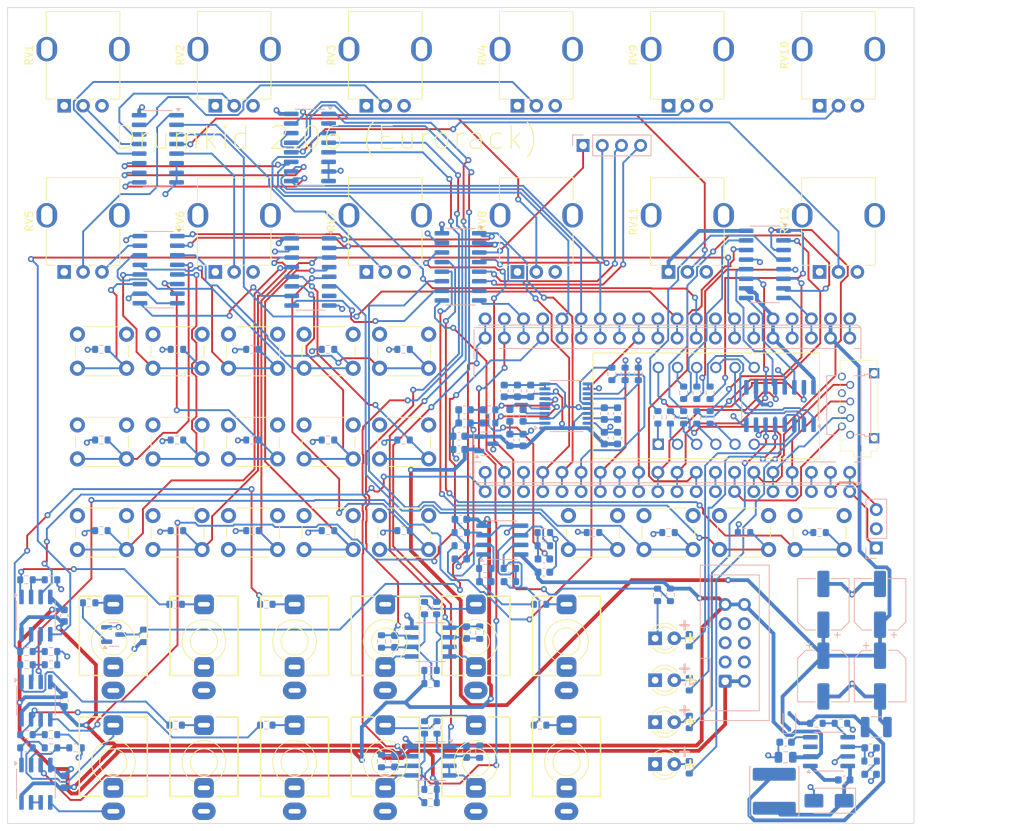
<source format=kicad_pcb>
(kicad_pcb (version 20241229) (generator "pcbnew") (generator_version "9.0")
  (layers (0 "F.Cu" signal) (4 "In1.Cu" signal) (6 "In2.Cu" signal) (2 "B.Cu" signal) (13 "F.Paste" user) (15 "B.Paste" user) (5 "F.SilkS" user "F.Silkscreen") (7 "B.SilkS" user "B.Silkscreen") (1 "F.Mask" user) (3 "B.Mask" user) (25 "Edge.Cuts" user))
  (net 0 "")
  (net 1 "unconnected-(A1-VBUS-Pad40)")
  (net 2 "CV_IN_3")
  (net 3 "unconnected-(A1-RUN-Pad30)")
  (net 4 "GND")
  (net 5 "Net-(D1-A)")
  (net 6 "CV_IN_4")
  (net 7 "+12V")
  (net 8 "TRIGGER_OUT_1_EURO")
  (net 9 "TRIGGER_OUT_2_EURO")
  (net 10 "TRIGGER_OUT_3_EURO")
  (net 11 "TRIGGER_OUT_4_EURO")
  (net 12 "SYNC_IN_EURO")
  (net 13 "SYNC_OUT_EURO")
  (net 15 "SD_CLOCK")
  (net 16 "SD_SERIAL_OUT")
  (net 17 "SD_SERIAL_IN")
  (net 18 "SD_CHIP_SELECT")
  (net 19 "595_DATA")
  (net 20 "595_CLOCK")
  (net 21 "595_LATCH")
  (net 24 "EURO_OUT_1")
  (net 25 "165_LOAD")
  (net 26 "165_CLOCK")
  (net 27 "165_DATA")
  (net 28 "+5V")
  (net 29 "4051_ADDRESS_A")
  (net 30 "4051_ADDRESS_B")
  (net 31 "4051_ADDRESS_C")
  (net 32 "unconnected-(A1-ADC_VREF-Pad35)")
  (net 33 "4051_READING_0")
  (net 34 "4051_READING_1")
  (net 35 "Net-(D5-K)")
  (net 36 "EURO_OUT_2")
  (net 38 "Net-(J14-PadT)")
  (net 39 "unconnected-(A1-3V3_EN-Pad37)")
  (net 40 "Net-(U7A--)")
  (net 41 "+3.3VDAC")
  (net 42 "Net-(U2-QB)")
  (net 43 "Net-(U2-QC)")
  (net 44 "Net-(U2-QD)")
  (net 45 "Net-(U2-QE)")
  (net 46 "Net-(U2-QF)")
  (net 47 "Net-(U2-QG)")
  (net 48 "Net-(U2-QH)")
  (net 49 "Net-(C10-Pad1)")
  (net 50 "Net-(U2-QA)")
  (net 51 "Net-(U7B--)")
  (net 52 "Net-(D6-A)")
  (net 53 "LINE_OUT_L")
  (net 54 "Net-(U12-BOOT)")
  (net 55 "LINE_OUT_R")
  (net 56 "Net-(U12-SS)")
  (net 57 "-12V")
  (net 58 "Net-(U12-COMP)")
  (net 59 "Net-(C18-Pad2)")
  (net 60 "Net-(C17-Pad2)")
  (net 62 "Net-(U13A--)")
  (net 63 "Net-(C21-Pad2)")
  (net 64 "Net-(C22-Pad2)")
  (net 65 "Net-(U13B--)")
  (net 66 "Net-(U8A--)")
  (net 67 "CV_IN_1")
  (net 68 "Net-(U8B--)")
  (net 69 "CV_IN_2")
  (net 70 "Net-(U14-CAPM)")
  (net 71 "Net-(U14-CAPP)")
  (net 75 "SERIAL_RX")
  (net 76 "DAC_LRC")
  (net 77 "DAC_BCLK")
  (net 78 "TRIGGER_OUT_1")
  (net 79 "DAC_DOUT")
  (net 80 "SERIAL_TX")
  (net 82 "Net-(D2-A)")
  (net 83 "Net-(D3-A)")
  (net 84 "Net-(D4-A)")
  (net 85 "TRIGGER_OUT_2")
  (net 86 "TRIGGER_OUT_3")
  (net 87 "TRIGGER_OUT_4")
  (net 88 "SYNC_OUT")
  (net 89 "+3.3V")
  (net 90 "SYNC_IN")
  (net 91 "Net-(U14-VNEG)")
  (net 92 "Net-(U14-LDOO)")
  (net 93 "Net-(U5-D0)")
  (net 95 "Net-(J11-PadT)")
  (net 96 "Net-(J12-PadT)")
  (net 97 "Net-(J15-Pin_1)")
  (net 98 "Net-(J13-PadT)")
  (net 99 "Net-(U5-D1)")
  (net 100 "Net-(U5-D2)")
  (net 101 "Net-(U5-D3)")
  (net 102 "Net-(U5-D4)")
  (net 103 "Net-(U5-D5)")
  (net 104 "Net-(U5-D6)")
  (net 105 "Net-(U5-D7)")
  (net 106 "Net-(Q1-B)")
  (net 108 "/Shift register in 1/DATA_OUT")
  (net 109 "Net-(J15-Pin_3)")
  (net 110 "Net-(J15-Pin_2)")
  (net 111 "/Shift register in 2/DATA_OUT")
  (net 112 "Net-(J15-Pin_4)")
  (net 113 "Net-(U1-QE)")
  (net 114 "Net-(U3-e)")
  (net 115 "Net-(U1-QG)")
  (net 116 "Net-(U3-g)")
  (net 117 "12V DETECTION")
  (net 118 "Net-(U3-DPX)")
  (net 119 "Net-(U1-QH)")
  (net 120 "Net-(U1-QA)")
  (net 121 "Net-(U3-a)")
  (net 122 "Net-(U3-b)")
  (net 123 "Net-(U1-QB)")
  (net 124 "Net-(U3-c)")
  (net 125 "Net-(U1-QC)")
  (net 126 "Net-(U1-QD)")
  (net 127 "Net-(U3-d)")
  (net 128 "Net-(U3-f)")
  (net 129 "Net-(U1-QF)")
  (net 130 "Net-(U4-D0)")
  (net 131 "Net-(U4-D1)")
  (net 132 "Net-(U4-D2)")
  (net 133 "Net-(U4-D3)")
  (net 134 "Net-(U4-D4)")
  (net 135 "Net-(U4-D5)")
  (net 136 "Net-(U4-D6)")
  (net 137 "Net-(U4-D7)")
  (net 138 "Net-(U10-D0)")
  (net 139 "Net-(U10-D1)")
  (net 140 "Net-(U16B--)")
  (net 141 "Net-(U16A--)")
  (net 142 "Net-(R66-Pad1)")
  (net 143 "Net-(R67-Pad1)")
  (net 144 "Net-(U17B--)")
  (net 145 "Net-(U17A--)")
  (net 146 "Net-(R72-Pad1)")
  (net 147 "Net-(R73-Pad1)")
  (net 148 "Net-(U10-D2)")
  (net 149 "Net-(R77-Pad1)")
  (net 150 "Net-(U12-VSENSE)")
  (net 151 "Net-(U14-BCK)")
  (net 152 "Net-(U14-DIN)")
  (net 153 "Net-(U14-LRCK)")
  (net 154 "Net-(U14-OUTL)")
  (net 155 "Net-(U14-OUTR)")
  (net 156 "Net-(U15B--)")
  (net 157 "Net-(U15A--)")
  (net 158 "Net-(U6-A0)")
  (net 159 "Net-(U6-A1)")
  (net 160 "Net-(U6-A2)")
  (net 161 "Net-(U6-A3)")
  (net 162 "Net-(U6-A4)")
  (net 163 "Net-(U6-A5)")
  (net 164 "Net-(U6-A6)")
  (net 165 "Net-(U6-A7)")
  (net 166 "Net-(U9-A0)")
  (net 167 "Net-(U9-A1)")
  (net 168 "Net-(U9-A2)")
  (net 169 "Net-(U9-A3)")
  (net 170 "Net-(U1-QH')")
  (footprint "Button_Switch_THT:SW_PUSH_6mm" (layer "F.Cu") (at 119.25 95.25)
    (property "Reference" "SW10" (hide yes))
    (property "Value" "SW_Push" (hide yes))
  )
  (footprint "Button_Switch_THT:SW_PUSH_6mm" (layer "F.Cu") (at 99.25 95.25)
    (property "Reference" "SW8" (hide yes))
    (property "Value" "SW_Push" (hide yes))
  )
  (footprint "Library:Potentiometer_Alps_RK09K_vertical_biggerholes" (layer "F.Cu") (at 117.5 53 90)
    (property "Reference" "RV3")
    (property "Value" "10k")
  )
  (footprint "AudioJacks:Jack_3.5mm_QingPu_WQP-PJ398SM_Vertical" (layer "F.Cu") (at 96 123.92)
    (property "Reference" "J1" (hide yes))
    (property "Value" "Trigger_Out_1" (hide yes))
  )
  (footprint "AudioJacks:Jack_3.5mm_QingPu_WQP-PJ398SM_Vertical" (layer "F.Cu") (at 132 123.92)
    (property "Reference" "J12" (hide yes))
    (property "Value" "CV_In_2" (hide yes))
  )
  (footprint "Library:Potentiometer_Alps_RK09K_vertical_biggerholes" (layer "F.Cu") (at 137.5 75 90)
    (property "Reference" "RV8")
    (property "Value" "10k")
  )
  (footprint "AudioJacks:Jack_3.5mm_QingPu_WQP-PJ398SM_Vertical" (layer "F.Cu") (at 120 123.92)
    (property "Reference" "J11" (hide yes))
    (property "Value" "CV_In_1" (hide yes))
  )
  (footprint "Button_Switch_THT:SW_PUSH_6mm" (layer "F.Cu") (at 174.25 107.25)
    (property "Reference" "SW19" (hide yes))
    (property "Value" "SW_Push" (hide yes))
  )
  (footprint "AudioJacks:Jack_3.5mm_QingPu_WQP-PJ398SM_Vertical" (layer "F.Cu") (at 144 139.92)
    (property "Reference" "J9" (hide yes))
    (property "Value" "Euro_Out_2" (hide yes))
  )
  (footprint "Library:Potentiometer_Alps_RK09K_vertical_biggerholes" (layer "F.Cu") (at 137.5 53 90)
    (property "Reference" "RV4")
    (property "Value" "10k")
  )
  (footprint "Button_Switch_THT:SW_PUSH_6mm" (layer "F.Cu") (at 99.25 83.25)
    (property "Reference" "SW3" (hide yes))
    (property "Value" "SW_Push" (hide yes))
  )
  (footprint "Library:Potentiometer_Alps_RK09K_vertical_biggerholes" (layer "F.Cu") (at 77.5 53 90)
    (property "Reference" "RV1")
    (property "Value" "10k")
  )
  (footprint "Library:Potentiometer_Alps_RK09K_vertical_biggerholes" (layer "F.Cu") (at 177.5 53 90)
    (property "Reference" "RV10")
    (property "Value" "10k")
  )
  (footprint "AudioJacks:Jack_3.5mm_QingPu_WQP-PJ398SM_Vertical" (layer "F.Cu") (at 84 123.92)
    (property "Reference" "J3" (hide yes))
    (property "Value" "Sync_In" (hide yes))
  )
  (footprint "Button_Switch_THT:SW_PUSH_6mm" (layer "F.Cu") (at 109.25 95.25)
    (property "Reference" "SW9" (hide yes))
    (property "Value" "SW_Push" (hide yes))
  )
  (footprint "AudioJacks:Jack_3.5mm_QingPu_WQP-PJ398SM_Vertical" (layer "F.Cu") (at 120 139.92)
    (property "Reference" "J13" (hide yes))
    (property "Value" "CV_In_3" (hide yes))
  )
  (footprint "AudioJacks:Jack_3.5mm_QingPu_WQP-PJ398SM_Vertical" (layer "F.Cu") (at 132 139.92)
    (property "Reference" "J14" (hide yes))
    (property "Value" "CV_In_4" (hide yes))
  )
  (footprint "Button_Switch_THT:SW_PUSH_6mm" (layer "F.Cu") (at 79.25 95.25)
    (property "Reference" "SW6" (hide yes))
    (property "Value" "SW_Push" (hide yes))
  )
  (footprint "Library:Potentiometer_Alps_RK09K_vertical_biggerholes" (layer "F.Cu") (at 117.5 75 90)
    (property "Reference" "RV7")
    (property "Value" "10k")
  )
  (footprint "Button_Switch_THT:SW_PUSH_6mm" (layer "F.Cu") (at 154.25 107.25)
    (property "Reference" "SW17" (hide yes))
    (property "Value" "SW_Push" (hide yes))
  )
  (footprint "Button_Switch_THT:SW_PUSH_6mm" (layer "F.Cu") (at 79.25 83.25)
    (property "Reference" "SW1" (hide yes))
    (property "Value" "SW_Push" (hide yes))
  )
  (footprint "Library:SR410361N" (layer "F.Cu") (at 156.15 97.81 90)
    (property "Reference" "U3" (hide yes))
    (property "Value" "CA56-12EWA" (hide yes))
  )
  (footprint "misc:YAMAICHI_MICROSD_VERTICAL" (layer "F.Cu") (at 181.55 92.7 90)
    (property "Reference" "J5" (hide yes))
    (property "Value" "Micro_SD_Card" (hide yes))
  )
  (footprint "LED_THT:LED_D3.0mm" (layer "F.Cu") (at 155.725 134.6)
    (property "Reference" "D3" (hide yes))
    (property "Value" "LED" (hide yes))
  )
  (footprint "Library:Potentiometer_Alps_RK09K_vertical_biggerholes" (layer "F.Cu") (at 157.5 75 90)
    (property "Reference" "RV11")
    (property "Value" "10k")
  )
  (footprint "Library:Potentiometer_Alps_RK09K_vertical_biggerholes" (layer "F.Cu") (at 157.5 53 90)
    (property "Reference" "RV9")
    (property "Value" "10k")
  )
  (footprint "AudioJacks:Jack_3.5mm_QingPu_WQP-PJ398SM_Vertical" (layer "F.Cu") (at 96 139.92)
    (property "Reference" "J6" (hide yes))
    (property "Value" "Trigger_Out_3" (hide yes))
  )
  (footprint "Button_Switch_THT:SW_PUSH_6mm" (layer "F.Cu") (at 119.25 107.25)
    (property "Reference" "SW15" (hide yes))
    (property "Value" "SW_Push" (hide yes))
  )
  (footprint "Button_Switch_THT:SW_PUSH_6mm" (layer "F.Cu") (at 99.25 107.25)
    (property "Reference" "SW13" (hide yes))
    (property "Value" "SW_Push" (hide yes))
  )
  (footprint "Button_Switch_THT:SW_PUSH_6mm" (layer "F.Cu") (at 164.25 107.25)
    (property "Reference" "SW18" (hide yes))
    (property "Value" "SW_Push" (hide yes))
  )
  (footprint "Button_Switch_THT:SW_PUSH_6mm" (layer "F.Cu") (at 79.25 107.25)
    (property "Reference" "SW11" (hide yes))
    (property "Value" "SW_Push" (hide yes))
  )
  (footprint "Button_Switch_THT:SW_PUSH_6mm" (layer "F.Cu") (at 89.25 83.25)
    (property "Reference" "SW2" (hide yes))
    (property "Value" "SW_Push" (hide yes))
  )
  (footprint "Button_Switch_THT:SW_PUSH_6mm" (layer "F.Cu") (at 89.25 95.25)
    (property "Reference" "SW7" (hide yes))
    (property "Value" "SW_Push" (hide yes))
  )
  (footprint "LED_THT:LED_D3.0mm" (layer "F.Cu") (at 155.725 129.05)
    (property "Reference" "D2" (hide yes))
    (property "Value" "LED" (hide yes))
  )
  (footprint "LED_THT:LED_D3.0mm" (layer "F.Cu") (at 155.725 123.5)
    (property "Reference" "D1" (hide yes))
    (property "Value" "LED" (hide yes))
  )
  (footprint "AudioJacks:Jack_3.5mm_QingPu_WQP-PJ398SM_Vertical" (layer "F.Cu") (at 144 123.92)
    (property "Reference" "J4" (hide yes))
    (property "Value" "Euro_Out_1" (hide yes))
  )
  (footprint "Button_Switch_THT:SW_PUSH_6mm" (layer "F.Cu") (at 89.25 107.25)
    (property "Reference" "SW12" (hide yes))
    (property "Value" "SW_Push" (hide yes))
  )
  (footprint "LED_THT:LED_D3.0mm" (layer "F.Cu") (at 155.725 140.15)
    (property "Reference" "D4" (hide yes))
    (property "Value" "LED" (hide yes))
  )
  (footprint "Button_Switch_THT:SW_PUSH_6mm" (layer "F.Cu") (at 109.25 83.25)
    (property "Reference" "SW4" (hide yes))
    (property "Value" "SW_Push" (hide yes))
  )
  (footprint "Library:Potentiometer_Alps_RK09K_vertical_biggerholes" (layer "F.Cu") (at 177.5 75 90)
    (property "Reference" "RV12")
    (property "Value" "10k")
  )
  (footprint "AudioJacks:Jack_3.5mm_QingPu_WQP-PJ398SM_Vertical" (layer "F.Cu") (at 108 139.92)
    (property "Reference" "J7" (hide yes))
    (property "Value" "Trigger_Out_4" (hide yes))
  )
  (footprint "Library:Potentiometer_Alps_RK09K_vertical_biggerholes" (layer "F.Cu") (at 97.5 75 90)
    (property "Reference" "RV6")
    (property "Value" "10k")
  )
  (footprint "AudioJacks:Jack_3.5mm_QingPu_WQP-PJ398SM_Vertical" (layer "F.Cu") (at 108 123.92)
    (property "Reference" "J2" (hide yes))
    (property "Value" "Trigger_Out_2" (hide yes))
  )
  (footprint "Library:Potentiometer_Alps_RK09K_vertical_biggerholes" (layer "F.Cu") (at 77.5 75 90)
    (property "Reference" "RV5")
    (property "Value" "10k")
  )
  (footprint "Button_Switch_THT:SW_PUSH_6mm" (layer "F.Cu") (at 119.25 83.25)
    (property "Reference" "SW5" (hide yes))
    (property "Value" "SW_Push" (hide yes))
  )
  (footprint "Library:Potentiometer_Alps_RK09K_vertical_biggerholes" (layer "F.Cu") (at 97.5 53 90)
    (property "Reference" "RV2")
    (property "Value" "10k")
  )
  (footprint "Button_Switch_THT:SW_PUSH_6mm" (layer "F.Cu") (at 144.25 107.25)
    (property "Reference" "SW16" (hide yes))
    (property "Value" "SW_Push" (hide yes))
  )
  (footprint "AudioJacks:Jack_3.5mm_QingPu_WQP-PJ398SM_Vertical" (layer "F.Cu") (at 84 139.92)
    (property "Reference" "J8" (hide yes))
    (property "Value" "Sync_Out" (hide yes))
  )
  (footprint "Button_Switch_THT:SW_PUSH_6mm" (layer "F.Cu") (at 109.25 107.25)
    (property "Reference" "SW14" (hide yes))
    (property "Value" "SW_Push" (hide yes))
  )
  (footprint "Resistor_SMD:R_0603_1608Metric" (layer "B.Cu") (at 82.425 109.25 180)
    (property "Reference" "R23" (hide yes))
    (property "Value" "10k" (hide yes))
  )
  (footprint "Resistor_SMD:R_0603_1608Metric" (layer "B.Cu") (at 122.425 109.25 180)
    (property "Reference" "R27" (hide yes))
    (property "Value" "10k" (hide yes))
  )
  (footprint "Package_TO_SOT_SMD:SOT-23" (layer "B.Cu") (at 133.3125 97.75)
    (property "Reference" "U11" (hide yes))
    (property "Value" "AP7333-33SAG" (hide yes))
  )
  (footprint "Capacitor_SMD:C_0603_1608Metric" (layer "B.Cu") (at 149 93.75 90)
    (property "Reference" "C31" (hide yes))
    (property "Value" "0.1uF" (hide yes))
  )
  (footprint "Capacitor_SMD:C_0603_1608Metric" (layer "B.Cu") (at 180.75 142.25 180)
    (property "Reference" "C7" (hide yes))
    (property "Value" "100nF" (hide yes))
  )
  (footprint "Resistor_SMD:R_0603_1608Metric" (layer "B.Cu") (at 126 127.75)
    (property "Reference" "R29" (hide yes))
    (property "Value" "240k" (hide yes))
  )
  (footprint "Resistor_SMD:R_0603_1608Metric" (layer "B.Cu") (at 72.5 136.25)
    (property "Reference" "R72" (hide yes))
    (property "Value" "100k" (hide yes))
  )
  (footprint "Resistor_SMD:R_0603_1608Metric" (layer "B.Cu") (at 160.25 123.75 -90)
    (property "Reference" "R1" (hide yes))
    (property "Value" "75R" (hide yes))
  )
  (footprint "Resistor_SMD:R_0603_1608Metric" (layer "B.Cu") (at 122.425 97.25 180)
    (property "Reference" "R22" (hide yes))
    (property "Value" "10k" (hide yes))
  )
  (footprint "Capacitor_SMD:C_0603_1608Metric" (layer "B.Cu") (at 77.5 120.5 90)
    (property "Reference" "C36" (hide yes))
    (property "Value" "100n" (hide yes))
  )
  (footprint "Resistor_SMD:R_0603_1608Metric" (layer "B.Cu") (at 133.75 93.25 180)
    (property "Reference" "R61" (hide yes))
    (property "Value" "470R" (hide yes))
  )
  (footprint "Resistor_SMD:R_0603_1608Metric" (layer "B.Cu") (at 122.425 85.25 180)
    (property "Reference" "R17" (hide yes))
    (property "Value" "10k" (hide yes))
  )
  (footprint "Resistor_SMD:R_0603_1608Metric" (layer "B.Cu") (at 75.75 125.25)
    (property "Reference" "R64" (hide yes))
    (property "Value" "100k" (hide yes))
  )
  (footprint "Resistor_SMD:R_0603_1608Metric" (layer "B.Cu") (at 82.425 97.25 180)
    (property "Reference" "R18" (hide yes))
    (property "Value" "10k" (hide yes))
  )
  (footprint "Resistor_SMD:R_0603_1608Metric" (layer "B.Cu") (at 92.25 135)
    (property "Reference" "R75" (hide yes))
    (property "Value" "1k" (hide yes))
  )
  (footprint "Capacitor_SMD:CP_Elec_6.3x7.7" (layer "B.Cu") (at 178 128.5 -90)
    (property "Reference" "C14" (hide yes))
    (property "Value" "470uF" (hide yes))
  )
  (footprint "Resistor_SMD:R_0603_1608Metric" (layer "B.Cu") (at 79 138)
    (property "Reference" "R76" (hide yes))
    (property "Value" "100k" (hide yes))
  )
  (footprint "Capacitor_SMD:C_0603_1608Metric" (layer "B.Cu") (at 173 137.25 180)
    (property "Reference" "C8" (hide yes))
    (property "Value" "8.2nF" (hide yes))
  )
  (footprint "Package_SO:SOIC-8_3.9x4.9mm_P1.27mm" (layer "B.Cu") (at 73.75 142.75 -90)
    (property "Reference" "U17" (hide yes))
    (property "Value" "TL072" (hide yes))
  )
  (footprint "Resistor_SMD:R_0603_1608Metric" (layer "B.Cu") (at 75.75 115.75)
    (property "Reference" "R65" (hide yes))
    (property "Value" "100k" (hide yes))
  )
  (footprint "Resistor_SMD:R_0603_1608Metric" (layer "B.Cu") (at 157.5 109.5 180)
    (property "Reference" "R43" (hide yes))
    (property "Value" "10k" (hide yes))
  )
  (footprint "Capacitor_SMD:C_0603_1608Metric" (layer "B.Cu") (at 184.25 141.5)
    (property "Reference" "C10" (hide yes))
    (property "Value" "1nF" (hide yes))
  )
  (footprint "Resistor_SMD:R_0603_1608Metric" (layer "B.Cu") (at 157.75 94.25 90)
    (property "Reference" "R11" (hide yes))
    (property "Value" "75R" (hide yes))
  )
  (footprint "Capacitor_SMD:C_0603_1608Metric" (layer "B.Cu") (at 136.5 94 -90)
    (property "Reference" "C27" (hide yes))
    (property "Value" "2.2uF" (hide yes))
  )
  (footprint "Capacitor_SMD:C_0603_1608Metric" (layer "B.Cu") (at 135.75 90.75 90)
    (property "Reference" "C25" (hide yes))
    (property "Value" "10uF" (hide yes))
  )
  (footprint "Resistor_SMD:R_0603_1608Metric" (layer "B.Cu") (at 126 143.5 180)
    (property "Reference" "R35" (hide yes))
    (property "Value" "240k" (hide yes))
  )
  (footprint "Resistor_SMD:R_0603_1608Metric" (layer "B.Cu") (at 163 91 -90)
    (property "Reference" "R9" (hide yes))
    (property "Value" "75R" (hide yes))
  )
  (footprint "Capacitor_SMD:C_0603_1608Metric" (layer "B.Cu") (at 129.75 98.5 180)
    (property "Reference" "C5" (hide yes))
    (property "Value" "1uF" (hide yes))
  )
  (footprint "Capacitor_SMD:C_0603_1608Metric" (layer "B.Cu") (at 141 114.75)
    (property "Reference" "C19" (hide yes))
    (property "Value" "100n" (hide yes))
  )
  (footprint "Resistor_SMD:R_0603_1608Metric" (layer "B.Cu") (at 156.09 94.25 90)
    (property "Reference" "R5" (hide yes))
    (property "Value" "75R" (hide yes))
  )
  (footprint "Capacitor_SMD:C_1210_3225Metric" (layer "B.Cu") (at 185 135.25)
    (property "Reference" "C12" (hide yes))
    (property "Value" "47uF" (hide yes))
  )
  (footprint "Resistor_SMD:R_0603_1608Metric" (layer "B.Cu") (at 112.425 109.25 180)
    (property "Reference" "R26" (hide yes))
    (property "Value" "10k" (hide yes))
  )
  (footprint "Resistor_SMD:R_0603_1608Metric" (layer "B.Cu") (at 167.5 109.5 180)
    (property "Reference" "R44" (hide yes))
    (property "Value" "10k" (hide yes))
  )
  (footprint "Package_SO:SOIC-16_3.9x9.9mm_P1.27mm" (layer "B.Cu") (at 89.9 58.7 180)
    (property "Reference" "U6" (hide yes))
    (property "Value" "74HC4051" (hide yes))
  )
  (footprint "Resistor_SMD:R_0603_1608Metric" (layer "B.Cu") (at 92.425 85.25 180)
    (property "Reference" "R14" (hide yes))
    (property "Value" "10k" (hide yes))
  )
  (footprint "Resistor_SMD:R_0603_1608Metric" (layer "B.Cu") (at 159.5 91 -90)
    (property "Reference" "R8" (hide yes))
    (property "Value" "75R" (hide yes))
  )
  (footprint "Package_SO:SOIC-16_3.9x9.9mm_P1.27mm" (layer "B.Cu") (at 170.25 74 180)
    (property "Reference" "U1" (hide yes))
    (property "Value" "74HC595" (hide yes))
  )
  (footprint "Capacitor_SMD:C_0603_1608Metric" (layer "B.Cu") (at 130.5 93.25 180)
    (property "Reference" "C35" (hide yes))
    (property "Value" "2.2nF" (hide yes))
  )
  (footprint "Resistor_SMD:R_0603_1608Metric" (layer "B.Cu") (at 72.5 115.75)
    (property "Reference" "R67" (hide yes))
    (property "Value" "100k" (hide yes))
  )
  (footprint "Resistor_SMD:R_0603_1608Metric" (layer "B.Cu") (at 126.8 119.5 -90)
    (property "Reference" "R30" (hide yes))
    (property "Value" "100k" (hide yes))
  )
  (footprint "Resistor_SMD:R_0603_1608Metric" (layer "B.Cu") (at 102.425 85.25 180)
    (property "Reference" "R15" (hide yes))
    (property "Value" "10k" (hide yes))
  )
  (footprint "Resistor_SMD:R_0603_1608Metric" (layer "B.Cu") (at 126.85 135.3 -90)
    (property "Reference" "R36" (hide yes))
    (property "Value" "100k" (hide yes))
  )
  (footprint "Resistor_SMD:R_0603_1608Metric" (layer "B.Cu") (at 112.425 97.25 180)
    (property "Reference" "R21" (hide yes))
    (property "Value" "10k" (hide yes))
  )
  (footprint "Capacitor_SMD:CP_Elec_6.3x7.7" (layer "B.Cu") (at 178 119 90)
    (property "Reference" "C16" (hide yes))
    (property "Value" "470uF" (hide yes))
  )
  (footprint "Resistor_SMD:R_0603_1608Metric" (layer "B.Cu") (at 102.425 97.25 180)
    (property "Reference" "R20" (hide yes))
    (property "Value" "10k" (hide yes))
  )
  (footprint "Resistor_SMD:R_0603_1608Metric" (layer "B.Cu") (at 161.25 94.25 90)
    (property "Reference" "R10" (hide yes))
    (property "Value" "75R" (hide yes))
  )
  (footprint "Resistor_SMD:R_0603_1608Metric" (layer "B.Cu") (at 82.425 85.25 180)
    (property "Reference" "R13" (hide yes))
    (property "Value" "10k" (hide yes))
  )
  (footprint "Package_SO:SOIC-8_3.9x4.9mm_P1.27mm" (layer "B.Cu") (at 73.75 120.5 -90)
    (property "Reference" "U15" (hide yes))
    (property "Value" "TL072" (hide yes))
  )
  (footprint "Capacitor_SMD:C_0603_1608Metric" (layer "B.Cu") (at 136.5 116 180)
    (property "Reference" "C22" (hide yes))
    (property "Value" "18p" (hide yes))
  )
  (footprint "Capacitor_SMD:C_0603_1608Metric" (layer "B.Cu") (at 77.5 142.5 90)
    (property "Reference" "C38" (hide yes))
    (property "Value" "100n" (hide yes))
  )
  (footprint "Resistor_SMD:R_0603_1608Metric" (layer "B.Cu") (at 160.25 140.575 -90)
    (property "Reference" "R4" (hide yes))
    (property "Value" "75R" (hide yes))
  )
  (footprint "Package_SO:TSSOP-20_4.4x6.5mm_P0.65mm" (layer "B.Cu") (at 144 92.75)
    (property "Reference" "U14" (hide yes))
    (property "Value" "PCM5102" (hide yes))
  )
  (footprint "Resistor_SMD:R_0603_1608Metric" (layer "B.Cu") (at 130 111.25 180)
    (property "Reference" "R51" (hide yes))
    (property "Value" "5.6k" (hide yes))
  )
  (footprint "Resistor_SMD:R_0603_1608Metric" (layer "B.Cu") (at 104.25 119)
    (property "Reference" "R68" (hide yes))
    (property "Value" "1k" (hide yes))
  )
  (footprint "Capacitor_SMD:C_0603_1608Metric" (layer "B.Cu") (at 149 97 90)
    (property "Reference" "C28" (hide yes))
    (property "Value" "0.1uF" (hide yes))
  )
  (footprint "Resistor_SMD:R_0603_1608Metric" (layer "B.Cu") (at 150 88.5 90)
    (property "Reference" "R59" (hide yes))
    (property "Value" "56R" (hide yes))
  )
  (footprint "Capacitor_SMD:C_0603_1608Metric" (layer "B.Cu") (at 139.25 90.75 90)
    (property "Reference" "C23" (hide yes))
    (property "Value" "0.1uF" (hide yes))
  )
  (footprint "Capacitor_SMD:C_0603_1608Metric" (layer "B.Cu") (at 138.25 94 90)
    (property "Reference" "C26" (hide yes))
    (property "Value" "2.2uF" (hide yes))
  )
  (footprint "Resistor_SMD:R_0603_1608Metric" (layer "B.Cu") (at 159.5 94.25 90)
    (property "Reference" "R7" (hide yes))
    (property "Value" "75R" (hide yes))
  )
  (footprint "Capacitor_SMD:C_0603_1608Metric" (layer "B.Cu") (at 121.25 139.75 90)
    (property "Reference" "C4" (hide yes))
    (property "Value" "1n" (hide yes))
  )
  (footprint "Resistor_SMD:R_0603_1608Metric" (layer "B.Cu") (at 112.425 85.25 180)
    (property "Reference" "R16" (hide yes))
    (property "Value" "10k" (hide yes))
  )
  (footprint "Capacitor_SMD:C_0603_1608Metric" (layer "B.Cu") (at 184.25 138)
    (property "Reference" "C11" (hide yes))
    (property "Value" "10pF" (hide yes))
  )
  (footprint "Resistor_SMD:R_0603_1608Metric" (layer "B.Cu") (at 184.25 139.75)
    (property "Reference" "R46" (hide yes))
    (property "Value" "43.2k" (hide yes))
  )
  (footprint "Resistor_SMD:R_0603_1608Metric" (layer "B.Cu") (at 133.75 95 180)
    (property "Reference" "R60" (hide yes))
    (property "Value" "470R" (hide yes))
  )
  (footprint "Resistor_SMD:R_0603_1608Metric" (layer "B.Cu") (at 163 94.25 90)
    (property "Reference" "R6" (hide yes))
    (property "Value" "75R" (hide yes))
  )
  (footprint "Resistor_SMD:R_0603_1608Metric" (layer "B.Cu") (at 72.5 138)
    (property "Reference" "R78" (hide yes))
    (property "Value" "1k" (hide yes))
  )
  (footprint "Diode_SMD:D_SOD-323" (layer "B.Cu") (at 173.5 134.5 90)
    (property "Reference" "D6" (hide yes))
    (property "Value" "1N5819WS" (hide yes))
  )
  (footprint "Resistor_SMD:R_0603_1608Metric" (layer "B.Cu") (at 92.25 119)
    (property "Reference" "R69" (hide yes))
    (property "Value" "1k" (hide yes))
  )
  (footprint "Capacitor_SMD:C_0603_1608Metric" (layer "B.Cu") (at 133.25 116 180)
    (property "Reference" "C21" (hide yes))
    (property "Value" "18p" (hide yes))
  )
  (footprint "Capacitor_SMD:C_0603_1608Metric" (layer "B.Cu") (at 137.5 90.75 90)
    (property "Reference" "C24" (hide yes))
    (property "Value" "1uF" (hide yes))
  )
  (footprint "Resistor_SMD:R_0603_1608Metric" (layer "B.Cu") (at 133.25 114.25 180)
    (property "Reference" "R53" (hide yes))
    (property "Value" "39k" (hide yes))
  )
  (footprint "Package_SO:SOIC-16_3.9x9.9mm_P1.27mm" (layer "B.Cu") (at 172.25 92.75 90)
    (property "Reference" "U2" (hide yes))
    (property "Value" "74HC595" (hide yes))
  )
  (footprint "Capacitor_SMD:C_0603_1608Metric" (layer "B.Cu") (at 150.75 93.75 90)
    (property "Reference" "C29" (hide yes))
    (property "Value" "1uF" (hide yes))
  )
  (footprint "Capacitor_SMD:C_0603_1608Metric" (layer "B.Cu") (at 130 113)
    (property "Reference" "C17" (hide yes))
    (property "Value" "10uF" (hide yes))
  )
  (footprint "Resistor_SMD:R_0603_1608Metric" (layer "B.Cu") (at 156.05 117.75 90)
    (property "Reference" "R42" (hide yes))
    (property "Value" "100k" (hide yes))
  )
  (footprint "Package_SO:SOIC-16_3.9x9.9mm_P1.27mm" (layer "B.Cu") (at 110.025 58.525 180)
    (property "Reference" "U9" (hide yes))
    (property "Value" "74HC4051" (hide yes))
  )
  (footprint "Capacitor_SMD:C_0603_1608Metric" (layer "B.Cu") (at 121.25 123.92 90)
    (property "Reference" "C2" (hide yes))
    (property "Value" "1n" (hide yes))
  )
  (footprint "Package_SO:SOIC-8_3.9x4.9mm_P1.27mm" (layer "B.Cu") (at 135.5 110.5)
    (property "Reference" "U13" (hide yes))
    (property "Value" "TL072" (hide yes))
  )
  (footprint "Resistor_SMD:R_0603_1608Metric" (layer "B.Cu") (at 140.5 135)
    (property "Reference" "R56" (hide yes))
    (property "Value" "1k" (hide yes))
  )
  (footprint "Resistor_SMD:R_0603_1608Metric" (layer "B.Cu") (at 160.25 129.575 -90)
    (property "Reference" "R2" (hide yes))
    (property "Value" "75R" (hide yes))
  )
  (footprint "Connector_PinHeader_2.54mm:PinHeader_1x03_P2.54mm_Vertical" (layer "B.Cu") (at 185 111.54)
    (property "Reference" "J10" (hide yes))
    (property "Value" "Conn_01x03_Pin" (hide yes))
  )
  (footprint "Resistor_SMD:R_0603_1608Metric" (layer "B.Cu") (at 75.75 138)
    (property "Reference" "R77" (hide yes))
    (property "Value" "100k" (hide yes))
  )
  (footprint "Package_TO_SOT_SMD:SOT-23" (layer "B.Cu") (at 84.0625 123)
    (property "Reference" "Q1" (hide yes))
    (property "Value" "MMBT3904" (hide yes))
  )
  (footprint "Resistor_SMD:R_0603_1608Metric" (layer "B.Cu") (at 141 111.25)
    (property "Reference" "R52" (hide yes))
    (property "Value" "5.6k" (hide yes))
  )
  (footprint "Capacitor_SMD:C_0603_1608Metric" (layer "B.Cu") (at 130.5 95 180)
    (property "Reference" "C33" (hide yes))
    (property "Value" "2.2nF" (hide yes))
  )
  (footprint "Capacitor_SMD:CP_Elec_6.3x7.7" (layer "B.Cu") (at 185.5 119 90)
    (property "Reference" "C15" (hide yes))
    (property "Value" "470uF" (hide yes))
  )
  (footprint "Resistor_SMD:R_0603_1608Metric" (layer "B.Cu") (at 161.25 91 -90)
    (property "Reference" "R12" (hide yes))
    (property "Value" "75R" (hide yes))
  )
  (footprint "Capacitor_SMD:C_0805_2012Metric" (layer "B.Cu") (at 173 139.25 180)
    (property "Reference" "C6" (hide yes))
    (property "Value" "22uF" (hide yes))
  )
  (footprint "Capacitor_SMD:C_0603_1608Metric" (layer "B.Cu") (at 138.25 97.25 90)
    (property "Reference" "C32" (hide yes))
    (property "Value" "0.1uF" (hide yes))
  )
  (footprint "Connector_IDC:IDC-Header_2x05_P2.54mm_Vertical" (layer "B.Cu") (at 165 129.18)
    (property "Reference" "J16" (hide yes))
    (property "Value" "Eurorack_Power" (hide yes))
  )
  (footprint "Package_SO:SOIC-16_3.9x9.9mm_P1.27mm" (layer "B.Cu") (at 110.1 75 180)
    (property "Reference" "U5" (hide yes))
    (property "Value" "74HC165" (hide yes))
  )
  (footprint "Capacitor_SMD:C_0603_1608Metric" (layer "B.Cu") (at 130.75 122.75 90)
    (property "Reference" "C1" (hide yes))
    (property "Value" "1n" (hide yes))
  )
  (footprint "Capacitor_SMD:CP_Elec_6.3x7.7" (layer "B.Cu") (at 185.5 128.5 -90)
    (property "Reference" "C13" (hide yes))
    (property "Value" "470uF" (hide yes))
  )
  (footprint "Resistor_SMD:R_0603_1608Metric" (layer "B.Cu") (at 147.5 109.5 180)
    (property "Reference" "R28" (hide yes))
    (property "Value" "10k" (hide yes))
  )
  (footprint "Resistor_SMD:R_0603_1608Metric" (layer "B.Cu") (at 119.5 123.92 90)
    (property "Reference" "R34" (hide yes))
    (property "Value" "33k" (hide yes))
  )
  (footprint "Resistor_SMD:R_0603_1608Metric" (layer "B.Cu") (at 132.5 122.75 90)
    (property "Reference" "R33" (hide yes))
    (property "Value" "33k" (hide yes))
  )
  (footprint "Package_SO:SOIC-8_3.9x4.9mm_P1.27mm" (layer "B.Cu") (at 178.75 138.5)
    (property "Reference" "U12" (hide yes))
    (property "Value" "TPS54331DR" (hide yes))
  )
  (footprint "Diode_SMD:D_SMA" (layer "B.Cu") (at 178.75 145 180)
    (property "Reference" "D5" (hide yes))
    (property "Value" "B340A" (hide yes))
  )
  (footprint "Resistor_SMD:R_0603_1608Metric" (layer "B.Cu") (at 153.5 88.5 -90)
    (property "Reference" "R58" (hide yes))
    (property "Value" "56R" (hide yes))
  )
  (footprint "Capacitor_SMD:C_0603_1608Metric" (layer "B.Cu") (at 141 113 180)
    (property "Reference" "C18" (hide yes))
    (property "Value" "10uF" (hide yes))
  )
  (footprint "Resistor_SMD:R_0603_1608Metric" (layer "B.Cu") (at 72.5 125.25)
    (property "Reference" "R66" (hide yes))
    (property "Value" "100k" (hide yes))
  )
  (footprint "Package_SO:SOIC-16_3.9x9.9mm_P1.27mm" (layer "B.Cu") (at 129.975 74.325 180)
    (property "Reference" "U10" (hide yes))
    (property "Value" "74HC165" (hide yes))
  )
  (footprint "Capacitor_SMD:C_0603_1608Metric" (layer "B.Cu") (at 129.75 96.75 180)
    (property "Reference" "C9" (hide yes))
    (property "Value" "1uF" (hide yes))
  )
  (footprint "Resistor_SMD:R_0603_1608Metric" (layer "B.Cu") (at 80.8 118.8 180)
    (property "Reference" "R62" (hide yes))
    (property "Value" "100K" (hide yes))
  )
  (footprint "Capacitor_SMD:C_0603_1608Metric" (layer "B.Cu") (at 130 107.75)
    (property "Reference" "C20" (hide yes))
    (property "Value" "100n" (hide yes))
  )
  (footprint "Resistor_SMD:R_0603_1608Metric" (layer "B.Cu") (at 130 109.5)
    (property "Reference" "R49" (hide yes))
    (property "Value" "39k" (hide yes))
  )
  (footprint "Package_SO:SOIC-8_3.9x4.9mm_P1.27mm" (layer "B.Cu") (at 126 124 180)
    (property "Reference" "U7" (hide yes))
    (property "Value" "MCP6002-xSN" (hide yes))
  )
  (footprint "Capacitor_SMD:C_0603_1608Metric" (layer "B.Cu") (at 130.75 138.5 90)
    (property "Reference" "C3" (hide yes))
    (property "Value" "1n" (hide yes))
  )
  (footprint "Resistor_SMD:R_0603_1608Metric" (layer "B.Cu") (at 157.75 117.75 90)
    (property "Reference" "R41" (hide yes))
    (property "Value" "330k" (hide yes))
  )
  (footprint "Resistor_SMD:R_0603_1608Metric" (layer "B.Cu") (at 180.325 134.75)
    (property "Reference" "R48" (hide yes))
    (property "Value" "1.65k" (hide yes))
  )
  (footprint "Capacitor_SMD:C_0603_1608Metric" (layer "B.Cu") (at 77.5 131.75 90)
    (property "Reference" "C37" (hide yes))
    (property "Value" "100n" (hide yes))
  )
  (footprint "Resistor_SMD:R_0603_1608Metric" (layer "B.Cu") (at 151.75 88.5 -90)
    (property "Reference" "R57" (hide yes))
    (property "Value" "56R" (hide yes))
  )
  (footprint "Resistor_SMD:R_0603_1608Metric" (layer "B.Cu") (at 102.425 109.25 180)
    (property "Reference" "R25" (hide yes))
    (property "Value" "10k" (hide yes))
  )
  (footprint "Resistor_SMD:R_0603_1608Metric" (layer "B.Cu") (at 104.25 135)
    (property "Reference" "R74" (hide yes))
    (property "Value" "1k" (hide yes))
  )
  (footprint "Resistor_SMD:R_0603_1608Metric" (layer "B.Cu") (at 141 109.5)
    (property "Reference" "R50" (hide yes))
    (property "Value" "39k" (hide yes))
  )
  (footprint "Capacitor_SMD:C_0603_1608Metric" (layer "B.Cu") (at 136.5 97.25 90)
    (property "Reference" "C34" (hide yes))
    (property "Value" "10uF" (hide yes))
  )
  (footprint "Resistor_SMD:R_0603_1608Metric" (layer "B.Cu") (at 177.075 134.75)
    (property "Reference" "R47" (hide yes))
    (property "Value" "10k" (hide yes))
  )
  (footprint "Resistor_SMD:R_0603_1608Metric" (layer "B.Cu") (at 75.75 136.25)
    (property "Reference" "R70" (hide yes))
    (property "Value" "100k" (hide yes))
  )
  (footprint "Package_SO:SOIC-8_3.9x4.9mm_P1.27mm" (layer "B.Cu") (at 126 139.75 180)
    (property "Reference" "U8" (hide yes))
    (property "Value" "MCP6002-xSN" (hide yes))
  )
  (footprint "Connector_PinHeader_2.54mm:PinHeader_1x04_P2.54mm_Vertical" (layer "B.Cu") (at 146.19 58.25 -90)
    (property "Reference" "J15" (hide yes))
    (property "Value" "Conn_01x04_Pin" (hide yes))
  )
  (footprint "Resistor_SMD:R_0603_1608Metric" (layer "B.Cu") (at 126 129.5)
    (property "Reference" "R31" (hide yes))
    (property "Value" "240k" (hide yes))
  )
  (footprint "Resistor_SMD:R_0603_1608Metric" (layer "B.Cu") (at 132.5 138.5 90)
    (property "Reference" "R39" (hide yes))
    (property "Value" "33k" (hide yes))
  )
  (footprint "Resistor_SMD:R_0603_1608Metric" (layer "B.Cu") (at 125.2 119.5 -90)
    (property "Reference" "R32" (hide yes))
    (property "Value" "100k" (hide yes))
  )
  (footprint "Resistor_SMD:R_0603_1608Metric" (layer "B.Cu") (at 177.5 109.5 180)
    (property "Reference" "R45" (hide yes))
    (property "Value" "10k" (hide yes))
  )
  (footprint "Resistor_SMD:R_0603_1608Metric" (layer "B.Cu") (at 160.25 134.575 -90)
    (property "Reference" "R3" (hide yes))
    (property "Value" "75R" (hide yes))
  )
  (footprint "Resistor_SMD:R_0603_1608Metric" (layer "B.Cu") (at 140.5 119)
    (property "Reference" "R55" (hide yes))
    (property "Value" "1k" (hide yes))
  )
  (footprint "Resistor_SMD:R_0603_1608Metric" (layer "B.Cu") (at 136.5 114.25 180)
    (property "Reference" "R54" (hide yes))
    (property "Value" "39k" (hide yes))
  )
  (footprint "Capacitor_SMD:C_0603_1608Metric" (layer "B.Cu") (at 150.75 97 90)
    (property "Reference" "C30" (hide yes))
    (property "Value" "10uF" (hide yes))
  )
  (footprint "Resistor_SMD:R_0603_1608Metric" (layer "B.Cu") (at 126 145.25 180)
    (property "Reference" "R37" (hide yes))
    (property "Value" "240k" (hide yes))
  )
  (footprint "Resistor_SMD:R_0603_1608Metric" (layer "B.Cu") (at 125.2 135.3 -90)
    (property "Reference" "R38" (hide yes))
    (property "Value" "100k" (hide yes))
  )
  (footprint "Resistor_SMD:R_0603_1608Metric" (layer "B.Cu") (at 119.5 139.75 90)
    (property "Reference" "R40" (hide yes))
    (property "Value" "33k" (hide yes))
  )
  (footprint "Library:RaspberryPi_Pico_Common_THT_dk2" (layer "B.Cu") (at 181.49 101.53 90)
    (property "Reference" "A1" (hide yes))
    (property "Value" "RaspberryPi_Pico" (hide yes))
  )
  (footprint "Resistor_SMD:R_0603_1608Metric" (layer "B.Cu") (at 75.75 127)
    (property "Reference" "R71" (hide yes))
    (property "Value" "100k" (hide yes))
  )
  (footprint "Resistor_SMD:R_0603_1608Metric" (layer "B.Cu") (at 92.425 97.25 180)
    (property "Reference" "R19" (hide yes))
    (property "Value" "10k" (hide yes))
  )
  (footprint "Resistor_SMD:R_0603_1608Metric" (layer "B.Cu") (at 92.425 109.25 180)
    (property "Reference" "R24" (hide yes))
    (property "Value" "10k" (hide yes))
  )
  (footprint "Package_SO:SOIC-8_3.9x4.9mm_P1.27mm" (layer "B.Cu") (at 73.75 131.75 -90)
    (property "Reference" "U16" (hide yes))
    (property "Value" "TL072" (hide yes))
  )
  (footprint "Resistor_SMD:R_0603_1608Metric" (layer "B.Cu") (at 72.5 127)
    (property "Reference" "R73" (hide yes))
    (property "Value" "100k" (hide yes))
  )
  (footprint "Package_SO:SOIC-16_3.9x9.9mm_P1.27mm" (layer "B.Cu") (at 90 74.7 180)
    (property "Reference" "U4" (hide yes))
    (property "Value" "74HC165" (hide yes))
  )
  (footprint "Resistor_SMD:R_0603_1608Metric" (layer "B.Cu") (at 88 123.175 90)
    (property "Reference" "R63" (hide yes))
    (property "Value" "10K" (hide yes))
  )
  (footprint "Inductor_SMD:L_Sunlord_SWPA6045S" (layer "B.Cu") (at 171.5 143.75 90)
    (property "Reference" "L1" (hide yes))
    (property "Value" "10uH" (hide yes))
  )
  (gr_rect (start 70 40) (end 190 148) (stroke (width 0.1)) (fill no) (layer "Edge.Cuts"))
  (gr_text "+" (at 159.25 129.75 0) (layer "F.SilkS") (effects (font (size 1.5 1.5) (thickness 0.3) (bold yes)) (justify left bottom)))
  (gr_text "+" (at 159.25 135.25 0) (layer "F.SilkS") (effects (font (size 1.5 1.5) (thickness 0.3) (bold yes)) (justify left bottom)))
  (gr_text "+" (at 159.25 141 0) (layer "F.SilkS") (effects (font (size 1.5 1.5) (thickness 0.3) (bold yes)) (justify left bottom)))
  (gr_text "Drumkid 2.06 (Eurorack)" (at 84 59 0) (layer "F.SilkS") (effects (font (size 3 3)) (justify left bottom)))
  (gr_text "+" (at 159.25 124.25 0) (layer "F.SilkS") (effects (font (size 1.5 1.5) (thickness 0.3) (bold yes)) (justify left bottom)))
  (gr_text "+" (at 158.5 132.25 180) (layer "B.SilkS") (effects (font (size 1.5 1.5) (thickness 0.3) (bold yes)) (justify left bottom mirror)))
  (gr_text "+" (at 158.5 126.75 180) (layer "B.SilkS") (effects (font (size 1.5 1.5) (thickness 0.3) (bold yes)) (justify left bottom mirror)))
  (gr_text "+" (at 158.5 137.75 180) (layer "B.SilkS") (effects (font (size 1.5 1.5) (thickness 0.3) (bold yes)) (justify left bottom mirror)))
  (gr_text "+" (at 158.5 121 180) (layer "B.SilkS") (effects (font (size 1.5 1.5) (thickness 0.3) (bold yes)) (justify left bottom mirror)))
  (segment (start 181.49 83.75) (end 181.49 81.21) (width 0.25) (layer "B.Cu") (net 1))
  (segment (start 128.7 135.2) (end 128.7 118.97328) (width 0.25) (layer "F.Cu") (net 2))
  (segment (start 131.1 62.1) (end 131.1 67.1) (width 0.25) (layer "F.Cu") (net 2))
  (segment (start 131.4 61.8) (end 131.1 62.1) (width 0.25) (layer "F.Cu") (net 2))
  (segment (start 121.051 97.949) (end 126.1 92.9) (width 0.25) (layer "F.Cu") (net 2))
  (segment (start 128.7 118.97328) (end 121.051 111.32428) (width 0.25) (layer "F.Cu") (net 2))
  (segment (start 121.051 111.32428) (end 121.051 97.949) (width 0.25) (layer "F.Cu") (net 2))
  (via (at 131.1 67.1) (size 0.8) (drill 0.4) (layers "F.Cu" "B.Cu") (net 2))
  (via (at 131.4 61.8) (size 0.8) (drill 0.4) (layers "F.Cu" "B.Cu") (net 2))
  (via (at 128.7 135.2) (size 0.8) (drill 0.4) (layers "F.Cu" "B.Cu") (net 2))
  (via (at 126.1 92.9) (size 0.8) (drill 0.4) (layers "F.Cu" "B.Cu") (net 2))
  (segment (start 128.475 137.845) (end 130.63 137.845) (width 0.25) (layer "B.Cu") (net 2))
  (segment (start 130.63 137.845) (end 130.75 137.725) (width 0.25) (layer "B.Cu") (net 2))
  (segment (start 126.1 92.9) (end 131.1 87.9) (width 0.25) (layer "B.Cu") (net 2))
  (segment (start 128.475 135.425) (end 128.7 135.2) (width 0.25) (layer "B.Cu") (net 2))
  (segment (start 130.75 137.725) (end 132.45 137.725) (width 0.25) (layer "B.Cu") (net 2))
  (segment (start 128.475 137.845) (end 128.475 135.425) (width 0.25) (layer "B.Cu") (net 2))
  (segment (start 112.85 55.7) (end 125.3 55.7) (width 0.25) (layer "B.Cu") (net 2))
  (segment (start 131.1 87.9) (end 131.1 67.1) (width 0.25) (layer "B.Cu") (net 2))
  (segment (start 112.5 55.35) (end 112.85 55.7) (width 0.25) (layer "B.Cu") (net 2))
  (segment (start 125.3 55.7) (end 131.4 61.8) (width 0.25) (layer "B.Cu") (net 2))
  (segment (start 132.45 137.725) (end 132.5 137.675) (width 0.25) (layer "B.Cu") (net 2))
  (segment (start 156.09 83.75) (end 156.09 81.21) (width 0.25) (layer "B.Cu") (net 3))
  (via (at 90.5 85.3) (size 0.8) (drill 0.4) (layers "F.Cu" "B.Cu") (net 4))
  (via (at 110.4 97.5) (size 0.8) (drill 0.4) (layers "F.Cu" "B.Cu") (net 4))
  (via (at 179.5 139.9) (size 0.8) (drill 0.4) (layers "F.Cu" "B.Cu") (net 4))
  (via (at 142.540619 110.359594) (size 0.8) (drill 0.4) (layers "F.Cu" "B.Cu") (net 4))
  (via (at 119.875 97.6) (size 0.8) (drill 0.4) (layers "F.Cu" "B.Cu") (net 4))
  (via (at 181.8 117.7) (size 0.8) (drill 0.4) (layers "F.Cu" "B.Cu") (net 4))
  (via (at 136.1 109.5) (size 0.8) (drill 0.4) (layers "F.Cu" "B.Cu") (net 4))
  (via (at 125.6 69.9) (size 0.8) (drill 0.4) (layers "F.Cu" "B.Cu") (net 4))
  (via (at 181.8 129.5) (size 0.8) (drill 0.4) (layers "F.Cu" "B.Cu") (net 4))
  (via (at 181.9 135.6) (size 0.8) (drill 0.4) (layers "F.Cu" "B.Cu") (net 4))
  (via (at 145.6 92.9) (size 0.8) (drill 0.4) (layers "F.Cu" "B.Cu") (net 4))
  (via (at 114.3 79.9) (size 0.8) (drill 0.4) (layers "F.Cu" "B.Cu") (net 4))
  (via (at 120.5 85.3) (size 0.8) (drill 0.4) (layers "F.Cu" "B.Cu") (net 4))
  (via (at 86.025 78.5) (size 0.8) (drill 0.4) (layers "F.Cu" "B.Cu") (net 4))
  (via (at 119.7 109.5) (size 0.8) (drill 0.4) (layers "F.Cu" "B.Cu") (net 4))
  (via (at 184.3 138.9) (size 0.8) (drill 0.4) (layers "F.Cu" "B.Cu") (net 4))
  (via (at 184.3 142.4) (size 0.8) (drill 0.4) (layers "F.Cu" "B.Cu") (net 4))
  (via (at 90.5 97.4) (size 0.8) (drill 0.4) (layers "F.Cu" "B.Cu") (net 4))
  (via (at 80.6 85.3) (size 0.8) (drill 0.4) (layers "F.Cu" "B.Cu") (net 4))
  (via (at 90.2 109.4) (size 0.8) (drill 0.4) (layers "F.Cu" "B.Cu") (net 4))
  (via (at 155.5 109.7) (size 0.8) (drill 0.4) (layers "F.Cu" "B.Cu") (net 4))
  (via (at 149.8 95.5) (size 0.8) (drill 0.4) (layers "F.Cu" "B.Cu") (net 4))
  (via (at 84.7 122) (size 0.8) (drill 0.4) (layers "F.Cu" "B.Cu") (net 4))
  (via (at 100.2 109.3) (size 0.8) (drill 0.4) (layers "F.Cu" "B.Cu") (net 4))
  (via (at 80.2 109.6) (size 0.8) (drill 0.4) (layers "F.Cu" "B.Cu") (net 4))
  (via (at 172 88) (size 0.8) (drill 0.4) (layers "F.Cu" "B.Cu") (net 4))
  (via (at 175.6 109.5) (size 0.8) (drill 0.4) (layers "F.Cu" "B.Cu") (net 4))
  (via (at 139.3 96) (size 0.8) (drill 0.4) (layers "F.Cu" "B.Cu") (net 4))
  (via (at 169.6 73.7) (size 0.8) (drill 0.4) (layers "F.Cu" "B.Cu") (net 4))
  (via (at 176.3 143.2) (size 0.8) (drill 0.4) (layers "F.Cu" "B.Cu") (net 4))
  (via (at 77.9 125.9) (size 0.8) (drill 0.4) (layers "F.Cu" "B.Cu") (net 4))
  (via (at 145.5 109.4) (size 0.8) (drill 0.4) (layers "F.Cu" "B.Cu") (net 4))
  (via (at 166.1 94.1) (size 0.8) (drill 0.4) (layers "F.Cu" "B.Cu") (net 4))
  (via (at 170.7 139) (size 0.8) (drill 0.4) (layers "F.Cu" "B.Cu") (net 4))
  (via (at 109.8 109.5) (size 0.8) (drill 0.4) (layers "F.Cu" "B.Cu") (net 4))
  (via (at 114.1 61.6) (size 0.8) (drill 0.4) (layers "F.Cu" "B.Cu") (net 4))
  (via (at 100.5 97.3) (size 0.8) (drill 0.4) (layers "F.Cu" "B.Cu") (net 4))
  (via (at 100.1 85.4) (size 0.8) (drill 0.4) (layers "F.Cu" "B.Cu") (net 4))
  (via (at 134.3 98.5) (size 0.8) (drill 0.4) (layers "F.Cu" "B.Cu") (net 4))
  (via (at 105.4 72.3) (size 0.8) (drill 0.4) (layers "F.Cu" "B.Cu") (net 4))
  (via (at 166.796991 108.398002) (size 0.8) (drill 0.4) (layers "F.Cu" "B.Cu") (net 4))
  (via (at 90.9 64.7) (size 0.8) (drill 0.4) (layers "F.Cu" "B.Cu") (net 4))
  (via (at 80.5 97.6) (size 0.8) (drill 0.4) (layers "F.Cu" "B.Cu") (net 4))
  (via (at 129.4 99.7) (size 0.8) (drill 0.4) (layers "F.Cu" "B.Cu") (net 4))
  (via (at 110.3 85.5) (size 0.8) (drill 0.4) (layers "F.Cu" "B.Cu") (net 4))
  (via (at 77.1 117) (size 0.8) (drill 0.4) (layers "F.Cu" "B.Cu") (net 4))
  (via (at 148.3 90.4) (size 0.8) (drill 0.4) (layers "F.Cu" "B.Cu") (net 4))
  (via (at 79.4 139.3) (size 0.8) (drill 0.4) (layers "F.Cu" "B.Cu") (net 4))
  (segment (start 112.575 79.445) (end 113.845 79.445) (width 0.25) (layer "B.Cu") (net 4))
  (segment (start 151.01 101.53) (end 151.01 104.07) (width 0.25) (layer "B.Cu") (net 4))
  (segment (start 112.5 62.97) (end 112.5 60.43) (width 0.25) (layer "B.Cu") (net 4))
  (segment (start 121.6 85.25) (end 120.55 85.25) (width 0.25) (layer "B.Cu") (net 4))
  (segment (start 178 116.3) (end 180.4 116.3) (width 0.5) (layer "B.Cu") (net 4))
  (segment (start 156.675 109.5) (end 155.7 109.5) (width 0.25) (layer "B.Cu") (net 4))
  (segment (start 137.005 108.595) (end 136.1 109.5) (width 0.25) (layer "B.Cu") (net 4))
  (segment (start 128.475 125.905) (end 128.475 124.635) (width 0.25) (layer "B.Cu") (net 4))
  (segment (start 76.575 115.75) (end 76.575 116.475) (width 0.25) (layer "B.Cu") (net 4))
  (segment (start 166.675 109.5) (end 166.675 108.519993) (width 0.25) (layer "B.Cu") (net 4))
  (segment (start 81.6 85.25) (end 80.65 85.25) (width 0.25) (layer "B.Cu") (net 4))
  (segment (start 100.55 97.25) (end 100.5 97.3) (width 0.25) (layer "B.Cu") (net 4))
  (segment (start 156.05 123.175) (end 155.725 123.5) (width 0.25) (layer "B.Cu") (net 4))
  (segment (start 138.825 96.475) (end 139.3 96) (width 0.25) (layer "B.Cu") (net 4))
  (segment (start 145.6 92.9) (end 144.2 92.9) (width 0.25) (layer "B.Cu") (net 4))
  (segment (start 83.125 122.05) (end 84.65 122.05) (width 0.25) (layer "B.Cu") (net 4))
  (segment (start 141.1375 90.475) (end 141.1375 89.825) (width 0.25) (layer "B.Cu") (net 4))
  (segment (start 146.8625 93.075) (end 148.9 93.075) (width 0.25) (layer "B.Cu") (net 4))
  (segment (start 146.8625 89.825) (end 146.8625 90.475) (width 0.25) (layer "B.Cu") (net 4))
  (segment (start 133.999999 109.865) (end 135.269999 108.595) (width 0.25) (layer "B.Cu") (net 4))
  (segment (start 145.6 109.5) (end 145.5 109.4) (width 0.25) (layer "B.Cu") (net 4))
  (segment (start 138.25 96.475) (end 136.5 96.475) (width 0.25) (layer "B.Cu") (net 4))
  (segment (start 120.55 85.25) (end 120.5 85.3) (width 0.25) (layer "B.Cu") (net 4))
  (segment (start 133.025 109.865) (end 133.999999 109.865) (width 0.25) (layer "B.Cu") (net 4))
  (segment (start 183.5 131.2) (end 181.8 129.5) (width 0.5) (layer "B.Cu") (net 4))
  (segment (start 129.725 95) (end 129.725 93.25) (width 0.25) (layer "B.Cu") (net 4))
  (segment (start 145.775 93.075) (end 145.6 92.9) (width 0.25) (layer "B.Cu") (net 4))
  (segment (start 128.475 141.655) (end 130.355 141.655) (width 0.25) (layer "B.Cu") (net 4))
  (segment (start 185.025 138.175) (end 184.3 138.9) (width 0.25) (layer "B.Cu") (net 4))
  (segment (start 111.6 97.25) (end 110.65 97.25) (width 0.25) (layer "B.Cu") (net 4))
  (segment (start 130.825 109.5) (end 132.66 109.5) (width 0.25) (layer "B.Cu") (net 4))
  (segment (start 172.05 139.25) (end 170.95 139.25) (width 0.25) (layer "B.Cu") (net 4))
  (segment (start 78.075 136.25) (end 76.575 136.25) (width 0.25) (layer "B.Cu") (net 4))
  (segment (start 135.75 89.975) (end 137.5 89.975) (width 0.25) (layer "B.Cu") (net 4))
  (segment (start 138.31 104.07) (end 138.31 101.53) (width 0.25) (layer "B.Cu") (net 4))
  (segment (start 172.885 88.885) (end 172 88) (width 0.25) (layer "B.Cu") (net 4))
  (segment (start 141.825 109.643975) (end 142.540619 110.359594) (width 0.25) (layer "B.Cu") (net 4))
  (segment (start 87.525 71.525) (end 85.975 71.525) (width 0.25) (layer "B.Cu") (net 4))
  (segment (start 143.8 92.5) (end 143.8 92.81984) (width 0.25) (layer "B.Cu") (net 4))
  (segment (start 146.8625 93.075) (end 145.775 93.075) (width 0.25) (layer "B.Cu") (net 4))
  (segment (start 134.25 98.45) (end 134.3 98.5) (width 0.25) (layer "B.Cu") (net 4))
  (segment (start 87.525 77.875) (end 88.499999 77.875) (width 0.25) (layer "B.Cu") (net 4))
  (segment (start 143.8 91) (end 143.8 92.5) (width 0.25) (layer "B.Cu") (net 4))
  (segment (start 110.55 85.25) (end 110.3 85.5) (width 0.25) (layer "B.Cu") (net 4))
  (segment (start 89.769999 79.145) (end 92.475 79.145) (width 0.25) (layer "B.Cu") (net 4))
  (segment (start 128.975 98.5) (end 128.975 99.275) (width 0.25) (layer "B.Cu") (net 4))
  (segment (start 176.75 145) (end 176.75 143.65) (width 0.25) (layer "B.Cu") (net 4))
  (segment (start 173.645 78.445) (end 176.41 81.21) (width 0.25) (layer "B.Cu") (net 4))
  (segment (start 144.2 92.9) (end 143.8 92.5) (width 0.25) (layer "B.Cu") (net 4))
  (segment (start 172.05 137.425) (end 172.225 137.25) (width 0.25) (layer "B.Cu") (net 4))
  (segment (start 121.6 97.25) (end 120.225 97.25) (width 0.25) (layer "B.Cu") (net 4))
  (segment (start 132.66 109.5) (end 133.025 109.865) (width 0.25) (layer "B.Cu") (net 4))
  (segment (start 141.825 109.5) (end 141.825 109.643975) (width 0.25) (layer "B.Cu") (net 4))
  (segment (start 128.475 140.385) (end 128.475 141.655) (width 0.25) (layer "B.Cu") (net 4))
  (segment (start 86.65 77.875) (end 86.025 78.5) (width 0.25) (layer "B.Cu") (net 4))
  (segment (start 181.225 139.135) (end 180.265 139.135) (width 0.25) (layer "B.Cu") (net 4))
  (segment (start 149 96.225) (end 150.75 96.225) (width 0.25) (layer "B.Cu") (net 4))
  (segment (start 140.9875 89.975) (end 141.1375 89.825) (width 0.25) (layer "B.Cu") (net 4))
  (segment (start 92.375 63.145) (end 92.375 60.605) (width 0.25) (layer "B.Cu") (net 4))
  (segment (start 92.375 63.225) (end 90.9 64.7) (width 0.25) (layer "B.Cu") (net 4))
  (segment (start 141.1375 89.825) (end 142.625 89.825) (width 0.25) (layer "B.Cu") (net 4))
  (segment (start 107.15 72.3) (end 105.4 72.3) (width 0.25) (layer "B.Cu") (net 4))
  (segment (start 80.65 85.25) (end 80.6 85.3) (width 0.25) (layer "B.Cu") (net 4))
  (segment (start 121.6 109.25) (end 119.95 109.25) (width 0.25) (layer "B.Cu") (net 4))
  (segment (start 147.8 95.025) (end 146.8625 95.025) (width 0.25) (layer "B.Cu") (net 4))
  (segment (start 128.475 125.905) (end 130.605 125.905) (width 0.25) (layer "B.Cu") (net 4))
  (segment (start 142.6 113.925) (end 142.6 110.418975) (width 0.25) (layer "B.Cu") (net 4))
  (segment (start 80.55 109.25) (end 80.2 109.6) (width 0.25) (layer "B.Cu") (net 4))
  (segment (start 139.25 89.975) (end 140.9875 89.975) (width 0.25) (layer "B.Cu") (net 4))
  (segment (start 143.8 92.81984) (end 142.24484 94.375) (width 0.25) (layer "B.Cu") (net 4))
  (segment (start 172.725 78.445) (end 173.645 78.445) (width 0.25) (layer "B.Cu") (net 4))
  (segment (start 81.6 97.25) (end 80.85 97.25) (width 0.25) (layer "B.Cu") (net 4))
  (segment (start 137.975 108.595) (end 137.005 108.595) (width 0.25) (layer "B.Cu") (net 4))
  (segment (start 151.01 81.21) (end 151.01 83.75) (width 0.25) (layer "B.Cu") (net 4))
  (segment (start 135.269999 108.595) (end 137.975 108.595) (width 0.25) (layer "B.Cu") (net 4))
  (segment (start 128.975 98.5) (end 128.975 96.75) (width 0.25) (layer "B.Cu") (net 4))
  (segment (start 142.24484 94.375) (end 141.1375 94.375) (width 0.25) (layer "B.Cu") (net 4))
  (segment (start 81.6 109.25) (end 80.55 109.25) (width 0.25) (layer "B.Cu") (net 4))
  (segment (start 123.525 141.655) (end 121.645 141.655) (width 0.25) (layer "B.Cu") (net 4))
  (segment (start 128.975 95.75) (end 129.725 95) (width 0.25) (layer "B.Cu") (net 4))
  (segment (start 91.6 85.25) (end 90.55 85.25) (width 0.25) (layer "B.Cu") (net 4))
  (segment (start 111.6 85.25) (end 110.55 85.25) (width 0.25) (layer "B.Cu") (net 4))
  (segment (start 136.5 96.475) (end 136.5 94.775) (width 0.25) (layer "B.Cu") (net 4))
  (segment (start 126.85 71.15) (end 125.6 69.9) (width 0.25) (layer "B.Cu") (net 4))
  (segment (start 185.5 134.275) (end 186.475 135.25) (width 0.5) (layer "B.Cu") (net 4))
  (segment (start 123.525 125.905) (end 121.395 125.905) (width 0.25) (layer "B.Cu") (net 4))
  (segment (start 185.025 141.5) (end 185.025 141.675) (width 0.25) (layer "B.Cu") (net 4))
  (segment (start 169.265 73.365) (end 169.6 73.7) (width 0.25) (layer "B.Cu") (net 4))
  (segment (start 185.025 138) (end 185.025 138.175) (width 0.25) (layer "B.Cu") (net 4))
  (segment (start 101.6 85.25) (end 100.25 85.25) (width 0.25) (layer "B.Cu") (net 4))
  (segment (start 79.825 138) (end 78.075 136.25) (width 0.25) (layer "B.Cu") (net 4))
  (segment (start 176.41 104.07) (end 176.41 101.53) (width 0.25) (layer "B.Cu") (net 4))
  (segment (start 185.5 116.3) (end 183.2 116.3) (width 0.5) (layer "B.Cu") (net 4))
  (segment (start 167.775 73.365) (end 169.265 73.365) (width 0.25) (layer "B.Cu") (net 4))
  (segment (start 130.605 125.905) (end 132 127.3) (width 0.25) (layer "B.Cu") (net 4))
  (segment (start 132.45 78.77) (end 132.906 79.226) (width 0.25) (layer "B.Cu") (net 4))
  (segment (start 129.225 107.9) (end 130.825 109.5) (width 0.25) (layer "B.Cu") (net 4))
  (segment (start 91.6 109.25) (end 90.35 109.25) (width 0.25) (layer "B.Cu") (net 4))
  (segment (start 181.15 134.85) (end 181.9 135.6) (width 0.25) (layer "B.Cu") (net 4))
  (segment (start 180.265 139.135) (end 179.5 139.9) (width 0.25) (layer "B.Cu") (net 4))
  (segment (start 85.975 71.525) (end 82.5 75) (width 0.25) (layer "B.Cu") (net 4))
  (segment (start 163.71 104.07) (end 163.71 101.53) (width 0.25) (layer "B.Cu") (net 4))
  (segment (start 76.83 146.4) (end 84 146.4) (width 0.25) (layer "B.Cu") (net 4))
  (segment (start 172.05 139.25) (end 172.05 137.425) (width 0.25) (layer "B.Cu") (net 4))
  (segment (start 129.225 107.75) (end 129.225 107.9) (width 0.25) (layer "B.Cu") (net 4))
  (segment (start 100.25 109.25) (end 100.2 109.3) (width 0.25) (layer "B.Cu") (net 4))
  (segment (start 114 61.7) (end 114.1 61.6) (width 0.25) (layer "B.Cu") (net 4))
  (segment (start 149.075 96.225) (end 149.8 95.5) (width 0.25) (layer "B.Cu") (net 4))
  (segment (start 148.225 90.475) (end 148.3 90.4) (width 0.25) (layer "B.Cu") (net 4))
  (segment (start 76.575 116.475) (end 77.1 117) (width 0.25) (layer "B.Cu") (net 4))
  (segment (start 136.326 79.226) (end 138.31 81.21) (width 0.25) (layer "B.Cu") (net 4))
  (segment (start 128.975 96.75) (end 128.975 95.75) (width 0.25) (layer "B.Cu") (net 4))
  (segment (start 90.65 97.25) (end 90.5 97.4) (width 0.25) (layer "B.Cu") (net 4))
  (segment (start 185.5 131.2) (end 183.5 131.2) (width 0.5) (layer "B.Cu") (net 4))
  (segment (start 92.375 63.145) (end 92.375 63.225) (width 0.25) (layer "B.Cu") (net 4))
  (segment (start 149 96.225) (end 147.8 95.025) (width 0.25) (layer "B.Cu") (net 4))
  (segment (start 110.05 109.25) (end 109.8 109.5) (width 0.25) (layer "B.Cu") (net 4))
  (segment (start 127.5 71.15) (end 126.85 71.15) (width 0.25) (layer "B.Cu") (net 4))
  (segment (start 183.2 116.3) (end 181.8 117.7) (width 0.5) (layer "B.Cu") (net 4))
  (segment (start 107.625 71.825) (end 107.15 72.3) (width 0.25) (layer "B.Cu") (net 4))
  (segment (start 172.885 90.275) (end 172.885 88.885) (width 0.25) (layer "B.Cu") (net 4))
  (segment (start 185.5 131.2) (end 185.5 134.275) (width 0.5) (layer "B.Cu") (net 4))
  (segment (start 128.975 99.275) (end 129.4 99.7) (width 0.25) (layer "B.Cu") (net 4))
  (segment (start 121.645 141.655) (end 120 143.3) (width 0.25) (layer "B.Cu") (net 4))
  (segment (start 142.625 89.825) (end 143.8 91) (width 0.25) (layer "B.Cu") (net 4))
  (segment (start 149 96.225) (end 149.075 96.225) (width 0.25) (layer "B.Cu") (net 4))
  (segment (start 101.6 97.25) (end 100.55 97.25) (width 0.25) (layer "B.Cu") (net 4))
  (segment (start 149 92.975) (end 150.75 92.975) (width 0.25) (layer "B.Cu") (net 4))
  (segment (start 146.8625 90.475) (end 148.225 90.475) (width 0.25) (layer "B.Cu") (net 4))
  (segment (start 167.805 95.225) (end 167.225 95.225) (width 0.25) (layer "B.Cu") (net 4))
  (segment (start 142.6 110.418975) (end 142.540619 110.359594) (width 0.25) (layer "B.Cu") (net 4))
  (segment (start 178 131.2) (end 180.1 131.2) (width 0.5) (layer "B.Cu") (net 4))
  (segment (start 141.775 114.75) (end 142.6 113.925) (width 0.25) (layer "B.Cu") (net 4))
  (segment (start 76.575 125.25) (end 77.25 125.25) (width 0.25) (layer "B.Cu") (net 4))
  (segment (start 112.5 61.7) (end 114 61.7) (width 0.25) (layer "B.Cu") (net 4))
  (segment (start 75.655 145.225) (end 76.83 146.4) (width 0.25) (layer "B.Cu") (net 4))
  (segment (start 134.25 97.75) (end 134.25 98.45) (width 0.25) (layer "B.Cu") (net 4))
  (segment (start 176.41 83.75) (end 176.41 81.21) (width 0.25) (layer "B.Cu") (net 4))
  (segment (start 166.675 108.519993) (end 166.796991 108.398002) (width 0.25) (layer "B.Cu") (net 4))
  (segment (start 90.35 109.25) (end 90.2 109.4) (width 0.25) (layer "B.Cu") (net 4))
  (segment (start 155.7 109.5) (end 155.5 109.7) (width 0.25) (layer "B.Cu") (net 4))
  (segment (start 79.825 138) (end 79.825 138.875) (width 0.25) (layer "B.Cu") (net 4))
  (segment (start 120.225 97.25) (end 119.875 97.6) (width 0.25) (layer "B.Cu") (net 4))
  (segment (start 138.31 83.75) (end 138.31 81.21) (width 0.25) (layer "B.Cu") (net 4))
  (segment (start 77.25 125.25) (end 77.9 125.9) (width 0.25) (layer "B.Cu") (net 4))
  (segment (start 180.4 116.3) (end 181.8 117.7) (width 0.5) (layer "B.Cu") (net 4))
  (segment (start 88.499999 77.875) (end 89.769999 79.145) (width 0.25) (layer "B.Cu") (net 4))
  (segment (start 176.675 109.5) (end 175.6 109.5) (width 0.25) (layer "B.Cu") (net 4))
  (segment (start 170.95 139.25) (end 170.7 139) (width 0.25) (layer "B.Cu") (net 4))
  (segment (start 163.71 83.75) (end 163.71 81.21) (width 0.25) (layer "B.Cu") (net 4))
  (segment (start 137.5 89.975) (end 139.25 89.975) (width 0.25) (layer "B.Cu") (net 4))
  (segment (start 113.845 79.445) (end 114.3 79.9) (width 0.25) (layer "B.Cu") (net 4))
  (segment (start 130.355 141.655) (end 132 143.3) (width 0.25) (layer "B.Cu") (net 4))
  (segment (start 80.85 97.25) (end 80.5 97.6) (width 0.25) (layer "B.Cu") (net 4))
  (segment (start 76.575 127) (end 76.575 125.25) (width 0.25) (layer "B.Cu") (net 4))
  (segment (start 167.225 95.225) (end 166.1 94.1) (width 0.25) (layer "B.Cu") (net 4))
  (segment (start 132.906 79.226) (end 136.326 79.226) (width 0.25) (layer "B.Cu") (net 4))
  (segment (start 176.75 143.65) (end 176.3 143.2) (width 0.25) (layer "B.Cu") (net 4))
  (segment (start 111.6 109.25) (end 110.05 109.25) (width 0.25) (layer "B.Cu") (net 4))
  (segment (start 185.025 141.675) (end 184.3 142.4) (width 0.25) (layer "B.Cu") (net 4))
  (segment (start 84.65 122.05) (end 84.7 122) (width 0.25) (layer "B.Cu") (net 4))
  (segment (start 181.15 134.75) (end 181.15 134.85) (width 0.25) (layer "B.Cu") (net 4))
  (segment (start 148.9 93.075) (end 149 92.975) (width 0.25) (layer "B.Cu") (net 4))
  (segment (start 90.55 85.25) (end 90.5 85.3) (width 0.25) (layer "B.Cu") (net 4))
  (segment (start 138.25 96.475) (end 138.825 96.475) (width 0.25) (layer "B.Cu") (net 4))
  (segment (start 156.05 118.575) (end 156.05 123.175) (width 0.25) (layer "B.Cu") (net 4))
  (segment (start 180.1 131.2) (end 181.8 129.5) (width 0.5) (layer "B.Cu") (net 4))
  (segment (start 79.825 138.875) (end 79.4 139.3) (width 0.25) (layer "B.Cu") (net 4))
  (segment (start 91.6 97.25) (end 90.65 97.25) (width 0.25) (layer "B.Cu") (net 4))
  (segment (start 110.65 97.25) (end 110.4 97.5) (width 0.25) (layer "B.Cu") (net 4))
  (segment (start 101.6 109.25) (end 100.25 109.25) (width 0.25) (layer "B.Cu") (net 4))
  (segment (start 100.25 85.25) (end 100.1 85.4) (width 0.25) (layer "B.Cu") (net 4))
  (segment (start 121.395 125.905) (end 120 127.3) (width 0.25) (layer "B.Cu") (net 4))
  (segment (start 146.675 109.5) (end 145.6 109.5) (width 0.25) (layer "B.Cu") (net 4))
  (segment (start 87.525 77.875) (end 86.65 77.875) (width 0.25) (layer "B.Cu") (net 4))
  (segment (start 119.95 109.25) (end 119.7 109.5) (width 0.25) (layer "B.Cu") (net 4))
  (segment (start 158.265 123.5) (end 159.675 123.5) (width 0.25) (layer "B.Cu") (net 5))
  (segment (start 159.675 123.5) (end 160.25 122.925) (width 0.25) (layer "B.Cu") (net 5))
  (segment (start 129.649 67.151) (end 129.5 67.3) (width 0.25) (layer "F.Cu") (net 6))
  (segment (start 117 99.124752) (end 117.076 99.200752) (width 0.25) (layer "F.Cu") (net 6))
  (segment (start 117.076 99.200752) (end 117.076 100.299248) (width 0.25) (layer "F.Cu") (net 6))
  (segment (start 117 107.875248) (end 117 111.124752) (width 0.25) (layer "F.Cu") (net 6))
  (segment (start 117.426 104.89928) (end 117.426 105.50072) (width 0.25) (layer "F.Cu") (net 6))
  (segment (start 129.649 62.2) (end 129.649 67.151) (width 0.25) (layer "F.Cu") (net 6))
  (segment (start 117 106.624752) (end 117.076 106.700752) (width 0.25) (layer "F.Cu") (net 6))
  (segment (start 117.076 112.299248) (end 117 112.375248) (width 0.25) (layer "F.Cu") (net 6))
  (segment (start 122.975 92) (end 120.6 92) (width 0.25) (layer "F.Cu") (net 6))
  (segment (start 120.6 92) (end 117.076 95.524) (width 0.25) (layer "F.Cu") (net 6))
  (segment (start 117 134.680274) (end 120.119726 137.8) (width 0.25) (layer "F.Cu") (net 6))
  (segment (start 117.076 107.799248) (end 117 107.875248) (width 0.25) (layer "F.Cu") (net 6))
  (segment (start 120.119726 137.8) (end 121.6 137.8) (width 0.25) (layer "F.Cu") (net 6))
  (segment (start 117.426 105.50072) (end 117 105.92672) (width 0.25) (layer "F.Cu") (net 6))
  (segment (start 117.076 106.700752) (end 117.076 107.799248) (width 0.25) (layer "F.Cu") (net 6))
  (segment (start 117.076 95.524) (end 117.076 95.799248) (width 0.25) (layer "F.Cu") (net 6))
  (segment (start 117 95.875248) (end 117 99.124752) (width 0.25) (layer "F.Cu") (net 6))
  (segment (start 117.076 95.799248) (end 117 95.875248) (width 0.25) (layer "F.Cu") (net 6))
  (segment (start 117 105.92672) (end 117 106.624752) (width 0.25) (layer "F.Cu") (net 6))
  (segment (start 117 111.124752) (end 117.076 111.200752) (width 0.25) (layer "F.Cu") (net 6))
  (segment (start 117.076 100.299248) (end 117 100.375248) (width 0.25) (layer "F.Cu") (net 6))
  (segment (start 117 100.375248) (end 117 104.474) (width 0.25) (layer "F.Cu") (net 6))
  (segment (start 117.00072 104.474) (end 117.426 104.89928) (width 0.25) (layer "F.Cu") (net 6))
  (segment (start 117.076 111.200752) (end 117.076 112.299248) (width 0.25) (layer "F.Cu") (net 6))
  (segment (start 117 104.474) (end 117.00072 104.474) (width 0.25) (layer "F.Cu") (net 6))
  (segment (start 117 112.375248) (end 117 134.680274) (width 0.25) (layer "F.Cu") (net 6))
  (via (at 129.649 62.2) (size 0.8) (drill 0.4) (layers "F.Cu" "B.Cu") (net 6))
  (via (at 121.6 137.8) (size 0.8) (drill 0.4) (layers "F.Cu" "B.Cu") (net 6))
  (via (at 129.5 67.3) (size 0.8) (drill 0.4) (layers "F.Cu" "B.Cu") (net 6))
  (via (at 122.975 92) (size 0.8) (drill 0.4) (layers "F.Cu" "B.Cu") (net 6))
  (segment (start 124.23781 92) (end 122.975 92) (width 0.25) (layer "B.Cu") (net 6))
  (segment (start 122.915 139.115) (end 123.525 139.115) (width 0.25) (layer "B.Cu") (net 6))
  (segment (start 129.5 67.3) (end 129.5 68.902) (width 0.25) (layer "B.Cu") (net 6))
  (segment (start 121.2 138.925) (end 121.25 138.975) (width 0.25) (layer "B.Cu") (net 6))
  (segment (start 130.198 86.03981) (end 124.23781 92) (width 0.25) (layer "B.Cu") (net 6))
  (segment (start 130.198 69.498) (end 130.198 80.6) (width 0.25) (layer "B.Cu") (net 6))
  (segment (start 121.25 138.975) (end 123.385 138.975) (width 0.25) (layer "B.Cu") (net 6))
  (segment (start 129.602 68.902) (end 130.198 69.498) (width 0.25) (layer "B.Cu") (net 6))
  (segment (start 121.6 137.8) (end 122.915 139.115) (width 0.25) (layer "B.Cu") (net 6))
  (segment (start 125.339 57.89) (end 129.649 62.2) (width 0.25) (layer "B.Cu") (net 6))
  (segment (start 129.5 68.902) (end 129.602 68.902) (width 0.25) (layer "B.Cu") (net 6))
  (segment (start 119.5 138.925) (end 121.2 138.925) (width 0.25) (layer "B.Cu") (net 6))
  (segment (start 112.5 57.89) (end 125.339 57.89) (width 0.25) (layer "B.Cu") (net 6))
  (segment (start 123.385 138.975) (end 123.525 139.115) (width 0.25) (layer "B.Cu") (net 6))
  (segment (start 130.198 80.6) (end 130.198 86.03981) (width 0.25) (layer "B.Cu") (net 6))
  (segment (start 80.4 135) (end 82.8 137.4) (width 0.5) (layer "F.Cu") (net 7))
  (segment (start 84.3 137.7) (end 78.8 143.2) (width 0.5) (layer "F.Cu") (net 7))
  (segment (start 161.6 118.2) (end 164.18 118.2) (width 0.5) (layer "F.Cu") (net 7))
  (segment (start 122.451 138.152496) (end 121.952496 138.651) (width 0.5) (layer "F.Cu") (net 7))
  (segment (start 161.9 122.12) (end 161.9 137) (width 0.5) (layer "F.Cu") (net 7))
  (segment (start 84 137.4) (end 84.3 137.7) (width 0.5) (layer "F.Cu") (net 7))
  (segment (start 81.7 127) (end 76.8 122.1) (width 0.5) (layer "F.Cu") (net 7))
  (segment (start 81.7 133.7) (end 81.7 127) (width 0.5) (layer "F.Cu") (net 7))
  (segment (start 161.2 137.7) (end 122.451 137.7) (width 0.5) (layer "F.Cu") (net 7))
  (segment (start 122.451 137.7) (end 122.451 138.152496) (width 0.5) (layer "F.Cu") (net 7))
  (segment (start 161.9 137) (end 161.2 137.7) (width 0.5) (layer "F.Cu") (net 7))
  (segment (start 121.247504 138.651) (end 120.972504 138.376) (width 0.5) (layer "F.Cu") (net 7))
  (segment (start 165 119.02) (end 161.9 122.12) (width 0.5) (layer "F.Cu") (net 7))
  (segment (start 164.18 118.2) (end 165 119.02) (width 0.5) (layer "F.Cu") (net 7))
  (segment (start 82.8 137.4) (end 84 137.4) (width 0.5) (layer "F.Cu") (net 7))
  (segment (start 120.972504 138.376) (end 119.881138 138.376) (width 0.5) (layer "F.Cu") (net 7))
  (segment (start 119.881138 138.376) (end 119.205138 137.7) (width 0.5) (layer "F.Cu") (net 7))
  (segment (start 121.952496 138.651) (end 121.247504 138.651) (width 0.5) (layer "F.Cu") (net 7))
  (segment (start 119.205138 137.7) (end 84.3 137.7) (width 0.5) (layer "F.Cu") (net 7))
  (segment (start 80.4 135) (end 81.7 133.7) (width 0.5) (layer "F.Cu") (net 7))
  (via (at 80.4 135) (size 0.8) (drill 0.4) (layers "F.Cu" "B.Cu") (net 7))
  (via (at 76.8 122.1) (size 0.8) (drill 0.4) (layers "F.Cu" "B.Cu") (net 7))
  (via (at 78.8 143.2) (size 0.8) (drill 0.4) (layers "F.Cu" "B.Cu") (net 7))
  (via (at 161.6 118.2) (size 0.8) (drill 0.4) (layers "F.Cu" "B.Cu") (net 7))
  (segment (start 177.3531 135.844) (end 174.306026 135.844) (width 0.5) (layer "B.Cu") (net 7))
  (segment (start 80.4 135) (end 79.3 135) (width 0.5) (layer "B.Cu") (net 7))
  (segment (start 77.5 133.2) (end 77.5 132.525) (width 0.5) (layer "B.Cu") (net 7))
  (segment (start 77.575 143.2) (end 77.5 143.275) (width 0.5) (layer "B.Cu") (net 7))
  (segment (start 77.5 121.275) (end 77.5 121.4) (width 0.5) (layer "B.Cu") (net 7))
  (segment (start 77.075 121.275) (end 76.5 120.7) (width 0.5) (layer "B.Cu") (net 7))
  (segment (start 177.701 138.699) (end 177.701 136.1919) (width 0.5) (layer "B.Cu") (net 7))
  (segment (start 173.95 139.25) (end 177.15 139.25) (width 0.5) (layer "B.Cu") (net 7))
  (segment (start 140.225 114.75) (end 140.225 115.525) (width 0.5) (layer "B.Cu") (net 7))
  (segment (start 171.4 134.550026) (end 171.4 122.88) (width 0.5) (layer "B.Cu") (net 7))
  (segment (start 76.9 132.2) (end 72.895001 132.2) (width 0.5) (layer "B.Cu") (net 7))
  (segment (start 173.95 139.25) (end 176.16 139.25) (width 0.5) (layer "B.Cu") (net 7))
  (segment (start 76.5 120.7) (end 72.8 120.7) (width 0.5) (layer "B.Cu") (net 7))
  (segment (start 140.774 116.074) (end 156.899 116.074) (width 0.5) (layer "B.Cu") (net 7))
  (segment (start 160.325 116.925) (end 161.6 118.2) (width 0.5) (layer "B.Cu") (net 7))
  (segment (start 165 119.02) (end 167.54 119.02) (width 0.5) (layer "B.Cu") (net 7))
  (segment (start 78.8 143.2) (end 77.575 143.2) (width 0.5) (layer "B.Cu") (net 7))
  (segment (start 173.849026 136.301) (end 173.150974 136.301) (width 0.5) (layer "B.Cu") (net 7))
  (segment (start 71.845 133.250001) (end 71.845 134.225) (width 0.5) (layer "B.Cu") (net 7))
  (segment (start 76.875 143.275) (end 76.3 142.7) (width 0.5) (layer "B.Cu") (net 7))
  (segment (start 76.3 142.7) (end 73.395001 142.7) (width 0.5) (layer "B.Cu") (net 7))
  (segment (start 177.701 136.1919) (end 177.3531 135.844) (width 0.5) (layer "B.Cu") (net 7))
  (segment (start 71.845 121.655) (end 71.845 122.975) (width 0.5) (layer "B.Cu") (net 7))
  (segment (start 137.975 112.405) (end 137.975 112.5) (width 0.5) (layer "B.Cu") (net 7))
  (segment (start 77.5 143.275) (end 76.875 143.275) (width 0.5) (layer "B.Cu") (net 7))
  (segment (start 77.5 132.525) (end 77.225 132.525) (width 0.5) (layer "B.Cu") (net 7))
  (segment (start 171.4 122.88) (end 167.54 119.02) (width 0.5) (layer "B.Cu") (net 7))
  (segment (start 79.3 135) (end 77.5 133.2) (width 0.5) (layer "B.Cu") (net 7))
  (segment (start 137.975 112.5) (end 140.225 114.75) (width 0.5) (layer "B.Cu") (net 7))
  (segment (start 77.5 121.275) (end 77.075 121.275) (width 0.5) (layer "B.Cu") (net 7))
  (segment (start 176.16 139.25) (end 176.275 139.135) (width 0.5) (layer "B.Cu") (net 7))
  (segment (start 173.150974 136.301) (end 171.4 134.550026) (width 0.5) (layer "B.Cu") (net 7))
  (segment (start 177.15 139.25) (end 177.701 138.699) (width 0.5) (layer "B.Cu") (net 7))
  (segment (start 72.8 120.7) (end 71.845 121.655) (width 0.5) (layer "B.Cu") (net 7))
  (segment (start 140.225 115.525) (end 140.774 116.074) (width 0.5) (layer "B.Cu") (net 7))
  (segment (start 156.899 116.074) (end 157.75 116.925) (width 0.5) (layer "B.Cu") (net 7))
  (segment (start 174.306026 135.844) (end 173.849026 136.301) (width 0.5) (layer "B.Cu") (net 7))
  (segment (start 72.895001 132.2) (end 71.845 133.250001) (width 0.5) (layer "B.Cu") (net 7))
  (segment (start 71.845 144.250001) (end 71.845 145.225) (width 0.5) (layer "B.Cu") (net 7))
  (segment (start 77.225 132.525) (end 76.9 132.2) (width 0.5) (layer "B.Cu") (net 7))
  (segment (start 77.5 121.4) (end 76.8 122.1) (width 0.5) (layer "B.Cu") (net 7))
  (segment (start 157.75 116.925) (end 160.325 116.925) (width 0.5) (layer "B.Cu") (net 7))
  (segment (start 73.395001 142.7) (end 71.845 144.250001) (width 0.5) (layer "B.Cu") (net 7))
  (segment (start 93.075 119) (end 96 119) (width 0.25) (layer "B.Cu") (net 8))
  (segment (start 105.075 119) (end 108 119) (width 0.25) (layer "B.Cu") (net 9))
  (segment (start 93.075 135) (end 96 135) (width 0.25) (layer "B.Cu") (net 10))
  (segment (start 105.075 135) (end 108 135) (width 0.25) (layer "B.Cu") (net 11))
  (segment (start 83.8 118.8) (end 84 119) (width 0.25) (layer "B.Cu") (net 12))
  (segment (start 81.625 118.8) (end 83.8 118.8) (width 0.25) (layer "B.Cu") (net 12))
  (segment (start 73.287678 142.1) (end 76.614534 142.1) (width 0.25) (layer "B.Cu") (net 13))
  (segment (start 84 136.485466) (end 84 135) (width 0.25) (layer "B.Cu") (net 13))
  (segment (start 77.014534 142.5) (end 77.985466 142.5) (width 0.25) (layer "B.Cu") (net 13))
  (segment (start 72.489 141.301322) (end 73.287678 142.1) (width 0.25) (layer "B.Cu") (net 13))
  (segment (start 77.985466 142.5) (end 84 136.485466) (width 0.25) (layer "B.Cu") (net 13))
  (segment (start 73.325 138) (end 72.489 138.836) (width 0.25) (layer "B.Cu") (net 13))
  (segment (start 76.614534 142.1) (end 77.014534 142.5) (width 0.25) (layer "B.Cu") (net 13))
  (segment (start 72.489 138.836) (end 72.489 141.301322) (width 0.25) (layer "B.Cu") (net 13))
  (segment (start 181.55 92.15) (end 178.95 92.15) (width 0.25) (layer "F.Cu") (net 15))
  (segment (start 178.95 92.15) (end 173.87 97.23) (width 0.25) (layer "F.Cu") (net 15))
  (segment (start 173.87 97.23) (end 173.87 101.53) (width 0.25) (layer "F.Cu") (net 15))
  (segment (start 173.87 104.07) (end 173.87 101.53) (width 0.25) (layer "B.Cu") (net 15))
  (segment (start 179.327 89.95) (end 172.777 96.5) (width 0.25) (layer "F.Cu") (net 16))
  (segment (start 171.723116 102.8) (end 170.06 102.8) (width 0.25) (layer "F.Cu") (net 16))
  (segment (start 170.06 102.8) (end 168.79 101.53) (width 0.25) (layer "F.Cu") (net 16))
  (segment (start 181.55 89.95) (end 179.327 89.95) (width 0.25) (layer "F.Cu") (net 16))
  (segment (start 172.777 99.26081) (end 172.506 99.53181) (width 0.25) (layer "F.Cu") (net 16))
  (segment (start 172.506 99.53181) (end 172.506 102.017116) (width 0.25) (layer "F.Cu") (net 16))
  (segment (start 172.777 96.5) (end 172.777 99.26081) (width 0.25) (layer "F.Cu") (net 16))
  (segment (start 172.506 102.017116) (end 171.723116 102.8) (width 0.25) (layer "F.Cu") (net 16))
  (segment (start 168.79 104.07) (end 168.79 101.53) (width 0.25) (layer "B.Cu") (net 16))
  (segment (start 171.33 104.07) (end 171.33 101.53) (width 0.25) (layer "B.Cu") (net 17))
  (segment (start 179.222322 94.35) (end 175.472322 98.1) (width 0.25) (layer "B.Cu") (net 17))
  (segment (start 174.76 98.1) (end 171.33 101.53) (width 0.25) (layer "B.Cu") (net 17))
  (segment (start 175.472322 98.1) (end 174.76 98.1) (width 0.25) (layer "B.Cu") (net 17))
  (segment (start 181.55 94.35) (end 179.222322 94.35) (width 0.25) (layer "B.Cu") (net 17))
  (segment (start 174.357116 105.246) (end 167.426 105.246) (width 0.25) (layer "F.Cu") (net 18))
  (segment (start 167.426 105.246) (end 166.25 104.07) (width 0.25) (layer "F.Cu") (net 18))
  (segment (start 175.046 100.854) (end 175.046 104.557116) (width 0.25) (layer "F.Cu") (net 18))
  (segment (start 175.046 104.557116) (end 174.357116 105.246) (width 0.25) (layer "F.Cu") (net 18))
  (segment (start 180.45 95.45) (end 175.046 100.854) (width 0.25) (layer "F.Cu") (net 18))
  (segment (start 166.25 104.07) (end 166.25 101.53) (width 0.25) (layer "B.Cu") (net 18))
  (segment (start 154.914 93.04) (end 159.994 87.96) (width 0.25) (layer "F.Cu") (net 19))
  (segment (start 155.602884 102.706) (end 154.914 102.017116) (width 0.25) (layer "F.Cu") (net 19))
  (segment (start 165.01319 74.249) (end 165.70072 74.249) (width 0.25) (layer "F.Cu") (net 19))
  (segment (start 159.994 87.96) (end 159.994 80.722884) (width 0.25) (layer "F.Cu") (net 19))
  (segment (start 165.70072 74.249) (end 165.70072 73.826) (width 0.25) (layer "F.Cu") (net 19))
  (segment (start 166.126 73.40072) (end 166.126 72.026) (width 0.25) (layer "F.Cu") (net 19))
  (segment (start 159.994 80.722884) (end 160.682884 80.034) (width 0.25) (layer "F.Cu") (net 19))
  (segment (start 161.17 101.53) (end 159.994 102.706) (width 0.25) (layer "F.Cu") (net 19))
  (segment (start 154.914 102.017116) (end 154.914 93.04) (width 0.25) (layer "F.Cu") (net 19))
  (segment (start 161.366 80.034) (end 161.895 79.505) (width 0.25) (layer "F.Cu") (net 19))
  (segment (start 161.895 79.505) (end 161.895 77.36719) (width 0.25) (layer "F.Cu") (net 19))
  (segment (start 166.126 72.026) (end 166.1 72) (width 0.25) (layer "F.Cu") (net 19))
  (segment (start 160.682884 80.034) (end 161.366 80.034) (width 0.25) (layer "F.Cu") (net 19))
  (segment (start 161.895 77.36719) (end 165.01319 74.249) (width 0.25) (layer "F.Cu") (net 19))
  (segment (start 165.70072 73.826) (end 166.126 73.40072) (width 0.25) (layer "F.Cu") (net 19))
  (segment (start 159.994 102.706) (end 155.602884 102.706) (width 0.25) (layer "F.Cu") (net 19))
  (via (at 166.1 72) (size 0.8) (drill 0.4) (layers "F.Cu" "B.Cu") (net 19))
  (segment (start 161.17 104.07) (end 161.17 101.53) (width 0.25) (layer "B.Cu") (net 19))
  (segment (start 167.68 72) (end 167.775 72.095) (width 0.25) (layer "B.Cu") (net 19))
  (segment (start 166.1 72) (end 167.68 72) (width 0.25) (layer "B.Cu") (net 19))
  (segment (start 170.05 76.65) (end 170.05 76.942) (width 0.25) (layer "F.Cu") (net 20))
  (segment (start 159.766 100.394) (end 159.766 96.40728) (width 0.25) (layer "F.Cu") (net 20))
  (segment (start 170.154 77.046) (end 170.154 87.654) (width 0.25) (layer "F.Cu") (net 20))
  (segment (start 170.154 87.654) (end 170.4 87.9) (width 0.25) (layer "F.Cu") (net 20))
  (segment (start 161.46219 95.1) (end 161.51319 95.049) (width 0.25) (layer "F.Cu") (net 20))
  (segment (start 161.51319 95.049) (end 166.951 95.049) (width 0.25) (layer "F.Cu") (net 20))
  (segment (start 158.63 101.53) (end 159.766 100.394) (width 0.25) (layer "F.Cu") (net 20))
  (segment (start 161.07328 95.1) (end 161.46219 95.1) (width 0.25) (layer "F.Cu") (net 20))
  (segment (start 166.951 95.049) (end 170.3 91.7) (width 0.25) (layer "F.Cu") (net 20))
  (segment (start 170.05 76.942) (end 170.154 77.046) (width 0.25) (layer "F.Cu") (net 20))
  (segment (start 159.766 96.40728) (end 161.07328 95.1) (width 0.25) (layer "F.Cu") (net 20))
  (via (at 170.4 87.9) (size 0.8) (drill 0.4) (layers "F.Cu" "B.Cu") (net 20))
  (via (at 170.05 76.65) (size 0.8) (drill 0.4) (layers "F.Cu" "B.Cu") (net 20))
  (via (at 170.3 91.7) (size 0.8) (drill 0.4) (layers "F.Cu" "B.Cu") (net 20))
  (segment (start 170.4 90.22) (end 170.345 90.275) (width 0.25) (layer "B.Cu") (net 20))
  (segment (start 170.05 76.65) (end 169.305 75.905) (width 0.25) (layer "B.Cu") (net 20))
  (segment (start 158.63 104.07) (end 158.63 101.53) (width 0.25) (layer "B.Cu") (net 20))
  (segment (start 169.305 75.905) (end 167.775 75.905) (width 0.25) (layer "B.Cu") (net 20))
  (segment (start 170.3 90.32) (end 170.345 90.275) (width 0.25) (layer "B.Cu") (net 20))
  (segment (start 170.4 87.9) (end 170.4 90.22) (width 0.25) (layer "B.Cu") (net 20))
  (segment (start 170.3 91.7) (end 170.3 90.32) (width 0.25) (layer "B.Cu") (net 20))
  (segment (start 156.09 101.53) (end 157.614 100.006) (width 0.25) (layer "F.Cu") (net 21))
  (segment (start 170.85 90.974) (end 171.7 91.824) (width 0.25) (layer "F.Cu") (net 21))
  (segment (start 161.701306 93.277) (end 167.69628 93.277) (width 0.25) (layer "F.Cu") (net 21))
  (segment (start 157.614 97.364306) (end 161.701306 93.277) (width 0.25) (layer "F.Cu") (net 21))
  (segment (start 169.99928 90.974) (end 170.85 90.974) (width 0.25) (layer "F.Cu") (net 21))
  (segment (start 157.614 100.006) (end 157.614 97.364306) (width 0.25) (layer "F.Cu") (net 21))
  (segment (start 167.69628 93.277) (end 169.99928 90.974) (width 0.25) (layer "F.Cu") (net 21))
  (via (at 171.7 91.824) (size 0.8) (drill 0.4) (layers "F.Cu" "B.Cu") (net 21))
  (segment (start 168.876884 85.5) (end 167.426 84.049116) (width 0.25) (layer "B.Cu") (net 21))
  (segment (start 166.474 78.796322) (end 166.474 74.961001) (width 0.25) (layer "B.Cu") (net 21))
  (segment (start 171.274 86.574) (end 170.2 85.5) (width 0.25) (layer "B.Cu") (net 21))
  (segment (start 167.426 79.748322) (end 166.474 78.796322) (width 0.25) (layer "B.Cu") (net 21))
  (segment (start 166.800001 74.635) (end 167.775 74.635) (width 0.25) (layer "B.Cu") (net 21))
  (segment (start 170.2 85.5) (end 168.876884 85.5) (width 0.25) (layer "B.Cu") (net 21))
  (segment (start 171.7 90.36) (end 171.615 90.275) (width 0.25) (layer "B.Cu") (net 21))
  (segment (start 171.7 91.824) (end 171.7 90.36) (width 0.25) (layer "B.Cu") (net 21))
  (segment (start 156.09 104.07) (end 156.09 101.53) (width 0.25) (layer "B.Cu") (net 21))
  (segment (start 167.426 84.049116) (end 167.426 79.748322) (width 0.25) (layer "B.Cu") (net 21))
  (segment (start 166.474 74.961001) (end 166.800001 74.635) (width 0.25) (layer "B.Cu") (net 21))
  (segment (start 171.615 90.275) (end 171.274 89.934) (width 0.25) (layer "B.Cu") (net 21))
  (segment (start 171.274 89.934) (end 171.274 86.574) (width 0.25) (layer "B.Cu") (net 21))
  (segment (start 141.325 119) (end 144 119) (width 0.25) (layer "B.Cu") (net 24))
  (segment (start 143.39 101.53) (end 144.8 100.12) (width 0.25) (layer "F.Cu") (net 25))
  (segment (start 144.754 83.262884) (end 144.8 83.216884) (width 0.25) (layer "F.Cu") (net 25))
  (segment (start 144.754 80.910884) (end 142.243116 78.4) (width 0.25) (layer "F.Cu") (net 25))
  (segment (start 142.243116 78.4) (end 141 78.4) (width 0.25) (layer "F.Cu") (net 25))
  (segment (start 144.8 83.216884) (end 144.8 81.743116) (width 0.25) (layer "F.Cu") (net 25))
  (segment (start 144.8 100.12) (end 144.8 84.283116) (width 0.25) (layer "F.Cu") (net 25))
  (segment (start 114.6 70.7) (end 133.7 70.7) (width 0.25) (layer "F.Cu") (net 25))
  (segment (start 144.754 81.697116) (end 144.754 80.910884) (width 0.25) (layer "F.Cu") (net 25))
  (segment (start 94.5 70) (end 113.9 70) (width 0.25) (layer "F.Cu") (net 25))
  (segment (start 144.8 81.743116) (end 144.754 81.697116) (width 0.25) (layer "F.Cu") (net 25))
  (segment (start 144.8 84.283116) (end 144.754 84.237116) (width 0.25) (layer "F.Cu") (net 25))
  (segment (start 133.7 70.7) (end 134.1 70.3) (width 0.25) (layer "F.Cu") (net 25))
  (segment (start 113.9 70) (end 114.6 70.7) (width 0.25) (layer "F.Cu") (net 25))
  (segment (start 144.754 84.237116) (end 144.754 83.262884) (width 0.25) (layer "F.Cu") (net 25))
  (via (at 94.5 70) (size 0.8) (drill 0.4) (layers "F.Cu" "B.Cu") (net 25))
  (via (at 114.6 70.7) (size 0.8) (drill 0.4) (layers "F.Cu" "B.Cu") (net 25))
  (via (at 141 78.4) (size 0.8) (drill 0.4) (layers "F.Cu" "B.Cu") (net 25))
  (via (at 134.1 70.3) (size 0.8) (drill 0.4) (layers "F.Cu" "B.Cu") (net 25))
  (segment (start 114.455 70.555) (end 114.6 70.7) (width 0.25) (layer "B.Cu") (net 25))
  (segment (start 134.1 70.3) (end 132.87 70.3) (width 0.25) (layer "B.Cu") (net 25))
  (segment (start 132.45 69.88) (end 134.832 69.88) (width 0.25) (layer "B.Cu") (net 25))
  (segment (start 134.832 69.88) (end 138.774 73.822) (width 0.25) (layer "B.Cu") (net 25))
  (segment (start 112.575 70.555) (end 114.455 70.555) (width 0.25) (layer "B.Cu") (net 25))
  (segment (start 138.774 73.822) (end 138.774 76.174) (width 0.25) (layer "B.Cu") (net 25))
  (segment (start 143.39 104.07) (end 143.39 101.53) (width 0.25) (layer "B.Cu") (net 25))
  (segment (start 92.475 70.255) (end 94.245 70.255) (width 0.25) (layer "B.Cu") (net 25))
  (segment (start 138.774 76.174) (end 141 78.4) (width 0.25) (layer "B.Cu") (net 25))
  (segment (start 94.245 70.255) (end 94.5 70) (width 0.25) (layer "B.Cu") (net 25))
  (segment (start 132.87 70.3) (end 132.45 69.88) (width 0.25) (layer "B.Cu") (net 25))
  (segment (start 142.026 80.626) (end 139.9 78.5) (width 0.25) (layer "F.Cu") (net 26))
  (segment (start 144.349 98.031) (end 144.349 86.372116) (width 0.25) (layer "F.Cu") (net 26))
  (segment (start 115.1 71.6) (end 134.3 71.6) (width 0.25) (layer "F.Cu") (net 26))
  (segment (start 114.47328 71.6) (end 115.1 71.6) (width 0.25) (layer "F.Cu") (net 26))
  (segment (start 113.34728 70.474) (end 114.47328 71.6) (width 0.25) (layer "F.Cu") (net 26))
  (segment (start 140.85 101.53) (end 144.349 98.031) (width 0.25) (layer "F.Cu") (net 26))
  (segment (start 134.3 71.6) (end 134.5 71.4) (width 0.25) (layer "F.Cu") (net 26))
  (segment (start 144.349 86.372116) (end 142.026 84.049116) (width 0.25) (layer "F.Cu") (net 26))
  (segment (start 95.126 70.474) (end 113.34728 70.474) (width 0.25) (layer "F.Cu") (net 26))
  (segment (start 94.2 71.4) (end 95.126 70.474) (width 0.25) (layer "F.Cu") (net 26))
  (segment (start 142.026 84.049116) (end 142.026 80.626) (width 0.25) (layer "F.Cu") (net 26))
  (via (at 139.9 78.5) (size 0.8) (drill 0.4) (layers "F.Cu" "B.Cu") (net 26))
  (via (at 134.5 71.4) (size 0.8) (drill 0.4) (layers "F.Cu" "B.Cu") (net 26))
  (via (at 94.2 71.4) (size 0.8) (drill 0.4) (layers "F.Cu" "B.Cu") (net 26))
  (via (at 115.1 71.6) (size 0.8) (drill 0.4) (layers "F.Cu" "B.Cu") (net 26))
  (segment (start 138.726 76.826) (end 138.126 76.226) (width 0.25) (layer "B.Cu") (net 26))
  (segment (start 114.875 71.825) (end 115.1 71.6) (width 0.25) (layer "B.Cu") (net 26))
  (segment (start 136.274 76.226) (end 136.274 71.95981) (width 0.25) (layer "B.Cu") (net 26))
  (segment (start 136.274 71.95981) (end 135.46419 71.15) (width 0.25) (layer "B.Cu") (net 26))
  (segment (start 135.46419 71.15) (end 132.45 71.15) (width 0.25) (layer "B.Cu") (net 26))
  (segment (start 134.5 71.4) (end 132.7 71.4) (width 0.25) (layer "B.Cu") (net 26))
  (segment (start 140.85 101.53) (end 140.85 104.07) (width 0.25) (layer "B.Cu") (net 26))
  (segment (start 92.475 71.525) (end 94.075 71.525) (width 0.25) (layer "B.Cu") (net 26))
  (segment (start 132.7 71.4) (end 132.45 71.15) (width 0.25) (layer "B.Cu") (net 26))
  (segment (start 94.075 71.525) (end 94.2 71.4) (width 0.25) (layer "B.Cu") (net 26))
  (segment (start 112.575 71.825) (end 114.875 71.825) (width 0.25) (layer "B.Cu") (net 26))
  (segment (start 139.9 78.5) (end 138.726 77.326) (width 0.25) (layer "B.Cu") (net 26))
  (segment (start 138.726 77.326) (end 138.726 76.826) (width 0.25) (layer "B.Cu") (net 26))
  (segment (start 138.126 76.226) (end 136.274 76.226) (width 0.25) (layer "B.Cu") (net 26))
  (segment (start 133.4 98.62672) (end 135.77 100.99672) (width 0.25) (layer "F.Cu") (net 27))
  (segment (start 129 82.4) (end 133.4 86.8) (width 0.25) (layer "F.Cu") (net 27))
  (segment (start 135.77 100.99672) (end 135.77 101.53) (width 0.25) (layer "F.Cu") (net 27))
  (segment (start 133.4 86.8) (end 133.4 98.62672) (width 0.25) (layer "F.Cu") (net 27))
  (via (at 129 82.4) (size 0.8) (drill 0.4) (layers "F.Cu" "B.Cu") (net 27))
  (segment (start 126.574 79.696) (end 126.574 81.07572) (width 0.25) (layer "B.Cu") (net 27))
  (segment (start 126.574 81.07572) (end 127.89828 82.4) (width 0.25) (layer "B.Cu") (net 27))
  (segment (start 127.89828 82.4) (end 129 82.4) (width 0.25) (layer "B.Cu") (net 27))
  (segment (start 135.77 101.53) (end 135.77 104.07) (width 0.25) (layer "B.Cu") (net 27))
  (segment (start 127.5 78.77) (end 126.574 79.696) (width 0.25) (layer "B.Cu") (net 27))
  (segment (start 152.64295 115.8) (end 165.4 115.8) (width 0.5) (layer "F.Cu") (net 28))
  (segment (start 123.4 111.9) (end 129.999 118.499) (width 0.5) (layer "F.Cu") (net 28))
  (segment (start 129.999 118.499) (end 129.999 131.063156) (width 0.5) (layer "F.Cu") (net 28))
  (segment (start 131.286844 132.351) (end 136.09195 132.351) (width 0.5) (layer "F.Cu") (net 28))
  (segment (start 129.999 131.063156) (end 131.286844 132.351) (width 0.5) (layer "F.Cu") (net 28))
  (segment (start 136.09195 132.351) (end 152.64295 115.8) (width 0.5) (layer "F.Cu") (net 28))
  (segment (start 123.4 101.2) (end 123.4 111.9) (width 0.5) (layer "F.Cu") (net 28))
  (via (at 123.4 101.2) (size 0.8) (drill 0.4) (layers "F.Cu" "B.Cu") (net 28))
  (via (at 165.4 115.8) (size 0.8) (drill 0.4) (layers "F.Cu" "B.Cu") (net 28))
  (segment (start 130.525 99.778496) (end 129.103496 101.2) (width 0.5) (layer "B.Cu") (net 28))
  (segment (start 129.103496 101.2) (end 123.4 101.2) (width 0.5) (layer "B.Cu") (net 28))
  (segment (start 186.751 120.449) (end 185.5 121.7) (width 0.5) (layer "B.Cu") (net 28))
  (segment (start 186.751 114.502708) (end 186.751 120.449) (width 0.5) (layer "B.Cu") (net 28))
  (segment (start 172.6 131.2) (end 178 125.8) (width 0.5) (layer "B.Cu") (net 28))
  (segment (start 178.95 83.75) (end 182.791 87.591) (width 0.5) (layer "B.Cu") (net 28))
  (segment (start 173.5 135.55) (end 172.6 134.65) (width 0.5) (layer "B.Cu") (net 28))
  (segment (start 132.175 98.5) (end 132.375 98.7) (width 0.5) (layer "B.Cu") (net 28))
  (segment (start 178 125.8) (end 185.5 125.8) (width 0.5) (layer "B.Cu") (net 28))
  (segment (start 172.6 134.65) (end 172.6 131.2) (width 0.5) (layer "B.Cu") (net 28))
  (segment (start 130.525 98.5) (end 132.175 98.5) (width 0.5) (layer "B.Cu") (net 28))
  (segment (start 178 125.8) (end 168 115.8) (width 0.5) (layer "B.Cu") (net 28))
  (segment (start 178 125.8) (end 178 121.7) (width 0.5) (layer "B.Cu") (net 28))
  (segment (start 186.347292 114.099) (end 186.751 114.502708) (width 0.5) (layer "B.Cu") (net 28))
  (segment (start 182.791 111.933) (end 184.957 114.099) (width 0.5) (layer "B.Cu") (net 28))
  (segment (start 184.957 114.099) (end 186.347292 114.099) (width 0.5) (layer "B.Cu") (net 28))
  (segment (start 178.95 83.75) (end 178.95 81.21) (width 0.5) (layer "B.Cu") (net 28))
  (segment (start 185.5 121.7) (end 185.5 125.8) (width 0.5) (layer "B.Cu") (net 28))
  (segment (start 168 115.8) (end 165.4 115.8) (width 0.5) (layer "B.Cu") (net 28))
  (segment (start 182.791 87.591) (end 182.791 111.933) (width 0.5) (layer "B.Cu") (net 28))
  (segment (start 130.525 98.5) (end 130.525 99.778496) (width 0.5) (layer "B.Cu") (net 28))
  (segment (start 105.6 61) (end 105.8 60.8) (width 0.25) (layer "F.Cu") (net 29))
  (segment (start 85.5 61) (end 105.6 61) (width 0.25) (layer "F.Cu") (net 29))
  (via (at 85.5 61) (size 0.8) (drill 0.4) (layers "F.Cu" "B.Cu") (net 29))
  (via (at 105.8 60.8) (size 0.8) (drill 0.4) (layers "F.Cu" "B.Cu") (net 29))
  (segment (start 144.24 80.36) (end 143.39 81.21) (width 0.25) (layer "B.Cu") (net 29))
  (segment (start 107.55 60.43) (end 107.167678 60.43) (width 0.25) (layer "B.Cu") (net 29))
  (segment (start 107.18 60.8) (end 107.55 60.43) (width 0.25) (layer "B.Cu") (net 29))
  (segment (start 105.798 61.799678) (end 105.798 63.508132) (width 0.25) (layer "B.Cu") (net 29))
  (segment (start 107.167678 60.43) (end 105.798 61.799678) (width 0.25) (layer "B.Cu") (net 29))
  (segment (start 105.798 63.508132) (end 106.787868 64.498) (width 0.25) (layer "B.Cu") (net 29))
  (segment (start 144.24 70.859984) (end 144.24 80.36) (width 0.25) (layer "B.Cu") (net 29))
  (segment (start 87.425 60.605) (end 85.895 60.605) (width 0.25) (layer "B.Cu") (net 29))
  (segment (start 105.8 60.8) (end 107.18 60.8) (width 0.25) (layer "B.Cu") (net 29))
  (segment (start 85.895 60.605) (end 85.5 61) (width 0.25) (layer "B.Cu") (net 29))
  (segment (start 143.39 83.75) (end 143.39 81.21) (width 0.25) (layer "B.Cu") (net 29))
  (segment (start 106.787868 64.498) (end 137.878016 64.498) (width 0.25) (layer "B.Cu") (net 29))
  (segment (start 137.878016 64.498) (end 144.24 70.859984) (width 0.25) (layer "B.Cu") (net 29))
  (segment (start 108.1 62.2) (end 109.2 61.1) (width 0.25) (layer "F.Cu") (net 30))
  (segment (start 85.5 62.2) (end 108.1 62.2) (width 0.25) (layer "F.Cu") (net 30))
  (via (at 85.5 62.2) (size 0.8) (drill 0.4) (layers "F.Cu" "B.Cu") (net 30))
  (via (at 109.2 61.1) (size 0.8) (drill 0.4) (layers "F.Cu" "B.Cu") (net 30))
  (segment (start 87.425 61.875) (end 85.825 61.875) (width 0.25) (layer "B.Cu") (net 30))
  (segment (start 106.249 62.618678) (end 106.249 63.321322) (width 0.25) (layer "B.Cu") (net 30))
  (segment (start 107.55 61.7) (end 107.167678 61.7) (width 0.25) (layer "B.Cu") (net 30))
  (segment (start 109.2 61.1) (end 108.15 61.1) (width 0.25) (layer "B.Cu") (net 30))
  (segment (start 106.249 63.321322) (end 106.974678 64.047) (width 0.25) (layer "B.Cu") (net 30))
  (segment (start 145.93 81.21) (end 145.93 83.75) (width 0.25) (layer "B.Cu") (net 30))
  (segment (start 108.15 61.1) (end 107.55 61.7) (width 0.25) (layer "B.Cu") (net 30))
  (segment (start 138.064826 64.047) (end 145.93 71.912174) (width 0.25) (layer "B.Cu") (net 30))
  (segment (start 145.93 71.912174) (end 145.93 81.21) (width 0.25) (layer "B.Cu") (net 30))
  (segment (start 85.825 61.875) (end 85.5 62.2) (width 0.25) (layer "B.Cu") (net 30))
  (segment (start 107.167678 61.7) (end 106.249 62.618678) (width 0.25) (layer "B.Cu") (net 30))
  (segment (start 106.974678 64.047) (end 138.064826 64.047) (width 0.25) (layer "B.Cu") (net 30))
  (segment (start 85.6 63.7) (end 108.2 63.7) (width 0.25) (layer "F.Cu") (net 31))
  (segment (start 108.2 63.7) (end 109.3 62.6) (width 0.25) (layer "F.Cu") (net 31))
  (via (at 85.6 63.7) (size 0.8) (drill 0.4) (layers "F.Cu" "B.Cu") (net 31))
  (via (at 109.3 62.6) (size 0.8) (drill 0.4) (layers "F.Cu" "B.Cu") (net 31))
  (segment (start 138.251636 63.596) (end 148.47 73.814364) (width 0.25) (layer "B.Cu") (net 31))
  (segment (start 108.176 63.596) (end 138.251636 63.596) (width 0.25) (layer "B.Cu") (net 31))
  (segment (start 107.55 62.97) (end 108.176 63.596) (width 0.25) (layer "B.Cu") (net 31))
  (segment (start 148.47 73.814364) (end 148.47 81.21) (width 0.25) (layer "B.Cu") (net 31))
  (segment (start 109.3 62.6) (end 107.92 62.6) (width 0.25) (layer "B.Cu") (net 31))
  (segment (start 86.155 63.145) (end 85.6 63.7) (width 0.25) (layer "B.Cu") (net 31))
  (segment (start 148.47 83.75) (end 148.47 81.21) (width 0.25) (layer "B.Cu") (net 31))
  (segment (start 87.425 63.145) (end 86.155 63.145) (width 0.25) (layer "B.Cu") (net 31))
  (segment (start 107.92 62.6) (end 107.55 62.97) (width 0.25) (layer "B.Cu") (net 31))
  (segment (start 168.79 83.75) (end 168.79 81.21) (width 0.25) (layer "B.Cu") (net 32))
  (segment (start 155.02 77.6) (end 158.63 81.21) (width 0.25) (layer "F.Cu") (net 33))
  (segment (start 116.2 80.9) (end 119.5 77.6) (width 0.25) (layer "F.Cu") (net 33))
  (segment (start 119.5 77.6) (end 155.02 77.6) (width 0.25) (layer "F.Cu") (net 33))
  (via (at 116.2 80.9) (size 0.8) (drill 0.4) (layers "F.Cu" "B.Cu") (net 33))
  (segment (start 158.63 83.75) (end 158.63 81.21) (width 0.25) (layer "B.Cu") (net 33))
  (segment (start 98.195 56.795) (end 92.375 56.795) (width 0.25) (layer "B.Cu") (net 33))
  (segment (start 105.2 80.9) (end 101.274 76.974) (width 0.25) (layer "B.Cu") (net 33))
  (segment (start 116.2 80.9) (end 105.2 80.9) (width 0.25) (layer "B.Cu") (net 33))
  (segment (start 101.274 76.974) (end 101.274 59.874) (width 0.25) (layer "B.Cu") (net 33))
  (segment (start 101.274 59.874) (end 98.195 56.795) (width 0.25) (layer "B.Cu") (net 33))
  (segment (start 161 78.4) (end 159.8 77.2) (width 0.25) (layer "F.Cu") (net 34))
  (segment (start 155.20681 77.149) (end 126.249 77.149) (width 0.25) (layer "F.Cu") (net 34))
  (segment (start 159.8 77.2) (end 155.25781 77.2) (width 0.25) (layer "F.Cu") (net 34))
  (segment (start 126.249 77.149) (end 125 75.9) (width 0.25) (layer "F.Cu") (net 34))
  (segment (start 155.25781 77.2) (end 155.20681 77.149) (width 0.25) (layer "F.Cu") (net 34))
  (via (at 161 78.4) (size 0.8) (drill 0.4) (layers "F.Cu" "B.Cu") (net 34))
  (via (at 125 75.9) (size 0.8) (drill 0.4) (layers "F.Cu" "B.Cu") (net 34))
  (segment (start 161.17 81.21) (end 161.17 78.57) (width 0.25) (layer "B.Cu") (net 34))
  (segment (start 125 74.655636) (end 115.293364 64.949) (width 0.25) (layer "B.Cu") (net 34))
  (segment (start 111.48 56.62) (end 112.5 56.62) (width 0.25) (layer "B.Cu") (net 34))
  (segment (start 110.2 57.9) (end 111.48 56.62) (width 0.25) (layer "B.Cu") (net 34))
  (segment (start 115.293364 64.949) (end 106.601058 64.949) (width 0.25) (layer "B.Cu") (net 34))
  (segment (start 105.074 60.49928) (end 105.78728 59.786) (width 0.25) (layer "B.Cu") (net 34))
  (segment (start 110.2 59) (end 110.2 57.9) (width 0.25) (layer "B.Cu") (net 34))
  (segment (start 161.17 78.57) (end 161 78.4) (width 0.25) (layer "B.Cu") (net 34))
  (segment (start 125 75.9) (end 125 74.655636) (width 0.25) (layer "B.Cu") (net 34))
  (segment (start 105.074 63.421942) (end 105.074 60.49928) (width 0.25) (layer "B.Cu") (net 34))
  (segment (start 106.601058 64.949) (end 105.074 63.421942) (width 0.25) (layer "B.Cu") (net 34))
  (segment (start 109.414 59.786) (end 110.2 59) (width 0.25) (layer "B.Cu") (net 34))
  (segment (start 161.17 83.75) (end 161.17 81.21) (width 0.25) (layer "B.Cu") (net 34))
  (segment (start 105.78728 59.786) (end 109.414 59.786) (width 0.25) (layer "B.Cu") (net 34))
  (segment (start 181.525 140.705) (end 181.225 140.405) (width 0.5) (layer "B.Cu") (net 35))
  (segment (start 180.75 143.025) (end 181.525 142.25) (width 0.5) (layer "B.Cu") (net 35))
  (segment (start 172.35 146.85) (end 178.9 146.85) (width 0.5) (layer "B.Cu") (net 35))
  (segment (start 181.525 142.25) (end 181.525 140.705) (width 0.5) (layer "B.Cu") (net 35))
  (segment (start 171.5 146) (end 172.35 146.85) (width 0.5) (layer "B.Cu") (net 35))
  (segment (start 178.9 146.85) (end 180.75 145) (width 0.5) (layer "B.Cu") (net 35))
  (segment (start 180.75 145) (end 180.75 143.025) (width 0.5) (layer "B.Cu") (net 35))
  (segment (start 141.325 135) (end 144 135) (width 0.25) (layer "B.Cu") (net 36))
  (segment (start 125.926 133.749) (end 130.749 133.749) (width 0.25) (layer "B.Cu") (net 38))
  (segment (start 130.749 133.749) (end 132 135) (width 0.25) (layer "B.Cu") (net 38))
  (segment (start 125.2 134.475) (end 125.926 133.749) (width 0.25) (layer "B.Cu") (net 38))
  (segment (start 173.87 83.75) (end 173.87 81.21) (width 0.25) (layer "B.Cu") (net 39))
  (segment (start 126.8 122.664999) (end 127.500001 123.365) (width 0.25) (layer "B.Cu") (net 40))
  (segment (start 126.825 124.040001) (end 127.500001 123.365) (width 0.25) (layer "B.Cu") (net 40))
  (segment (start 126.8 120.325) (end 126.8 122.664999) (width 0.25) (layer "B.Cu") (net 40))
  (segment (start 132.45 123.525) (end 132.5 123.575) (width 0.25) (layer "B.Cu") (net 40))
  (segment (start 130.59 123.365) (end 130.75 123.525) (width 0.25) (layer "B.Cu") (net 40))
  (segment (start 128.475 123.365) (end 130.59 123.365) (width 0.25) (layer "B.Cu") (net 40))
  (segment (start 127.500001 123.365) (end 128.475 123.365) (width 0.25) (layer "B.Cu") (net 40))
  (segment (start 130.75 123.525) (end 132.45 123.525) (width 0.25) (layer "B.Cu") (net 40))
  (segment (start 126.825 127.75) (end 126.825 124.040001) (width 0.25) (layer "B.Cu") (net 40))
  (segment (start 143.442931 95.057069) (end 143.4 95.1) (width 0.25) (layer "F.Cu") (net 41))
  (segment (start 143.442931 91.668237) (end 143.442931 95.057069) (width 0.25) (layer "F.Cu") (net 41))
  (segment (start 142.587347 90.812653) (end 143.442931 91.668237) (width 0.25) (layer "F.Cu") (net 41))
  (via (at 143.4 95.1) (size 0.8) (drill 0.4) (layers "F.Cu" "B.Cu") (net 41))
  (via (at 142.587347 90.812653) (size 0.8) (drill 0.4) (layers "F.Cu" "B.Cu") (net 41))
  (segment (start 141.1375 95.675) (end 143.1 95.675) (width 0.5) (layer "B.Cu") (net 41))
  (segment (start 142.275 91.125) (end 142.587347 90.812653) (width 0.25) (layer "B.Cu") (net 41))
  (segment (start 139.65 91.125) (end 139.25 91.525) (width 0.25) (layer "B.Cu") (net 41))
  (segment (start 145 95.675) (end 146.8625 95.675) (width 0.5) (layer "B.Cu") (net 41))
  (segment (start 150.75 97.775) (end 149 97.775) (width 0.5) (layer "B.Cu") (net 41))
  (segment (start 135.275 96.8) (end 134.176196 96.8) (width 0.5) (layer "B.Cu") (net 41))
  (segment (start 146.125001 93.725) (end 145 94.850001) (width 0.25) (layer "B.Cu") (net 41))
  (segment (start 138.7875 98.025) (end 141.1375 95.675) (width 0.5) (layer "B.Cu") (net 41))
  (segment (start 141.1375 91.125) (end 139.65 91.125) (width 0.25) (layer "B.Cu") (net 41))
  (segment (start 136.5 98.025) (end 135.275 96.8) (width 0.5) (layer "B.Cu") (net 41))
  (segment (start 135.75 91.525) (end 139.25 91.525) (width 0.5) (layer "B.Cu") (net 41))
  (segment (start 143.4 95.1) (end 143.4 95.375) (width 0.25) (layer "B.Cu") (net 41))
  (segment (start 132.375 96.8) (end 134.176196 96.8) (width 0.5) (layer "B.Cu") (net 41))
  (segment (start 145 94.850001) (end 145 95.675) (width 0.25) (layer "B.Cu") (net 41))
  (segment (start 132.325 96.75) (end 132.375 96.8) (width 0.5) (layer "B.Cu") (net 41))
  (segment (start 146.8625 93.725) (end 146.125001 93.725) (width 0.25) (layer "B.Cu") (net 41))
  (segment (start 148.9625 97.775) (end 146.8625 95.675) (width 0.5) (layer "B.Cu") (net 41))
  (segment (start 130.525 96.75) (end 132.325 96.75) (width 0.5) (layer "B.Cu") (net 41))
  (segment (start 138.25 98.025) (end 138.7875 98.025) (width 0.5) (layer "B.Cu") (net 41))
  (segment (start 136.5 98.025) (end 138.25 98.025) (width 0.5) (layer "B.Cu") (net 41))
  (segment (start 141.1375 91.125) (end 142.275 91.125) (width 0.25) (layer "B.Cu") (net 41))
  (segment (start 143.1 95.675) (end 145 95.675) (width 0.5) (layer "B.Cu") (net 41))
  (segment (start 149 97.775) (end 148.9625 97.775) (width 0.5) (layer "B.Cu") (net 41))
  (segment (start 143.4 95.375) (end 143.1 95.675) (width 0.25) (layer "B.Cu") (net 41))
  (segment (start 174.879942 93.022) (end 172.837381 93.022) (width 0.25) (layer "B.Cu") (net 42))
  (segment (start 168.249 93.249) (end 167 92) (width 0.25) (layer "B.Cu") (net 42))
  (segment (start 176.695 94.250001) (end 175.744999 93.3) (width 0.25) (layer "B.Cu") (net 42))
  (segment (start 167 88.481694) (end 167.386 88.095694) (width 0.25) (layer "B.Cu") (net 42))
  (segment (start 172.610381 93.249) (end 168.249 93.249) (width 0.25) (layer "B.Cu") (net 42))
  (segment (start 164.846 86.574) (end 163.77 87.65) (width 0.25) (layer "B.Cu") (net 42))
  (segment (start 172.837381 93.022) (end 172.610381 93.249) (width 0.25) (layer "B.Cu") (net 42))
  (segment (start 175.744999 93.3) (end 175.157942 93.3) (width 0.25) (layer "B.Cu") (net 42))
  (segment (start 167.386 87.204306) (end 166.755694 86.574) (width 0.25) (layer "B.Cu") (net 42))
  (segment (start 167.386 88.095694) (end 167.386 87.204306) (width 0.25) (layer "B.Cu") (net 42))
  (segment (start 175.157942 93.3) (end 174.879942 93.022) (width 0.25) (layer "B.Cu") (net 42))
  (segment (start 167 92) (end 167 88.481694) (width 0.25) (layer "B.Cu") (net 42))
  (segment (start 176.695 95.225) (end 176.695 94.250001) (width 0.25) (layer "B.Cu") (net 42))
  (segment (start 166.755694 86.574) (end 164.846 86.574) (width 0.25) (layer "B.Cu") (net 42))
  (segment (start 167.7 93.7) (end 166.31 92.31) (width 0.25) (layer "B.Cu") (net 43))
  (segment (start 172.797191 93.7) (end 167.7 93.7) (width 0.25) (layer "B.Cu") (net 43))
  (segment (start 174.693132 93.473) (end 173.024191 93.473) (width 0.25) (layer "B.Cu") (net 43))
  (segment (start 166.31 92.31) (end 166.31 87.65) (width 0.25) (layer "B.Cu") (net 43))
  (segment (start 175.425 95.225) (end 175.425 94.204868) (width 0.25) (layer "B.Cu") (net 43))
  (segment (start 173.024191 93.473) (end 172.797191 93.7) (width 0.25) (layer "B.Cu") (net 43))
  (segment (start 175.425 94.204868) (end 174.693132 93.473) (width 0.25) (layer "B.Cu") (net 43))
  (segment (start 174.155 96.199999) (end 174.155 95.225) (width 0.25) (layer "B.Cu") (net 44))
  (segment (start 168.85 97.81) (end 172.544999 97.81) (width 0.25) (layer "B.Cu") (net 44))
  (segment (start 172.544999 97.81) (end 174.155 96.199999) (width 0.25) (layer "B.Cu") (net 44))
  (segment (start 162.346 100.654) (end 162.346 122.479) (width 0.25) (layer "B.Cu") (net 45))
  (segment (start 174.781 94.198678) (end 174.781 96.251322) (width 0.25) (layer "B.Cu") (net 45))
  (segment (start 173.211001 93.924) (end 174.506322 93.924) (width 0.25) (layer "B.Cu") (net 45))
  (segment (start 172.032322 99) (end 164 99) (width 0.25) (layer "B.Cu") (net 45))
  (segment (start 174.781 96.251322) (end 172.032322 99) (width 0.25) (layer "B.Cu") (net 45))
  (segment (start 172.885 94.250001) (end 173.211001 93.924) (width 0.25) (layer "B.Cu") (net 45))
  (segment (start 172.885 95.225) (end 172.885 94.250001) (width 0.25) (layer "B.Cu") (net 45))
  (segment (start 162.346 122.479) (end 160.25 124.575) (width 0.25) (layer "B.Cu") (net 45))
  (segment (start 164 99) (end 162.346 100.654) (width 0.25) (layer "B.Cu") (net 45))
  (segment (start 174.506322 93.924) (end 174.781 94.198678) (width 0.25) (layer "B.Cu") (net 45))
  (segment (start 170 99.8) (end 171.6 98.2) (width 0.25) (layer "F.Cu") (net 46))
  (segment (start 171.6 98.2) (end 171.6 96.9) (width 0.25) (layer "F.Cu") (net 46))
  (via (at 171.6 96.9) (size 0.8) (drill 0.4) (layers "F.Cu" "B.Cu") (net 46))
  (via (at 170 99.8) (size 0.8) (drill 0.4) (layers "F.Cu" "B.Cu") (net 46))
  (segment (start 171.6 96.9) (end 171.6 95.24) (width 0.25) (layer "B.Cu") (net 46))
  (segment (start 162.797 127.853) (end 162.797 106.203) (width 0.25) (layer "B.Cu") (net 46))
  (segment (start 171.615 94.250001) (end 171.615 95.225) (width 0.25) (layer "B.Cu") (net 46))
  (segment (start 165.549 99.451) (end 169.651 99.451) (width 0.25) (layer "B.Cu") (net 46))
  (segment (start 160.25 130.4) (end 162.797 127.853) (width 0.25) (layer "B.Cu") (net 46))
  (segment (start 165 104.443116) (end 165 100) (width 0.25) (layer "B.Cu") (net 46))
  (segment (start 171.6 95.24) (end 171.615 95.225) (width 0.25) (layer "B.Cu") (net 46))
  (segment (start 165 100) (end 165.549 99.451) (width 0.25) (layer "B.Cu") (net 46))
  (segment (start 169.651 99.451) (end 170 99.8) (width 0.25) (layer "B.Cu") (net 46))
  (segment (start 163.240116 106.203) (end 165 104.443116) (width 0.25) (layer "B.Cu") (net 46))
  (segment (start 162.797 106.203) (end 163.240116 106.203) (width 0.25) (layer "B.Cu") (net 46))
  (segment (start 167.6 100.3) (end 167.881694 100.3) (width 0.25) (layer "F.Cu") (net 47))
  (segment (start 170.4 97.781694) (end 170.4 96.8) (width 0.25) (layer "F.Cu") (net 47))
  (segment (start 167.881694 100.3) (end 170.4 97.781694) (width 0.25) (layer "F.Cu") (net 47))
  (via (at 167.6 100.3) (size 0.8) (drill 0.4) (layers "F.Cu" "B.Cu") (net 47))
  (via (at 170.4 96.8) (size 0.8) (drill 0.4) (layers "F.Cu" "B.Cu") (net 47))
  (segment (start 165.576 112.524) (end 165.576 108.376) (width 0.25) (layer "B.Cu") (net 47))
  (segment (start 165.576 108.376) (end 167.6 106.352) (width 0.25) (layer "B.Cu") (net 47))
  (segment (start 160.25 135.4) (end 163.248 132.402) (width 0.25) (layer "B.Cu") (net 47))
  (segment (start 167.6 106.352) (end 167.6 100.3) (width 0.25) (layer "B.Cu") (net 47))
  (segment (start 163.248 114.852) (end 165.576 112.524) (width 0.25) (layer "B.Cu") (net 47))
  (segment (start 170.4 96.8) (end 170.4 95.28) (width 0.25) (layer "B.Cu") (net 47))
  (segment (start 170.4 95.28) (end 170.345 95.225) (width 0.25) (layer "B.Cu") (net 47))
  (segment (start 163.248 132.402) (end 163.248 114.852) (width 0.25) (layer "B.Cu") (net 47))
  (segment (start 172.326 99.074) (end 172.326 96.59928) (width 0.25) (layer "F.Cu") (net 48))
  (segment (start 169.936379 96.074) (end 169.422826 96.587553) (width 0.25) (layer "F.Cu") (net 48))
  (segment (start 172.326 96.59928) (end 171.80072 96.074) (width 0.25) (layer "F.Cu") (net 48))
  (segment (start 171.80072 96.074) (end 169.936379 96.074) (width 0.25) (layer "F.Cu") (net 48))
  (segment (start 171.6 99.8) (end 172.326 99.074) (width 0.25) (layer "F.Cu") (net 48))
  (via (at 169.422826 96.587553) (size 0.8) (drill 0.4) (layers "F.Cu" "B.Cu") (net 48))
  (via (at 171.6 99.8) (size 0.8) (drill 0.4) (layers "F.Cu" "B.Cu") (net 48))
  (segment (start 167.401 108.799) (end 167.401 112.199) (width 0.25) (layer "B.Cu") (net 48))
  (segment (start 167.401 112.199) (end 163.824 115.776) (width 0.25) (layer "B.Cu") (net 48))
  (segment (start 163.824 137.826) (end 163.824 115.776) (width 0.25) (layer "B.Cu") (net 48))
  (segment (start 169.422826 96.587553) (end 169.422826 95.572826) (width 0.25) (layer "B.Cu") (net 48))
  (segment (start 169.051 105.472116) (end 170.154 104.369116) (width 0.25) (layer "B.Cu") (net 48))
  (segment (start 169.422826 95.572826) (end 169.075 95.225) (width 0.25) (layer "B.Cu") (net 48))
  (segment (start 170.154 104.369116) (end 170.154 100.946) (width 0.25) (layer "B.Cu") (net 48))
  (segment (start 169.051 107.149) (end 167.401 108.799) (width 0.25) (layer "B.Cu") (net 48))
  (segment (start 171.3 99.8) (end 171.6 99.8) (width 0.25) (layer "B.Cu") (net 48))
  (segment (start 170.154 100.946) (end 171.3 99.8) (width 0.25) (layer "B.Cu") (net 48))
  (segment (start 169.051 105.472116) (end 169.051 107.149) (width 0.25) (layer "B.Cu") (net 48))
  (segment (start 160.25 141.4) (end 163.824 137.826) (width 0.25) (layer "B.Cu") (net 48))
  (segment (start 185.075 139.75) (end 185.075 139.9) (width 0.25) (layer "B.Cu") (net 49))
  (segment (start 185.075 139.9) (end 183.475 141.5) (width 0.25) (layer "B.Cu") (net 49))
  (segment (start 168.53581 90.09091) (end 165.80072 92.826) (width 0.25) (layer "F.Cu") (net 50))
  (segment (start 156.9 92.2) (end 157.526 92.826) (width 0.25) (layer "F.Cu") (net 50))
  (segment (start 168.53581 89.702) (end 168.53581 90.09091) (width 0.25) (layer "F.Cu") (net 50))
  (segment (start 175.4 91.9) (end 173.202 89.702) (width 0.25) (layer "F.Cu") (net 50))
  (segment (start 165.80072 92.826) (end 157.526 92.826) (width 0.25) (layer "F.Cu") (net 50))
  (segment (start 173.202 89.702) (end 168.53581 89.702) (width 0.25) (layer "F.Cu") (net 50))
  (via (at 175.4 91.9) (size 0.8) (drill 0.4) (layers "F.Cu" "B.Cu") (net 50))
  (via (at 156.9 92.2) (size 0.8) (drill 0.4) (layers "F.Cu" "B.Cu") (net 50))
  (segment (start 175.4 90.3) (end 175.425 90.275) (width 0.25) (layer "B.Cu") (net 50))
  (segment (start 156.15 87.65) (end 156.15 91.45) (width 0.25) (layer "B.Cu") (net 50))
  (segment (start 156.15 91.45) (end 156.9 92.2) (width 0.25) (layer "B.Cu") (net 50))
  (segment (start 175.4 91.9) (end 175.4 90.3) (width 0.25) (layer "B.Cu") (net 50))
  (segment (start 124.499999 124.635) (end 125.2 123.934999) (width 0.25) (layer "B.Cu") (net 51))
  (segment (start 126.099 128.774) (end 126.825 129.5) (width 0.25) (layer "B.Cu") (net 51))
  (segment (start 123.525 124.635) (end 124.499999 124.635) (width 0.25) (layer "B.Cu") (net 51))
  (segment (start 123.907322 124.635) (end 126.099 126.826678) (width 0.25) (layer "B.Cu") (net 51))
  (segment (start 121.25 124.695) (end 123.465 124.695) (width 0.25) (layer "B.Cu") (net 51))
  (segment (start 123.465 124.695) (end 123.525 124.635) (width 0.25) (layer "B.Cu") (net 51))
  (segment (start 123.525 124.635) (end 123.907322 124.635) (width 0.25) (layer "B.Cu") (net 51))
  (segment (start 125.2 123.934999) (end 125.2 120.325) (width 0.25) (layer "B.Cu") (net 51))
  (segment (start 121.25 124.695) (end 119.55 124.695) (width 0.25) (layer "B.Cu") (net 51))
  (segment (start 119.55 124.695) (end 119.5 124.745) (width 0.25) (layer "B.Cu") (net 51))
  (segment (start 126.099 126.826678) (end 126.099 128.774) (width 0.25) (layer "B.Cu") (net 51))
  (segment (start 180.798292 147.6) (end 185.926 142.472292) (width 0.5) (layer "B.Cu") (net 52))
  (segment (start 177.176 133.824) (end 182.099 133.824) (width 0.5) (layer "B.Cu") (net 52))
  (segment (start 185.926 142.472292) (end 185.926 137.463758) (width 0.5) (layer "B.Cu") (net 52))
  (segment (start 182.099 133.824) (end 183.525 135.25) (width 0.5) (layer "B.Cu") (net 52))
  (segment (start 168.851 147.6) (end 180.798292 147.6) (width 0.5) (layer "B.Cu") (net 52))
  (segment (start 168.199 146.948) (end 168.851 147.6) (width 0.5) (layer "B.Cu") (net 52))
  (segment (start 171.5 141.5) (end 168.199 144.801) (width 0.5) (layer "B.Cu") (net 52))
  (segment (start 176.25 134.75) (end 174.8 134.75) (width 0.5) (layer "B.Cu") (net 52))
  (segment (start 174.8 134.75) (end 173.5 133.45) (width 0.5) (layer "B.Cu") (net 52))
  (segment (start 183.712242 135.25) (end 183.525 135.25) (width 0.5) (layer "B.Cu") (net 52))
  (segment (start 185.926 137.463758) (end 183.712242 135.25) (width 0.5) (layer "B.Cu") (net 52))
  (segment (start 168.199 144.801) (end 168.199 146.948) (width 0.5) (layer "B.Cu") (net 52))
  (segment (start 176.25 134.75) (end 177.176 133.824) (width 0.5) (layer "B.Cu") (net 52))
  (segment (start 131.675 112.025) (end 129.7 114) (width 0.25) (layer "F.Cu") (net 53))
  (segment (start 131.675 95.9) (end 131.675 112.025) (width 0.25) (layer "F.Cu") (net 53))
  (via (at 129.7 114) (size 0.8) (drill 0.4) (layers "F.Cu" "B.Cu") (net 53))
  (via (at 131.675 95.9) (size 0.8) (drill 0.4) (layers "F.Cu" "B.Cu") (net 53))
  (segment (start 131.275 95) (end 131.275 95.5) (width 0.25) (layer "B.Cu") (net 53))
  (segment (start 132.925 95) (end 131.275 95) (width 0.25) (layer "B.Cu") (net 53))
  (segment (start 129.7 114) (end 129.7 113.475) (width 0.25) (layer "B.Cu") (net 53))
  (segment (start 129.7 113.475) (end 129.225 113) (width 0.25) (layer "B.Cu") (net 53))
  (segment (start 131.275 95.5) (end 131.675 95.9) (width 0.25) (layer "B.Cu") (net 53))
  (segment (start 179.975 142.25) (end 178.12 142.25) (width 0.5) (layer "B.Cu") (net 54))
  (segment (start 178.12 142.25) (end 176.275 140.405) (width 0.5) (layer "B.Cu") (net 54))
  (segment (start 139.60072 97.80072) (end 137.4 95.6) (width 0.25) (layer "F.Cu") (net 55))
  (segment (start 137.4 95.6) (end 135.7 95.6) (width 0.25) (layer "F.Cu") (net 55))
  (segment (start 139.60072 110.740533) (end 139.60072 97.80072) (width 0.25) (layer "F.Cu") (net 55))
  (segment (start 141.103436 112.243249) (end 139.60072 110.740533) (width 0.25) (layer "F.Cu") (net 55))
  (segment (start 135.7 95.6) (end 135.6 95.6) (width 0.25) (layer "F.Cu") (net 55))
  (via (at 135.6 95.6) (size 0.8) (drill 0.4) (layers "F.Cu" "B.Cu") (net 55))
  (via (at 141.103436 112.243249) (size 0.8) (drill 0.4) (layers "F.Cu" "B.Cu") (net 55))
  (segment (start 135.6 95.6) (end 135.2 96) (width 0.25) (layer "B.Cu") (net 55))
  (segment (start 133.651 95.300418) (end 133.651 93.976) (width 0.25) (layer "B.Cu") (net 55))
  (segment (start 131.275 93.25) (end 132.925 93.25) (width 0.25) (layer "B.Cu") (net 55))
  (segment (start 135.2 96) (end 134.350582 96) (width 0.25) (layer "B.Cu") (net 55))
  (segment (start 141.775 112.914813) (end 141.103436 112.243249) (width 0.25) (layer "B.Cu") (net 55))
  (segment (start 133.651 93.976) (end 132.925 93.25) (width 0.25) (layer "B.Cu") (net 55))
  (segment (start 141.775 113) (end 141.775 112.914813) (width 0.25) (layer "B.Cu") (net 55))
  (segment (start 134.350582 96) (end 133.651 95.300418) (width 0.25) (layer "B.Cu") (net 55))
  (segment (start 174.43 136.595) (end 173.775 137.25) (width 0.25) (layer "B.Cu") (net 56))
  (segment (start 176.275 136.595) (end 174.43 136.595) (width 0.25) (layer "B.Cu") (net 56))
  (segment (start 125.6 138.4) (end 123.19486 138.4) (width 0.5) (layer "F.Cu") (net 57))
  (segment (start 84.590364 138.613132) (end 79.152496 144.051) (width 0.5) (layer "F.Cu") (net 57))
  (segment (start 123.19486 138.4) (end 122.24286 139.352) (width 0.5) (layer "F.Cu") (net 57))
  (segment (start 79.152496 144.051) (end 78.447504 144.051) (width 0.5) (layer "F.Cu") (net 57))
  (segment (start 119.852 139.352) (end 118.901 138.401) (width 0.5) (layer "F.Cu") (net 57))
  (segment (start 161.491364 138.4) (end 125.6 138.4) (width 0.5) (layer "F.Cu") (net 57))
  (segment (start 133.975 131.225) (end 134.001 131.199) (width 0.5) (layer "F.Cu") (net 57))
  (segment (start 122.24286 139.352) (end 119.852 139.352) (width 0.5) (layer "F.Cu") (net 57))
  (segment (start 71.6 132) (end 71.6 136.3) (width 0.5) (layer "F.Cu") (net 57))
  (segment (start 116 138.7) (end 116.9 139.6) (width 0.5) (layer "F.Cu") (net 57))
  (segment (start 134.001 131.199) (end 134.001 129.736844) (width 0.5) (layer "F.Cu") (net 57))
  (segment (start 78.447504 144.051) (end 77.949 143.552496) (width 0.5) (layer "F.Cu") (net 57))
  (segment (start 116 138.401) (end 84.590364 138.401) (width 0.5) (layer "F.Cu") (net 57))
  (segment (start 133.975 131.5) (end 133.975 131.225) (width 0.5) (layer "F.Cu") (net 57))
  (segment (start 75.9 119.7) (end 71.6 124) (width 0.5) (layer "F.Cu") (net 57))
  (segment (start 71.6 124) (end 71.6 132) (width 0.5) (layer "F.Cu") (net 57))
  (segment (start 77.949 141.251) (end 78.4 140.8) (width 0.5) (layer "F.Cu") (net 57))
  (segment (start 71.6 136.3) (end 76.1 140.8) (width 0.5) (layer "F.Cu") (net 57))
  (segment (start 76.1 140.8) (end 78.4 140.8) (width 0.5) (layer "F.Cu") (net 57))
  (segment (start 116 138.401) (end 116 138.7) (width 0.5) (layer "F.Cu") (net 57))
  (segment (start 84.590364 138.401) (end 84.590364 138.613132) (width 0.5) (layer "F.Cu") (net 57))
  (segment (start 165 129.18) (end 165 134.891364) (width 0.5) (layer "F.Cu") (net 57))
  (segment (start 133.751 107.951) (end 133.5 107.7) (width 0.5) (layer "F.Cu") (net 57))
  (segment (start 165 134.891364) (end 161.491364 138.4) (width 0.5) (layer "F.Cu") (net 57))
  (segment (start 134.001 129.736844) (end 133.751 129.486844) (width 0.5) (layer "F.Cu") (net 57))
  (segment (start 77.949 143.552496) (end 77.949 141.251) (width 0.5) (layer "F.Cu") (net 57))
  (segment (start 126.3 139.1) (end 125.6 138.4) (width 0.5) (layer "F.Cu") (net 57))
  (segment (start 133.751 129.486844) (end 133.751 107.951) (width 0.5) (layer "F.Cu") (net 57))
  (segment (start 118.901 138.401) (end 116 138.401) (width 0.5) (layer "F.Cu") (net 57))
  (segment (start 126.3 142) (end 126.3 139.1) (width 0.5) (layer "F.Cu") (net 57))
  (via (at 75.9 119.7) (size 0.8) (drill 0.4) (layers "F.Cu" "B.Cu") (net 57))
  (via (at 116.9 139.6) (size 0.8) (drill 0.4) (layers "F.Cu" "B.Cu") (net 57))
  (via (at 126.3 142) (size 0.8) (drill 0.4) (layers "F.Cu" "B.Cu") (net 57))
  (via (at 133.975 131.5) (size 0.8) (drill 0.4) (layers "F.Cu" "B.Cu") (net 57))
  (via (at 78.4 140.8) (size 0.8) (drill 0.4) (layers "F.Cu" "B.Cu") (net 57))
  (via (at 71.6 132) (size 0.8) (drill 0.4) (layers "F.Cu" "B.Cu") (net 57))
  (via (at 133.5 107.7) (size 0.8) (drill 0.4) (layers "F.Cu" "B.Cu") (net 57))
  (segment (start 165 129.18) (end 167.54 129.18) (width 0.5) (layer "B.Cu") (net 57))
  (segment (start 77.355 119.725) (end 75.655 118.025) (width 0.5) (layer "B.Cu") (net 57))
  (segment (start 126.825 143.5) (end 126.825 142.525) (width 0.5) (layer "B.Cu") (net 57))
  (segment (start 72.3 131.3) (end 71.6 132) (width 0.5) (layer "B.Cu") (net 57))
  (segment (start 130.775 107.75) (end 132.18 107.75) (width 0.5) (layer "B.Cu") (net 57))
  (segment (start 126.825 143.5) (end 126.825 145.25) (width 0.5) (layer "B.Cu") (net 57))
  (segment (start 77.355 130.975) (end 75.655 129.275) (width 0.5) (layer "B.Cu") (net 57))
  (segment (start 125.175 129.5) (end 125.175 127.75) (width 0.25) (layer "B.Cu") (net 57))
  (segment (start 133.025 108.175) (end 133.5 107.7) (width 0.5) (layer "B.Cu") (net 57))
  (segment (start 78.4 140.825) (end 77.5 141.725) (width 0.5) (layer "B.Cu") (net 57))
  (segment (start 116.9 135.24295) (end 120.14195 132.001) (width 0.5) (layer "B.Cu") (net 57))
  (segment (start 133.975 131.5) (end 132.875 132.6) (width 0.5) (layer "B.Cu") (net 57))
  (segment (start 132.875 132.6) (end 123.273 132.6) (width 0.5) (layer "B.Cu") (net 57))
  (segment (start 77.5 130.975) (end 77.175 131.3) (width 0.5) (layer "B.Cu") (net 57))
  (segment (start 120.14195 132.001) (end 122.674 132.001) (width 0.5) (layer "B.Cu") (net 57))
  (segment (start 75.925 119.725) (end 75.9 119.7) (width 0.5) (layer "B.Cu") (net 57))
  (segment (start 123.273 132.6) (end 122.674 132.001) (width 0.5) (layer "B.Cu") (net 57))
  (segment (start 77.5 119.725) (end 77.355 119.725) (width 0.5) (layer "B.Cu") (net 57))
  (segment (start 77.5 119.725) (end 75.925 119.725) (width 0.5) (layer "B.Cu") (net 57))
  (segment (start 77.105 141.725) (end 75.655 140.275) (width 0.5) (layer "B.Cu") (net 57))
  (segment (start 132.18 107.75) (end 133.025 108.595) (width 0.5) (layer "B.Cu") (net 57))
  (segment (start 133.025 108.595) (end 133.025 108.175) (width 0.5) (layer "B.Cu") (net 57))
  (segment (start 116.9 139.6) (end 116.9 135.24295) (width 0.5) (layer "B.Cu") (net 57))
  (segment (start 78.4 140.8) (end 78.4 140.825) (width 0.5) (layer "B.Cu") (net 57))
  (segment (start 126.825 142.525) (end 126.3 142) (width 0.5) (layer "B.Cu") (net 57))
  (segment (start 122.674 132.001) (end 125.175 129.5) (width 0.5) (layer "B.Cu") (net 57))
  (segment (start 77.5 130.975) (end 77.355 130.975) (width 0.5) (layer "B.Cu") (net 57))
  (segment (start 77.5 141.725) (end 77.105 141.725) (width 0.5) (layer "B.Cu") (net 57))
  (segment (start 77.175 131.3) (end 72.3 131.3) (width 0.5) (layer "B.Cu") (net 57))
  (segment (start 181.225 137.865) (end 183.34 137.865) (width 0.25) (layer "B.Cu") (net 58))
  (segment (start 183.34 137.865) (end 183.475 138) (width 0.25) (layer "B.Cu") (net 58))
  (segment (start 183.475 138) (end 183.475 139.7) (width 0.25) (layer "B.Cu") (net 58))
  (segment (start 183.475 139.7) (end 183.425 139.75) (width 0.25) (layer "B.Cu") (net 58))
  (segment (start 140.225 113) (end 140.225 111.3) (width 0.25) (layer "B.Cu") (net 59))
  (segment (start 140.225 111.3) (end 140.175 111.25) (width 0.25) (layer "B.Cu") (net 59))
  (segment (start 140.175 111.25) (end 140.175 109.5) (width 0.25) (layer "B.Cu") (net 59))
  (segment (start 129.175 109.6) (end 130.825 111.25) (width 0.25) (layer "B.Cu") (net 60))
  (segment (start 130.825 112.95) (end 130.775 113) (width 0.25) (layer "B.Cu") (net 60))
  (segment (start 129.175 109.5) (end 129.175 109.6) (width 0.25) (layer "B.Cu") (net 60))
  (segment (start 130.825 111.25) (end 130.825 112.95) (width 0.25) (layer "B.Cu") (net 60))
  (segment (start 134.025 114.3) (end 134.075 114.25) (width 0.25) (layer "B.Cu") (net 62))
  (segment (start 130.2 115.2) (end 131.724 113.676) (width 0.25) (layer "B.Cu") (net 62))
  (segment (start 131.724 111.461001) (end 132.050001 111.135) (width 0.25) (layer "B.Cu") (net 62))
  (segment (start 129.175 111.25) (end 128.3 112.125) (width 0.25) (layer "B.Cu") (net 62))
  (segment (start 134.025 116) (end 134.025 114.3) (width 0.25) (layer "B.Cu") (net 62))
  (segment (start 128.3 112.125) (end 128.3 114.7) (width 0.25) (layer "B.Cu") (net 62))
  (segment (start 134.326 111.461001) (end 133.999999 111.135) (width 0.25) (layer "B.Cu") (net 62))
  (segment (start 133.999999 111.135) (end 133.025 111.135) (width 0.25) (layer "B.Cu") (net 62))
  (segment (start 134.075 114.25) (end 134.326 113.999) (width 0.25) (layer "B.Cu") (net 62))
  (segment (start 131.724 113.676) (end 131.724 111.461001) (width 0.25) (layer "B.Cu") (net 62))
  (segment (start 128.3 114.7) (end 128.8 115.2) (width 0.25) (layer "B.Cu") (net 62))
  (segment (start 128.8 115.2) (end 130.2 115.2) (width 0.25) (layer "B.Cu") (net 62))
  (segment (start 132.050001 111.135) (end 133.025 111.135) (width 0.25) (layer "B.Cu") (net 62))
  (segment (start 134.326 113.999) (end 134.326 111.461001) (width 0.25) (layer "B.Cu") (net 62))
  (segment (start 132.475 116) (end 132.475 114.3) (width 0.25) (layer "B.Cu") (net 63))
  (segment (start 132.475 114.3) (end 132.425 114.25) (width 0.25) (layer "B.Cu") (net 63))
  (segment (start 132.425 113.005) (end 133.025 112.405) (width 0.25) (layer "B.Cu") (net 63))
  (segment (start 135.475 119) (end 132.475 116) (width 0.25) (layer "B.Cu") (net 63))
  (segment (start 139.675 119) (end 135.475 119) (width 0.25) (layer "B.Cu") (net 63))
  (segment (start 132.425 114.25) (end 132.425 113.005) (width 0.25) (layer "B.Cu") (net 63))
  (segment (start 137.975 111.135) (end 137.000001 111.135) (width 0.25) (layer "B.Cu") (net 64))
  (segment (start 138.700418 116.801) (end 136.526 116.801) (width 0.25) (layer "B.Cu") (net 64))
  (segment (start 137.748418 113.449) (end 136.476 113.449) (width 0.25) (layer "B.Cu") (net 64))
  (segment (start 140.401 118.501582) (end 138.700418 116.801) (width 0.25) (layer "B.Cu") (net 64))
  (segment (start 138.051 116.484466) (end 138.051 113.751582) (width 0.25) (layer "B.Cu") (net 64))
  (segment (start 136.526 116.801) (end 137.734466 116.801) (width 0.25) (layer "B.Cu") (net 64))
  (segment (start 140.401 134.274) (end 140.401 118.501582) (width 0.25) (layer "B.Cu") (net 64))
  (segment (start 135.675 112.460001) (end 135.675 114.25) (width 0.25) (layer "B.Cu") (net 64))
  (segment (start 138.051 113.751582) (end 137.748418 113.449) (width 0.25) (layer "B.Cu") (net 64))
  (segment (start 136.526 116.801) (end 135.725 116) (width 0.25) (layer "B.Cu") (net 64))
  (segment (start 136.476 113.449) (end 135.675 114.25) (width 0.25) (layer "B.Cu") (net 64))
  (segment (start 139.675 135) (end 140.401 134.274) (width 0.25) (layer "B.Cu") (net 64))
  (segment (start 137.000001 111.135) (end 135.675 112.460001) (width 0.25) (layer "B.Cu") (net 64))
  (segment (start 137.734466 116.801) (end 138.051 116.484466) (width 0.25) (layer "B.Cu") (net 64))
  (segment (start 137.000001 109.865) (end 137.975 109.865) (width 0.25) (layer "B.Cu") (net 65))
  (segment (start 138.357322 109.865) (end 137.975 109.865) (width 0.25) (layer "B.Cu") (net 65))
  (segment (start 137.275 116) (end 137.275 114.3) (width 0.25) (layer "B.Cu") (net 65))
  (segment (start 137.275 114.3) (end 137.325 114.25) (width 0.25) (layer "B.Cu") (net 65))
  (segment (start 140.901 110.326) (end 140.901 109.001582) (width 0.25) (layer "B.Cu") (net 65))
  (segment (start 139.523322 108.699) (end 138.357322 109.865) (width 0.25) (layer "B.Cu") (net 65))
  (segment (start 140.598418 108.699) (end 139.523322 108.699) (width 0.25) (layer "B.Cu") (net 65))
  (segment (start 140.901 109.001582) (end 140.598418 108.699) (width 0.25) (layer "B.Cu") (net 65))
  (segment (start 135.251582 115.051) (end 134.949 114.748418) (width 0.25) (layer "B.Cu") (net 65))
  (segment (start 134.949 114.748418) (end 134.949 111.916001) (width 0.25) (layer "B.Cu") (net 65))
  (segment (start 137.325 114.25) (end 136.524 115.051) (width 0.25) (layer "B.Cu") (net 65))
  (segment (start 134.949 111.916001) (end 137.000001 109.865) (width 0.25) (layer "B.Cu") (net 65))
  (segment (start 136.524 115.051) (end 135.251582 115.051) (width 0.25) (layer "B.Cu") (net 65))
  (segment (start 141.825 111.25) (end 140.901 110.326) (width 0.25) (layer "B.Cu") (net 65))
  (segment (start 126.85 136.125) (end 126.85 137.872322) (width 0.25) (layer "B.Cu") (net 66))
  (segment (start 130.75 139.275) (end 132.45 139.275) (width 0.25) (layer "B.Cu") (net 66))
  (segment (start 125.277 141.423) (end 127.585 139.115) (width 0.25) (layer "B.Cu") (net 66))
  (segment (start 128.092678 139.115) (end 128.475 139.115) (width 0.25) (layer "B.Cu") (net 66))
  (segment (start 130.59 139.115) (end 130.75 139.275) (width 0.25) (layer "B.Cu") (net 66))
  (segment (start 128.475 139.115) (end 130.59 139.115) (width 0.25) (layer "B.Cu") (net 66))
  (segment (start 125.175 143.5) (end 125.277 143.398) (width 0.25) (layer "B.Cu") (net 66))
  (segment (start 125.277 143.398) (end 125.277 141.423) (width 0.25) (layer "B.Cu") (net 66))
  (segment (start 127.585 139.115) (end 128.475 139.115) (width 0.25) (layer "B.Cu") (net 66))
  (segment (start 126.85 137.872322) (end 128.092678 139.115) (width 0.25) (layer "B.Cu") (net 66))
  (segment (start 132.45 139.275) (end 132.5 139.325) (width 0.25) (layer "B.Cu") (net 66))
  (segment (start 131 60.2) (end 130.374 60.826) (width 0.25) (layer "F.Cu") (net 67))
  (segment (start 130.374 68.299) (end 130.375 68.3) (width 0.25) (layer "F.Cu") (net 67))
  (segment (start 127.9 120.7) (end 127.9 119.2) (width 0.25) (layer "F.Cu") (net 67))
  (segment (start 127.9 119.2) (end 120.6 111.9) (width 0.25) (layer "F.Cu") (net 67))
  (segment (start 130.374 60.826) (end 130.374 68.299) (width 0.25) (layer "F.Cu") (net 67))
  (segment (start 120.6 96.7) (end 125.2 92.1) (width 0.25) (layer "F.Cu") (net 67))
  (segment (start 120.6 111.9) (end 120.6 96.7) (width 0.25) (layer "F.Cu") (net 67))
  (via (at 127.9 120.7) (size 0.8) (drill 0.4) (layers "F.Cu" "B.Cu") (net 67))
  (via (at 125.2 92.1) (size 0.8) (drill 0.4) (layers "F.Cu" "B.Cu") (net 67))
  (via (at 131 60.2) (size 0.8) (drill 0.4) (layers "F.Cu" "B.Cu") (net 67))
  (via (at 130.375 68.3) (size 0.8) (drill 0.4) (layers "F.Cu" "B.Cu") (net 67))
  (segment (start 125.2 92.1) (end 130.649 86.651) (width 0.25) (layer "B.Cu") (net 67))
  (segment (start 130.8 121.925) (end 130.75 121.975) (width 0.25) (layer "B.Cu") (net 67))
  (segment (start 130.75 121.975) (end 128.595 121.975) (width 0.25) (layer "B.Cu") (net 67))
  (segment (start 113.474999 54.08) (end 114.643999 55.249) (width 0.25) (layer "B.Cu") (net 67))
  (segment (start 127.9 120.7) (end 127.9 120.85) (width 0.25) (layer "B.Cu") (net 67))
  (segment (start 128.475 121.425) (end 128.475 122.095) (width 0.25) (layer "B.Cu") (net 67))
  (segment (start 132.5 121.925) (end 130.8 121.925) (width 0.25) (layer "B.Cu") (net 67))
  (segment (start 128.595 121.975) (end 128.475 122.095) (width 0.25) (layer "B.Cu") (net 67))
  (segment (start 130.375 68.875) (end 130.375 68.3) (width 0.25) (layer "B.Cu") (net 67))
  (segment (start 127.9 120.85) (end 128.475 121.425) (width 0.25) (layer "B.Cu") (net 67))
  (segment (start 126.049 55.249) (end 131 60.2) (width 0.25) (layer "B.Cu") (net 67))
  (segment (start 130.649 86.651) (end 130.649 69.149) (width 0.25) (layer "B.Cu") (net 67))
  (segment (start 112.5 54.08) (end 113.474999 54.08) (width 0.25) (layer "B.Cu") (net 67))
  (segment (start 114.643999 55.249) (end 126.049 55.249) (width 0.25) (layer "B.Cu") (net 67))
  (segment (start 130.649 69.149) (end 130.375 68.875) (width 0.25) (layer "B.Cu") (net 67))
  (segment (start 121.2 140.575) (end 121.25 140.525) (width 0.25) (layer "B.Cu") (net 68))
  (segment (start 124.826 142.006322) (end 124.826 140.711001) (width 0.25) (layer "B.Cu") (net 68))
  (segment (start 124.826 140.711001) (end 124.499999 140.385) (width 0.25) (layer "B.Cu") (net 68))
  (segment (start 125.2 136.125) (end 125.2 139.684999) (width 0.25) (layer "B.Cu") (net 68))
  (segment (start 125.175 145.25) (end 124.449 144.524) (width 0.25) (layer "B.Cu") (net 68))
  (segment (start 124.499999 140.385) (end 123.525 140.385) (width 0.25) (layer "B.Cu") (net 68))
  (segment (start 119.5 140.575) (end 121.2 140.575) (width 0.25) (layer "B.Cu") (net 68))
  (segment (start 124.449 144.524) (end 124.449 142.383322) (width 0.25) (layer "B.Cu") (net 68))
  (segment (start 121.25 140.525) (end 123.385 140.525) (width 0.25) (layer "B.Cu") (net 68))
  (segment (start 124.449 142.383322) (end 124.826 142.006322) (width 0.25) (layer "B.Cu") (net 68))
  (segment (start 123.385 140.525) (end 123.525 140.385) (width 0.25) (layer "B.Cu") (net 68))
  (segment (start 125.2 139.684999) (end 124.499999 140.385) (width 0.25) (layer "B.Cu") (net 68))
  (segment (start 117.451 110.937942) (end 117.451 108.062058) (width 0.25) (layer "F.Cu") (net 69))
  (segment (start 128.7 62.9) (end 128.7 68.3) (width 0.25) (layer "F.Cu") (net 69))
  (segment (start 117.527 107.986058) (end 117.527 106.513942) (width 0.25) (layer "F.Cu") (net 69))
  (segment (start 117.451 98.937942) (end 117.451 98.924248) (width 0.25) (layer "F.Cu") (net 69))
  (segment (start 123.7 92.30172) (end 123.701 92.30072) (width 0.25) (layer "F.Cu") (net 69))
  (segment (start 117.877 104.71247) (end 117.451 104.28647) (width 0.25) (layer "F.Cu") (net 69))
  (segment (start 123.7 92.675248) (end 123.7 92.30172) (width 0.25) (layer "F.Cu") (net 69))
  (segment (start 117.527 111.013942) (end 117.451 110.937942) (width 0.25) (layer "F.Cu") (net 69))
  (segment (start 121.7 121.8) (end 121.7 116.075248) (width 0.25) (layer "F.Cu") (net 69))
  (segment (start 121.7 116.075248) (end 117.527 111.902248) (width 0.25) (layer "F.Cu") (net 69))
  (segment (start 117.451 104.28647) (end 117.451 100.562058) (width 0.25) (layer "F.Cu") (net 69))
  (segment (start 117.451 106.437942) (end 117.451 106.11353) (width 0.25) (layer "F.Cu") (net 69))
  (segment (start 117.527 100.486058) (end 117.527 99.013942) (width 0.25) (layer "F.Cu") (net 69))
  (segment (start 117.451 108.062058) (end 117.527 107.986058) (width 0.25) (layer "F.Cu") (net 69))
  (segment (start 117.527 111.902248) (end 117.527 111.013942) (width 0.25) (layer "F.Cu") (net 69))
  (segment (start 123.701 92.30072) (end 123.701 91.69928) (width 0.25) (layer "F.Cu") (net 69))
  (segment (start 117.451 98.924248) (end 123.7 92.675248) (width 0.25) (layer "F.Cu") (net 69))
  (segment (start 117.451 106.11353) (end 117.877 105.68753) (width 0.25) (layer "F.Cu") (net 69))
  (segment (start 117.877 105.68753) (end 117.877 104.71247) (width 0.25) (layer "F.Cu") (net 69))
  (segment (start 123.7 91.69828) (end 123.7 90.6) (width 0.25) (layer "F.Cu") (net 69))
  (segment (start 128.5 62.7) (end 128.7 62.9) (width 0.25) (layer "F.Cu") (net 69))
  (segment (start 117.527 106.513942) (end 117.451 106.437942) (width 0.25) (layer "F.Cu") (net 69))
  (segment (start 123.701 91.69928) (end 123.7 91.69828) (width 0.25) (layer "F.Cu") (net 69))
  (segment (start 117.527 99.013942) (end 117.451 98.937942) (width 0.25) (layer "F.Cu") (net 69))
  (segment (start 117.451 100.562058) (end 117.527 100.486058) (width 0.25) (layer "F.Cu") (net 69))
  (via (at 128.5 62.7) (size 0.8) (drill 0.4) (layers "F.Cu" "B.Cu") (net 69))
  (via (at 123.7 90.6) (size 0.8) (drill 0.4) (layers "F.Cu" "B.Cu") (net 69))
  (via (at 128.7 68.3) (size 0.8) (drill 0.4) (layers "F.Cu" "B.Cu") (net 69))
  (via (at 121.7 121.8) (size 0.8) (drill 0.4) (layers "F.Cu" "B.Cu") (net 69))
  (segment (start 124.96 59.16) (end 128.5 62.7) (width 0.25) (layer "B.Cu") (net 69))
  (segment (start 121.25 123.145) (end 121.25 122.25) (width 0.25) (layer "B.Cu") (net 69))
  (segment (start 121.2 123.095) (end 121.25 123.145) (width 0.25) (layer "B.Cu") (net 69))
  (segment (start 129.747 85.853) (end 129.747 70.047) (width 0.25) (layer "B.Cu") (net 69))
  (segment (start 112.5 59.16) (end 124.96 59.16) (width 0.25) (layer "B.Cu") (net 69))
  (segment (start 123.305 123.145) (end 123.525 123.365) (width 0.25) (layer "B.Cu") (net 69))
  (segment (start 125 90.6) (end 129.747 85.853) (width 0.25) (layer "B.Cu") (net 69))
  (segment (start 129.747 70.047) (end 128.7 69) (width 0.25) (layer "B.Cu") (net 69))
  (segment (start 121.25 122.25) (end 121.7 121.8) (width 0.25) (layer "B.Cu") (net 69))
  (segment (start 128.7 69) (end 128.7 68.3) (width 0.25) (layer "B.Cu") (net 69))
  (segment (start 119.5 123.095) (end 121.2 123.095) (width 0.25) (layer "B.Cu") (net 69))
  (segment (start 123.7 90.6) (end 125 90.6) (width 0.25) (layer "B.Cu") (net 69))
  (segment (start 121.25 123.145) (end 123.305 123.145) (width 0.25) (layer "B.Cu") (net 69))
  (segment (start 138.25 93.225) (end 138.75 93.725) (width 0.25) (layer "B.Cu") (net 70))
  (segment (start 138.75 93.725) (end 141.1375 93.725) (width 0.25) (layer "B.Cu") (net 70))
  (segment (start 138.25 94.775) (end 138.5 95.025) (width 0.25) (layer "B.Cu") (net 71))
  (segment (start 138.5 95.025) (end 141.1375 95.025) (width 0.25) (layer "B.Cu") (net 71))
  (segment (start 185 105.916884) (end 185 106.46) (width 0.25) (layer "F.Cu") (net 75))
  (segment (start 181.977116 102.894) (end 185 105.916884) (width 0.25) (layer "F.Cu") (net 75))
  (segment (start 180.126 102.894) (end 181.977116 102.894) (width 0.25) (layer "F.Cu") (net 75))
  (segment (start 178.95 104.07) (end 180.126 102.894) (width 0.25) (layer "F.Cu") (net 75))
  (segment (start 178.95 104.07) (end 178.95 101.53) (width 0.25) (layer "B.Cu") (net 75))
  (segment (start 154.301 88.901582) (end 154.301 95.484466) (width 0.25) (layer "B.Cu") (net 76))
  (segment (start 151.185466 98.6) (end 147.1 98.6) (width 0.25) (layer "B.Cu") (net 76))
  (segment (start 154.301 95.484466) (end 151.185466 98.6) (width 0.25) (layer "B.Cu") (net 76))
  (segment (start 150 89.325) (end 150.726 88.599) (width 0.25) (layer "B.Cu") (net 76))
  (segment (start 153.998418 88.599) (end 154.301 88.901582) (width 0.25) (layer "B.Cu") (net 76))
  (segment (start 145.93 99.77) (end 145.93 101.53) (width 0.25) (layer "B.Cu") (net 76))
  (segment (start 150.726 88.599) (end 153.998418 88.599) (width 0.25) (layer "B.Cu") (net 76))
  (segment (start 147.1 98.6) (end 145.93 99.77) (width 0.25) (layer "B.Cu") (net 76))
  (segment (start 145.93 101.53) (end 145.93 104.07) (width 0.25) (layer "B.Cu") (net 76))
  (segment (start 148.47 101.53) (end 151.8 98.2) (width 0.25) (layer "F.Cu") (net 77))
  (segment (start 151.8 98.2) (end 151.8 86.7) (width 0.25) (layer "F.Cu") (net 77))
  (via (at 151.8 86.7) (size 0.8) (drill 0.4) (layers "F.Cu" "B.Cu") (net 77))
  (segment (start 151.8 87.625) (end 151.75 87.675) (width 0.25) (layer "B.Cu") (net 77))
  (segment (start 148.47 104.07) (end 148.47 101.53) (width 0.25) (layer "B.Cu") (net 77))
  (segment (start 151.8 86.7) (end 151.8 87.625) (width 0.25) (layer "B.Cu") (net 77))
  (segment (start 75.2 113.313347) (end 74.9 113.613347) (width 0.25) (layer "F.Cu") (net 78))
  (segment (start 118.175999 103.601304) (end 118.648999 104.074304) (width 0.25) (layer "F.Cu") (net 78))
  (segment (start 119.8 103.375) (end 119.8 102.1) (width 0.25) (layer "F.Cu") (net 78))
  (segment (start 118.648999 104.074304) (end 119.100696 104.074304) (width 0.25) (layer "F.Cu") (net 78))
  (segment (start 75.2 110.7) (end 75.2 113.313347) (width 0.25) (layer "F.Cu") (net 78))
  (segment (start 119.100696 104.074304) (end 119.8 103.375) (width 0.25) (layer "F.Cu") (net 78))
  (via (at 118.175999 103.601304) (size 0.8) (drill 0.4) (layers "F.Cu" "B.Cu") (net 78))
  (via (at 74.9 113.613347) (size 0.8) (drill 0.4) (layers "F.Cu" "B.Cu") (net 78))
  (via (at 119.8 102.1) (size 0.8) (drill 0.4) (layers "F.Cu" "B.Cu") (net 78))
  (via (at 75.2 110.7) (size 0.8) (drill 0.4) (layers "F.Cu" "B.Cu") (net 78))
  (segment (start 75.2 109) (end 75.2 110.7) (width 0.25) (layer "B.Cu") (net 78))
  (segment (start 117.302303 104.475) (end 79.725 104.475) (width 0.25) (layer "B.Cu") (net 78))
  (segment (start 79.725 104.475) (end 75.2 109) (width 0.25) (layer "B.Cu") (net 78))
  (segment (start 75.849 114.562347) (end 75.849 116.178678) (width 0.25) (layer "B.Cu") (net 78))
  (segment (start 75.849 116.178678) (end 74.385 117.642678) (width 0.25) (layer "B.Cu") (net 78))
  (segment (start 131.26 102.1) (end 119.8 102.1) (width 0.25) (layer "B.Cu") (net 78))
  (segment (start 74.9 113.613347) (end 75.849 114.562347) (width 0.25) (layer "B.Cu") (net 78))
  (segment (start 118.175999 103.601304) (end 117.302303 104.475) (width 0.25) (layer "B.Cu") (net 78))
  (segment (start 133.23 104.07) (end 133.23 101.53) (width 0.25) (layer "B.Cu") (net 78))
  (segment (start 133.23 104.07) (end 131.26 102.1) (width 0.25) (layer "B.Cu") (net 78))
  (segment (start 74.385 117.642678) (end 74.385 118.025) (width 0.25) (layer "B.Cu") (net 78))
  (segment (start 153.5 86.7) (end 153.55 86.75) (width 0.25) (layer "F.Cu") (net 79))
  (segment (start 153.55 86.75) (end 153.55 101.53) (width 0.25) (layer "F.Cu") (net 79))
  (via (at 153.5 86.7) (size 0.8) (drill 0.4) (layers "F.Cu" "B.Cu") (net 79))
  (segment (start 153.55 104.07) (end 153.55 101.53) (width 0.25) (layer "B.Cu") (net 79))
  (segment (start 153.5 87.675) (end 153.5 86.7) (width 0.25) (layer "B.Cu") (net 79))
  (segment (start 181.49 104.07) (end 183.824 106.404) (width 0.25) (layer "F.Cu") (net 80))
  (segment (start 183.824 110.364) (end 185 111.54) (width 0.25) (layer "F.Cu") (net 80))
  (segment (start 183.824 106.404) (end 183.824 110.364) (width 0.25) (layer "F.Cu") (net 80))
  (segment (start 181.49 104.07) (end 181.49 101.53) (width 0.25) (layer "B.Cu") (net 80))
  (segment (start 158.265 129.05) (end 159.95 129.05) (width 0.25) (layer "B.Cu") (net 82))
  (segment (start 159.95 129.05) (end 160.25 128.75) (width 0.25) (layer "B.Cu") (net 82))
  (segment (start 159.4 134.6) (end 160.25 133.75) (width 0.25) (layer "B.Cu") (net 83))
  (segment (start 158.265 134.6) (end 159.4 134.6) (width 0.25) (layer "B.Cu") (net 83))
  (segment (start 158.265 140.15) (end 159.85 140.15) (width 0.25) (layer "B.Cu") (net 84))
  (segment (start 159.85 140.15) (end 160.25 139.75) (width 0.25) (layer "B.Cu") (net 84))
  (segment (start 73.3 73.1) (end 73.1 73.3) (width 0.25) (layer "F.Cu") (net 85))
  (segment (start 165.4 73.1) (end 73.3 73.1) (width 0.25) (layer "F.Cu") (net 85))
  (via (at 165.4 73.1) (size 0.8) (drill 0.4) (layers "F.Cu" "B.Cu") (net 85))
  (via (at 73.1 73.3) (size 0.8) (drill 0.4) (layers "F.Cu" "B.Cu") (net 85))
  (segment (start 166.25 81.21) (end 165.4 80.36) (width 0.25) (layer "B.Cu") (net 85))
  (segment (start 73.1 73.3) (end 74 74.2) (width 0.25) (layer "B.Cu") (net 85))
  (segment (start 75.655 122.975) (end 77.060466 122.975) (width 0.25) (layer "B.Cu") (net 85))
  (segment (start 74 110.602) (end 74 74.2) (width 0.25) (layer "B.Cu") (net 85))
  (segment (start 77.060466 122.975) (end 78.301 121.734466) (width 0.25) (layer "B.Cu") (net 85))
  (segment (start 166.25 83.75) (end 166.25 81.21) (width 0.25) (layer "B.Cu") (net 85))
  (segment (start 78.301 121.734466) (end 78.301 114.903) (width 0.25) (layer "B.Cu") (net 85))
  (segment (start 78.301 114.903) (end 74 110.602) (width 0.25) (layer "B.Cu") (net 85))
  (segment (start 165.4 80.36) (end 165.4 73.1) (width 0.25) (layer "B.Cu") (net 85))
  (segment (start 147.294 90.006) (end 153.55 83.75) (width 0.25) (layer "F.Cu") (net 86))
  (segment (start 74.11792 127.817493) (end 74.11792 122.58208) (width 0.25) (layer "F.Cu") (net 86))
  (segment (start 81.1 115.6) (end 81.1 105.2) (width 0.25) (layer "F.Cu") (net 86))
  (segment (start 147.294 112.806) (end 147.294 90.006) (width 0.25) (layer "F.Cu") (net 86))
  (segment (start 139.1 121) (end 147.294 112.806) (width 0.25) (layer "F.Cu") (net 86))
  (segment (start 74.11792 122.58208) (end 81.1 115.6) (width 0.25) (layer "F.Cu") (net 86))
  (via (at 139.1 121) (size 0.8) (drill 0.4) (layers "F.Cu" "B.Cu") (net 86))
  (via (at 81.1 105.2) (size 0.8) (drill 0.4) (layers "F.Cu" "B.Cu") (net 86))
  (via (at 74.11792 127.817493) (size 0.8) (drill 0.4) (layers "F.Cu" "B.Cu") (net 86))
  (segment (start 74.385 128.084573) (end 74.11792 127.817493) (width 0.25) (layer "B.Cu") (net 86))
  (segment (start 125.073752 108.449) (end 126.224752 109.6) (width 0.25) (layer "B.Cu") (net 86))
  (segment (start 126.9 109.6) (end 127.3 110) (width 0.25) (layer "B.Cu") (net 86))
  (segment (start 74.385 129.275) (end 74.385 128.084573) (width 0.25) (layer "B.Cu") (net 86))
  (segment (start 153.55 83.75) (end 153.55 81.21) (width 0.25) (layer "B.Cu") (net 86))
  (segment (start 123.08681 108.449) (end 125.073752 108.449) (width 0.25) (layer "B.Cu") (net 86))
  (segment (start 127.3 110) (end 127.3 114.33781) (width 0.25) (layer "B.Cu") (net 86))
  (segment (start 131.014534 115.8) (end 132.588534 117.374) (width 0.25) (layer "B.Cu") (net 86))
  (segment (start 81.2 105.3) (end 110.6 105.3) (width 0.25) (layer "B.Cu") (net 86))
  (segment (start 81.1 105.2) (end 81.2 105.3) (width 0.25) (layer "B.Cu") (net 86))
  (segment (start 133.074 117.374) (end 136.7 121) (width 0.25) (layer "B.Cu") (net 86))
  (segment (start 126.224752 109.6) (end 126.9 109.6) (width 0.25) (layer "B.Cu") (net 86))
  (segment (start 119.83781 105.2) (end 123.08681 108.449) (width 0.25) (layer "B.Cu") (net 86))
  (segment (start 110.6 105.3) (end 110.7 105.2) (width 0.25) (layer "B.Cu") (net 86))
  (segment (start 136.7 121) (end 139.1 121) (width 0.25) (layer "B.Cu") (net 86))
  (segment (start 132.588534 117.374) (end 133.074 117.374) (width 0.25) (layer "B.Cu") (net 86))
  (segment (start 127.3 114.33781) (end 128.76219 115.8) (width 0.25) (layer "B.Cu") (net 86))
  (segment (start 128.76219 115.8) (end 131.014534 115.8) (width 0.25) (layer "B.Cu") (net 86))
  (segment (start 110.7 105.2) (end 119.83781 105.2) (width 0.25) (layer "B.Cu") (net 86))
  (segment (start 126.5 112.875248) (end 127.076 112.299248) (width 0.25) (layer "F.Cu") (net 87))
  (segment (start 128.549 91.8) (end 128.9 91.8) (width 0.25) (layer "F.Cu") (net 87))
  (segment (start 84.443726 131.876) (end 85.011379 131.876) (width 0.25) (layer "F.Cu") (net 87))
  (segment (start 128.549 99.87572) (end 128.549 91.8) (width 0.25) (layer "F.Cu") (net 87))
  (segment (start 81.9 134.9) (end 81.9 134.419726) (width 0.25) (layer "F.Cu") (net 87))
  (segment (start 92.5 124.387379) (end 92.5 108.2) (width 0.25) (layer "F.Cu") (net 87))
  (segment (start 126.5 113.3) (end 126.5 112.875248) (width 0.25) (layer "F.Cu") (net 87))
  (segment (start 85.011379 131.876) (end 92.5 124.387379) (width 0.25) (layer "F.Cu") (net 87))
  (segment (start 127.076 112.299248) (end 127.076 111.424) (width 0.25) (layer "F.Cu") (net 87))
  (segment (start 129.226 100.55272) (end 128.549 99.87572) (width 0.25) (layer "F.Cu") (net 87))
  (segment (start 128.9 91.8) (end 129.4 91.3) (width 0.25) (layer "F.Cu") (net 87))
  (segment (start 129.226 109.274) (end 129.226 100.55272) (width 0.25) (layer "F.Cu") (net 87))
  (segment (start 127.076 111.424) (end 129.226 109.274) (width 0.25) (layer "F.Cu") (net 87))
  (segment (start 81.9 134.419726) (end 84.443726 131.876) (width 0.25) (layer "F.Cu") (net 87))
  (via (at 81.9 134.9) (size 0.8) (drill 0.4) (layers "F.Cu" "B.Cu") (net 87))
  (via (at 92.5 108.2) (size 0.8) (drill 0.4) (layers "F.Cu" "B.Cu") (net 87))
  (via (at 129.4 91.3) (size 0.8) (drill 0.4) (layers "F.Cu" "B.Cu") (net 87))
  (via (at 126.5 113.3) (size 0.8) (drill 0.4) (layers "F.Cu" "B.Cu") (net 87))
  (segment (start 105.073752 108.449) (end 100.02428 108.449) (width 0.25) (layer "B.Cu") (net 87))
  (segment (start 94.824752 108.2) (end 92.5 108.2) (width 0.25) (layer "B.Cu") (net 87))
  (segment (start 99.87328 108.6) (end 95.224752 108.6) (width 0.25) (layer "B.Cu") (net 87))
  (segment (start 115.624 110.424) (end 113.976 108.776) (width 0.25) (layer "B.Cu") (net 87))
  (segment (start 113.673418 108.449) (end 111.176582 108.449) (width 0.25) (layer "B.Cu") (net 87))
  (segment (start 100.02428 108.449) (end 99.87328 108.6) (width 0.25) (layer "B.Cu") (net 87))
  (segment (start 111.176582 108.449) (end 110.851582 108.774) (width 0.25) (layer "B.Cu") (net 87))
  (segment (start 126.299248 113.076) (end 118.700752 113.076) (width 0.25) (layer "B.Cu") (net 87))
  (segment (start 113.976 108.776) (end 113.976 108.751582) (width 0.25) (layer "B.Cu") (net 87))
  (segment (start 126.5 113.3) (end 126.5 113.276752) (width 0.25) (layer "B.Cu") (net 87))
  (segment (start 140.85 81.21) (end 140.85 83.75) (width 0.25) (layer "B.Cu") (net 87))
  (segment (start 117.147248 111.522496) (end 117.076 111.522496) (width 0.25) (layer "B.Cu") (net 87))
  (segment (start 81.074 135.726) (end 81.9 134.9) (width 0.25) (layer "B.Cu") (net 87))
  (segment (start 126.5 113.276752) (end 126.299248 113.076) (width 0.25) (layer "B.Cu") (net 87))
  (segment (start 117.076 111.522496) (end 117.076 111.200752) (width 0.25) (layer "B.Cu") (net 87))
  (segment (start 76.68781 134.225) (end 78.18881 135.726) (width 0.25) (layer "B.Cu") (net 87))
  (segment (start 118.700752 113.076) (end 117.147248 111.522496) (width 0.25) (layer "B.Cu") (net 87))
  (segment (start 129.4 91.3) (end 134 86.7) (width 0.25) (layer "B.Cu") (net 87))
  (segment (start 134 86.7) (end 137.9 86.7) (width 0.25) (layer "B.Cu") (net 87))
  (segment (start 105.398752 108.774) (end 105.073752 108.449) (width 0.25) (layer "B.Cu") (net 87))
  (segment (start 78.18881 135.726) (end 81.074 135.726) (width 0.25) (layer "B.Cu") (net 87))
  (segment (start 116.299248 110.424) (end 115.624 110.424) (width 0.25) (layer "B.Cu") (net 87))
  (segment (start 137.9 86.7) (end 140.85 83.75) (width 0.25) (layer "B.Cu") (net 87))
  (segment (start 113.976 108.751582) (end 113.673418 108.449) (width 0.25) (layer "B.Cu") (net 87))
  (segment (start 117.076 111.200752) (end 116.299248 110.424) (width 0.25) (layer "B.Cu") (net 87))
  (segment (start 75.655 134.225) (end 76.68781 134.225) (width 0.25) (layer "B.Cu") (net 87))
  (segment (start 110.851582 108.774) (end 105.398752 108.774) (width 0.25) (layer "B.Cu") (net 87))
  (segment (start 95.224752 108.6) (end 94.824752 108.2) (width 0.25) (layer "B.Cu") (net 87))
  (segment (start 132.4 98.26453) (end 132.4 90.4) (width 0.25) (layer "F.Cu") (net 88))
  (segment (start 79.719726 144.9) (end 82.945726 141.674) (width 0.25) (layer "F.Cu") (net 88))
  (segment (start 135.8 87.7) (end 135.8 87.3) (width 0.25) (layer "F.Cu") (net 88))
  (segment (start 135.8 87.3) (end 135.77 87.27) (width 0.25) (layer "F.Cu") (net 88))
  (segment (start 134.7 108.2) (end 134.594 108.094) (width 0.25) (layer "F.Cu") (net 88))
  (segment (start 82.945726 141.674) (end 124.94728 141.674) (width 0.25) (layer "F.Cu") (net 88))
  (segment (start 125.99928 142.726) (end 129.893726 142.726) (width 0.25) (layer "F.Cu") (net 88))
  (segment (start 135.77 87.27) (end 135.77 83.75) (width 0.25) (layer "F.Cu") (net 88))
  (segment (start 132.319726 140.3) (end 134.7 140.3) (width 0.25) (layer "F.Cu") (net 88))
  (segment (start 134.594 108.094) (end 134.594 100.45853) (width 0.25) (layer "F.Cu") (net 88))
  (segment (start 74.804114 141.375001) (end 78.329113 144.9) (width 0.25) (layer "F.Cu") (net 88))
  (segment (start 124.94728 141.674) (end 125.99928 142.726) (width 0.25) (layer "F.Cu") (net 88))
  (segment (start 78.329113 144.9) (end 79.719726 144.9) (width 0.25) (layer "F.Cu") (net 88))
  (segment (start 134.7 121.2) (end 134.7 108.2) (width 0.25) (layer "F.Cu") (net 88))
  (segment (start 134.594 100.45853) (end 132.4 98.26453) (width 0.25) (layer "F.Cu") (net 88))
  (segment (start 129.893726 142.726) (end 132.319726 140.3) (width 0.25) (layer "F.Cu") (net 88))
  (via (at 74.804114 141.375001) (size 0.8) (drill 0.4) (layers "F.Cu" "B.Cu") (net 88))
  (via (at 134.7 140.3) (size 0.8) (drill 0.4) (layers "F.Cu" "B.Cu") (net 88))
  (via (at 135.8 87.7) (size 0.8) (drill 0.4) (layers "F.Cu" "B.Cu") (net 88))
  (via (at 134.7 121.2) (size 0.8) (drill 0.4) (layers "F.Cu" "B.Cu") (net 88))
  (via (at 132.4 90.4) (size 0.8) (drill 0.4) (layers "F.Cu" "B.Cu") (net 88))
  (segment (start 133.1 90.4) (end 135.8 87.7) (width 0.25) (layer "B.Cu") (net 88))
  (segment (start 74.385 140.955887) (end 74.804114 141.375001) (width 0.25) (layer "B.Cu") (net 88))
  (segment (start 134.7 121.2) (end 134.7 140.3) (width 0.25) (layer "B.Cu") (net 88))
  (segment (start 74.385 140.275) (end 74.385 140.955887) (width 0.25) (layer "B.Cu") (net 88))
  (segment (start 132.4 90.4) (end 133.1 90.4) (width 0.25) (layer "B.Cu") (net 88))
  (segment (start 135.77 81.21) (end 135.77 83.75) (width 0.25) (layer "B.Cu") (net 88))
  (via (at 170.980667 92.51867) (size 0.8) (drill 0.4) (layers "F.Cu" "B.Cu") (net 89))
  (via (at 122.7 136.8) (size 0.8) (drill 0.4) (layers "F.Cu" "B.Cu") (net 89))
  (via (at 105.9 71.2) (size 0.8) (drill 0.4) (layers "F.Cu" "B.Cu") (net 89))
  (via (at 127.5 68.7) (size 0.8) (drill 0.4) (layers "F.Cu" "B.Cu") (net 89))
  (via (at 87.8 53.2) (size 0.8) (drill 0.4) (layers "F.Cu" "B.Cu") (net 89))
  (via (at 105.6 53.6) (size 0.8) (drill 0.4) (layers "F.Cu" "B.Cu") (net 89))
  (via (at 86.8 124.9) (size 0.8) (drill 0.4) (layers "F.Cu" "B.Cu") (net 89))
  (via (at 122.9 120.5) (size 0.8) (drill 0.4) (layers "F.Cu" "B.Cu") (net 89))
  (via (at 85.7 70.8) (size 0.8) (drill 0.4) (layers "F.Cu" "B.Cu") (net 89))
  (segment (start 176.695 90.275) (end 176.695 89.115) (width 0.5) (layer "B.Cu") (net 89))
  (segment (start 123.525 122.095) (end 123.525 121.125) (width 0.5) (layer "B.Cu") (net 89))
  (segment (start 167.775 69.555) (end 167.759 69.571) (width 0.5) (layer "B.Cu") (net 89))
  (segment (start 169.201 78.701) (end 171.33 80.83) (width 0.5) (layer "B.Cu") (net 89))
  (segment (start 170.948337 92.551) (end 170.980667 92.51867) (width 0.5) (layer "B.Cu") (net 89))
  (segment (start 171.33 83.75) (end 171.33 81.21) (width 0.5) (layer "B.Cu") (net 89))
  (segment (start 169.201 78.0419) (end 169.201 78.701) (width 0.5) (layer "B.Cu") (net 89))
  (segment (start 87.525 70.255) (end 86.245 70.255) (width 0.25) (layer "B.Cu") (net 89))
  (segment (start 106.545 70.555) (end 105.9 71.2) (width 0.5) (layer "B.Cu") (net 89))
  (segment (start 168.8531 77.694) (end 169.201 78.0419) (width 0.5) (layer "B.Cu") (net 89))
  (segment (start 106.08 54.08) (end 105.6 53.6) (width 0.5) (layer "B.Cu") (net 89))
  (segment (start 167.775 77.275) (end 168.194 77.694) (width 0.5) (layer "B.Cu") (net 89))
  (segment (start 123.525 137.845) (end 123.525 137.625) (width 0.5) (layer "B.Cu") (net 89))
  (segment (start 167.759 69.571) (end 161.529 69.571) (width 0.5) (layer "B.Cu") (net 89))
  (segment (start 167.775 77.175) (end 167.775 77.275) (width 0.5) (layer "B.Cu") (net 89))
  (segment (start 157.5 73.6) (end 157.5 75) (width 0.5) (layer "B.Cu") (net 89))
  (segment (start 171.33 80.83) (end 171.33 81.21) (width 0.5) (layer "B.Cu") (net 89))
  (segment (start 88 124) (end 87.7 124) (width 0.5) (layer "B.Cu") (net 89))
  (segment (start 87.425 53.575) (end 87.8 53.2) (width 0.5) (layer "B.Cu") (net 89))
  (segment (start 107.55 54.08) (end 106.08 54.08) (width 0.5) (layer "B.Cu") (net 89))
  (segment (start 127.5 69.88) (end 127.5 68.7) (width 0.5) (layer "B.Cu") (net 89))
  (segment (start 168.194 77.694) (end 168.8531 77.694) (width 0.5) (layer "B.Cu") (net 89))
  (segment (start 176.695 89.115) (end 171.33 83.75) (width 0.5) (layer "B.Cu") (net 89))
  (segment (start 169.075 90.275) (end 169.075 91.678496) (width 0.5) (layer "B.Cu") (net 89))
  (segment (start 86.245 70.255) (end 85.7 70.8) (width 0.25) (layer "B.Cu") (net 89))
  (segment (start 123.525 121.125) (end 122.9 120.5) (width 0.5) (layer "B.Cu") (net 89))
  (segment (start 87.425 54.255) (end 87.425 53.575) (width 0.5) (layer "B.Cu") (net 89))
  (segment (start 169.947504 92.551) (end 170.948337 92.551) (width 0.5) (layer "B.Cu") (net 89))
  (segment (start 161.529 69.571) (end 157.5 73.6) (width 0.5) (layer "B.Cu") (net 89))
  (segment (start 107.625 70.555) (end 106.545 70.555) (width 0.5) (layer "B.Cu") (net 89))
  (segment (start 87.7 124) (end 86.8 124.9) (width 0.5) (layer "B.Cu") (net 89))
  (segment (start 169.075 91.678496) (end 169.947504 92.551) (width 0.5) (layer "B.Cu") (net 89))
  (segment (start 123.525 137.625) (end 122.7 136.8) (width 0.5) (layer "B.Cu") (net 89))
  (segment (start 128.974 113.69928) (end 130.949 111.72428) (width 0.25) (layer "F.Cu") (net 90))
  (segment (start 131.2 87.1) (end 132.1 87.1) (width 0.25) (layer "F.Cu") (net 90))
  (segment (start 129.9 117.1) (end 129.9 116.2) (width 0.25) (layer "F.Cu") (net 90))
  (segment (start 128.974 115.274) (end 128.974 113.69928) (width 0.25) (layer "F.Cu") (net 90))
  (segment (start 130.949 87.351) (end 131.2 87.1) (width 0.25) (layer "F.Cu") (net 90))
  (segment (start 130.949 111.72428) (end 130.949 87.351) (width 0.25) (layer "F.Cu") (net 90))
  (segment (start 129.9 116.2) (end 128.974 115.274) (width 0.25) (layer "F.Cu") (net 90))
  (via (at 132.1 87.1) (size 0.8) (drill 0.4) (layers "F.Cu" "B.Cu") (net 90))
  (via (at 129.9 117.1) (size 0.8) (drill 0.4) (layers "F.Cu" "B.Cu") (net 90))
  (segment (start 132.1 87.1) (end 132.1 84.88) (width 0.25) (layer "B.Cu") (net 90))
  (segment (start 129.1 116.3) (end 120.019726 116.3) (width 0.25) (layer "B.Cu") (net 90))
  (segment (start 113.969726 122.35) (end 88 122.35) (width 0.25) (layer "B.Cu") (net 90))
  (segment (start 87.35 123) (end 88 122.35) (width 0.25) (layer "B.Cu") (net 90))
  (segment (start 132.1 84.88) (end 133.23 83.75) (width 0.25) (layer "B.Cu") (net 90))
  (segment (start 129.9 117.1) (end 129.1 116.3) (width 0.25) (layer "B.Cu") (net 90))
  (segment (start 85 123) (end 87.35 123) (width 0.25) (layer "B.Cu") (net 90))
  (segment (start 120.019726 116.3) (end 113.969726 122.35) (width 0.25) (layer "B.Cu") (net 90))
  (segment (start 133.23 83.75) (end 133.23 81.21) (width 0.25) (layer "B.Cu") (net 90))
  (segment (start 139.360466 93.075) (end 141.1375 93.075) (width 0.25) (layer "B.Cu") (net 91))
  (segment (start 136.5 93.225) (end 137.276 92.449) (width 0.25) (layer "B.Cu") (net 91))
  (segment (start 137.276 92.449) (end 138.734466 92.449) (width 0.25) (layer "B.Cu") (net 91))
  (segment (start 138.734466 92.449) (end 139.360466 93.075) (width 0.25) (layer "B.Cu") (net 91))
  (segment (start 148.85 94.375) (end 149 94.525) (width 0.25) (layer "B.Cu") (net 92))
  (segment (start 149 94.525) (end 150.75 94.525) (width 0.25) (layer "B.Cu") (net 92))
  (segment (start 146.8625 94.375) (end 148.85 94.375) (width 0.25) (layer "B.Cu") (net 92))
  (segment (start 109.574 85.80072) (end 109.574 84.801248) (width 0.25) (layer "F.Cu") (net 93))
  (segment (start 115.75 99.75) (end 114.424 98.424) (width 0.25) (layer "F.Cu") (net 93))
  (segment (start 109.574 84.801248) (end 110.576 83.799248) (width 0.25) (layer "F.Cu") (net 93))
  (segment (start 114.424 90.65072) (end 109.574 85.80072) (width 0.25) (layer "F.Cu") (net 93))
  (segment (start 110.576 83.799248) (end 110.576 78.376) (width 0.25) (layer "F.Cu") (net 93))
  (segment (start 114.424 98.424) (end 114.424 90.65072) (width 0.25) (layer "F.Cu") (net 93))
  (segment (start 110.576 78.376) (end 110.2 78) (width 0.25) (layer "F.Cu") (net 93))
  (via (at 110.2 78) (size 0.8) (drill 0.4) (layers "F.Cu" "B.Cu") (net 93))
  (segment (start 113.25 97.25) (end 115.75 99.75) (width 0.25) (layer "B.Cu") (net 93))
  (segment (start 110.2 78) (end 109.105 76.905) (width 0.25) (layer "B.Cu") (net 93))
  (segment (start 115.75 99.75) (end 109.25 99.75) (width 0.25) (layer "B.Cu") (net 93))
  (segment (start 109.105 76.905) (end 107.625 76.905) (width 0.25) (layer "B.Cu") (net 93))
  (segment (start 126.8 118.675) (end 126.074 117.949) (width 0.25) (layer "B.Cu") (net 95))
  (segment (start 126.074 117.949) (end 121.051 117.949) (width 0.25) (layer "B.Cu") (net 95))
  (segment (start 121.051 117.949) (end 120 119) (width 0.25) (layer "B.Cu") (net 95))
  (segment (start 131.401 119.599) (end 132 119) (width 0.25) (layer "B.Cu") (net 96))
  (segment (start 125.2 118.675) (end 126.124 119.599) (width 0.25) (layer "B.Cu") (net 96))
  (segment (start 126.124 119.599) (end 131.401 119.599) (width 0.25) (layer "B.Cu") (net 96))
  (segment (start 146.19 61.21) (end 146.19 58.25) (width 0.25) (layer "F.Cu") (net 97))
  (segment (start 135.2 72.2) (end 146.19 61.21) (width 0.25) (layer "F.Cu") (net 97))
  (via (at 135.2 72.2) (size 0.8) (drill 0.4) (layers "F.Cu" "B.Cu") (net 97))
  (segment (start 134.98 72.42) (end 135.2 72.2) (width 0.25) (layer "B.Cu") (net 97))
  (segment (start 132.45 72.42) (end 134.98 72.42) (width 0.25) (layer "B.Cu") (net 97))
  (segment (start 126.85 134.475) (end 125.926 135.399) (width 0.25) (layer "B.Cu") (net 98))
  (segment (start 125.926 135.399) (end 120.399 135.399) (width 0.25) (layer "B.Cu") (net 98))
  (segment (start 120.399 135.399) (end 120 135) (width 0.25) (layer "B.Cu") (net 98))
  (segment (start 111.026 85.80072) (end 111.026 77.626) (width 0.25) (layer "F.Cu") (net 99))
  (segment (start 111.026 77.626) (end 110.3 76.9) (width 0.25) (layer "F.Cu") (net 99))
  (segment (start 118.7 92.6) (end 117.82528 92.6) (width 0.25) (layer "F.Cu") (net 99))
  (segment (start 117.82528 92.6) (end 111.026 85.80072) (width 0.25) (layer "F.Cu") (net 99))
  (via (at 118.7 92.6) (size 0.8) (drill 0.4) (layers "F.Cu" "B.Cu") (net 99))
  (via (at 110.3 76.9) (size 0.8) (drill 0.4) (layers "F.Cu" "B.Cu") (net 99))
  (segment (start 110.3 76.9) (end 109.035 75.635) (width 0.25) (layer "B.Cu") (net 99))
  (segment (start 109.035 75.635) (end 107.625 75.635) (width 0.25) (layer "B.Cu") (net 99))
  (segment (start 118.7 92.7) (end 118.7 92.6) (width 0.25) (layer "B.Cu") (net 99))
  (segment (start 125.75 99.75) (end 119.25 99.75) (width 0.25) (layer "B.Cu") (net 99))
  (segment (start 123.25 97.25) (end 118.7 92.7) (width 0.25) (layer "B.Cu") (net 99))
  (segment (start 123.25 97.25) (end 125.75 99.75) (width 0.25) (layer "B.Cu") (net 99))
  (segment (start 91.7 102.6) (end 101.2 102.6) (width 0.25) (layer "F.Cu") (net 100))
  (segment (start 87.924 106.376) (end 91.7 102.6) (width 0.25) (layer "F.Cu") (net 100))
  (segment (start 87.924 109.576) (end 87.924 106.376) (width 0.25) (layer "F.Cu") (net 100))
  (segment (start 102.7 77.9) (end 106.1 74.5) (width 0.25) (layer "F.Cu") (net 100))
  (segment (start 102.7 101.1) (end 102.7 77.9) (width 0.25) (layer "F.Cu") (net 100))
  (segment (start 85.75 111.75) (end 87.924 109.576) (width 0.25) (layer "F.Cu") (net 100))
  (segment (start 101.2 102.6) (end 102.7 101.1) (width 0.25) (layer "F.Cu") (net 100))
  (via (at 106.1 74.5) (size 0.8) (drill 0.4) (layers "F.Cu" "B.Cu") (net 100))
  (segment (start 107.49 74.5) (end 107.625 74.365) (width 0.25) (layer "B.Cu") (net 100))
  (segment (start 106.1 74.5) (end 107.49 74.5) (width 0.25) (layer "B.Cu") (net 100))
  (segment (start 85.75 111.75) (end 83.25 109.25) (width 0.25) (layer "B.Cu") (net 100))
  (segment (start 79.25 111.75) (end 85.75 111.75) (width 0.25) (layer "B.Cu") (net 100))
  (segment (start 105.351 73.774) (end 105.3 73.825) (width 0.25) (layer "F.Cu") (net 101))
  (segment (start 106.826 74.19928) (end 106.40072 73.774) (width 0.25) (layer "F.Cu") (net 101))
  (segment (start 95.75 111.75) (end 97.076 110.424) (width 0.25) (layer "F.Cu") (net 101))
  (segment (start 97.076 107.36181) (end 103.151 101.28681) (width 0.25) (layer "F.Cu") (net 101))
  (segment (start 97.076 110.424) (end 97.076 107.36181) (width 0.25) (layer "F.Cu") (net 101))
  (segment (start 103.151 78.149) (end 103.47772 78.149) (width 0.25) (layer "F.Cu") (net 101))
  (segment (start 106.826 74.80072) (end 106.826 74.19928) (width 0.25) (layer "F.Cu") (net 101))
  (segment (start 106.40072 73.774) (end 105.351 73.774) (width 0.25) (layer "F.Cu") (net 101))
  (segment (start 103.151 101.28681) (end 103.151 78.149) (width 0.25) (layer "F.Cu") (net 101))
  (segment (start 103.47772 78.149) (end 106.826 74.80072) (width 0.25) (layer "F.Cu") (net 101))
  (via (at 105.3 73.825) (size 0.8) (drill 0.4) (layers "F.Cu" "B.Cu") (net 101))
  (segment (start 106.03 73.095) (end 107.625 73.095) (width 0.25) (layer "B.Cu") (net 101))
  (segment (start 93.25 109.25) (end 95.75 111.75) (width 0.25) (layer "B.Cu") (net 101))
  (segment (start 95.75 111.75) (end 89.25 111.75) (width 0.25) (layer "B.Cu") (net 101))
  (segment (start 105.3 73.825) (end 106.03 73.095) (width 0.25) (layer "B.Cu") (net 101))
  (segment (start 103.602 109.602) (end 103.602 80.1) (width 0.25) (layer "F.Cu") (net 102))
  (segment (start 103.602 80.1) (end 103.602 78.798) (width 0.25) (layer "F.Cu") (net 102))
  (segment (start 103.602 78.798) (end 108.575 73.825) (width 0.25) (layer "F.Cu") (net 102))
  (segment (start 105.75 111.75) (end 103.602 109.602) (width 0.25) (layer "F.Cu") (net 102))
  (segment (start 108.575 73.825) (end 110.3 73.825) (width 0.25) (layer "F.Cu") (net 102))
  (via (at 110.3 73.825) (size 0.8) (drill 0.4) (layers "F.Cu" "B.Cu") (net 102))
  (segment (start 99.25 111.75) (end 105.75 111.75) (width 0.25) (layer "B.Cu") (net 102))
  (segment (start 111.03 73.095) (end 112.575 73.095) (width 0.25) (layer "B.Cu") (net 102))
  (segment (start 110.3 73.825) (end 111.03 73.095) (width 0.25) (layer "B.Cu") (net 102))
  (segment (start 105.75 111.75) (end 103.25 109.25) (width 0.25) (layer "B.Cu") (net 102))
  (segment (start 104.1 100.1) (end 104.1 78.93781) (width 0.25) (layer "F.Cu") (net 103))
  (segment (start 104.1 78.93781) (end 108.212807 74.825003) (width 0.25) (layer "F.Cu") (net 103))
  (segment (start 115.75 111.75) (end 104.1 100.1) (width 0.25) (layer "F.Cu") (net 103))
  (segment (start 108.212807 74.825003) (end 110.3 74.825003) (width 0.25) (layer "F.Cu") (net 103))
  (via (at 110.3 74.825003) (size 0.8) (drill 0.4) (layers "F.Cu" "B.Cu") (net 103))
  (segment (start 109.25 111.75) (end 115.75 111.75) (width 0.25) (layer "B.Cu") (net 103))
  (segment (start 110.3 74.825003) (end 112.114997 74.825003) (width 0.25) (layer "B.Cu") (net 103))
  (segment (start 115.75 111.75) (end 113.25 109.25) (width 0.25) (layer "B.Cu") (net 103))
  (segment (start 112.114997 74.825003) (end 112.575 74.365) (width 0.25) (layer "B.Cu") (net 103))
  (segment (start 113.9 106.9) (end 113.9 102.4) (width 0.25) (layer "F.Cu") (net 104))
  (segment (start 107.7 78.425006) (end 110.3 75.825006) (width 0.25) (layer "F.Cu") (net 104))
  (segment (start 107.7 96.2) (end 107.7 78.425006) (width 0.25) (layer "F.Cu") (net 104))
  (segment (start 113.9 102.4) (end 107.7 96.2) (width 0.25) (layer "F.Cu") (net 104))
  (via (at 110.3 75.825006) (size 0.8) (drill 0.4) (layers "F.Cu" "B.Cu") (net 104))
  (via (at 113.9 106.9) (size 0.8) (drill 0.4) (layers "F.Cu" "B.Cu") (net 104))
  (segment (start 119.7 105.7) (end 123.25 109.25) (width 0.25) (layer "B.Cu") (net 104))
  (segment (start 112.384994 75.825006) (end 112.575 75.635) (width 0.25) (layer "B.Cu") (net 104))
  (segment (start 113.9 106.9) (end 115.1 105.7) (width 0.25) (layer "B.Cu") (net 104))
  (segment (start 119.25 111.75) (end 125.75 111.75) (width 0.25) (layer "B.Cu") (net 104))
  (segment (start 125.75 111.75) (end 123.25 109.25) (width 0.25) (layer "B.Cu") (net 104))
  (segment (start 115.1 105.7) (end 119.7 105.7) (width 0.25) (layer "B.Cu") (net 104))
  (segment (start 110.3 75.825006) (end 112.384994 75.825006) (width 0.25) (layer "B.Cu") (net 104))
  (segment (start 113.549999 76.905) (end 117.4 80.755001) (width 0.25) (layer "B.Cu") (net 105))
  (segment (start 148.325 109.5) (end 148.5 109.5) (width 0.25) (layer "B.Cu") (net 105))
  (segment (start 112.575 76.905) (end 113.549999 76.905) (width 0.25) (layer "B.Cu") (net 105))
  (segment (start 124.524752 106.6) (end 125.200752 105.924) (width 0.25) (layer "B.Cu") (net 105))
  (segment (start 126.299248 105.924) (end 127.275248 106.9) (width 0.25) (layer "B.Cu") (net 105))
  (segment (start 144.25 110.700582) (end 144.25 111.75) (width 0.25) (layer "B.Cu") (net 105))
  (segment (start 127.275248 106.9) (end 140.449418 106.9) (width 0.25) (layer "B.Cu") (net 105))
  (segment (start 148.5 109.5) (end 150.75 111.75) (width 0.25) (layer "B.Cu") (net 105))
  (segment (start 117.4 101.8) (end 122.2 106.6) (width 0.25) (layer "B.Cu") (net 105))
  (segment (start 125.200752 105.924) (end 126.299248 105.924) (width 0.25) (layer "B.Cu") (net 105))
  (segment (start 117.4 80.755001) (end 117.4 101.8) (width 0.25) (layer "B.Cu") (net 105))
  (segment (start 140.449418 106.9) (end 144.25 110.700582) (width 0.25) (layer "B.Cu") (net 105))
  (segment (start 122.2 106.6) (end 124.524752 106.6) (width 0.25) (layer "B.Cu") (net 105))
  (segment (start 144.25 111.75) (end 150.75 111.75) (width 0.25) (layer "B.Cu") (net 105))
  (segment (start 79.975 120.8) (end 79.975 118.8) (width 0.25) (layer "B.Cu") (net 106))
  (segment (start 83.125 123.95) (end 79.975 120.8) (width 0.25) (layer "B.Cu") (net 106))
  (segment (start 99.4 80.174694) (end 102.537347 77.037347) (width 0.25) (layer "F.Cu") (net 108))
  (segment (start 99.4 80.8) (end 99.4 80.174694) (width 0.25) (layer "F.Cu") (net 108))
  (via (at 99.4 80.8) (size 0.8) (drill 0.4) (layers "F.Cu" "B.Cu") (net 108))
  (via (at 102.537347 77.037347) (size 0.8) (drill 0.4) (layers "F.Cu" "B.Cu") (net 108))
  (segment (start 89.18 80.8) (end 99.4 80.8) (width 0.25) (layer "B.Cu") (net 108))
  (segment (start 87.525 79.145) (end 89.18 80.8) (width 0.25) (layer "B.Cu") (net 108))
  (segment (start 103.675 78.175) (end 107.625 78.175) (width 0.25) (layer "B.Cu") (net 108))
  (segment (start 102.537347 77.037347) (end 103.675 78.175) (width 0.25) (layer "B.Cu") (net 108))
  (segment (start 148.074 76.226) (end 150.4 73.9) (width 0.25) (layer "F.Cu") (net 109))
  (segment (start 135.326 76.226) (end 148.074 76.226) (width 0.25) (layer "F.Cu") (net 109))
  (segment (start 134.4 75.3) (end 135.326 76.226) (width 0.25) (layer "F.Cu") (net 109))
  (via (at 134.4 75.3) (size 0.8) (drill 0.4) (layers "F.Cu" "B.Cu") (net 109))
  (via (at 150.4 73.9) (size 0.8) (drill 0.4) (layers "F.Cu" "B.Cu") (net 109))
  (segment (start 134.06 74.96) (end 134.4 75.3) (width 0.25) (layer "B.Cu") (net 109))
  (segment (start 132.45 74.96) (end 134.06 74.96) (width 0.25) (layer "B.Cu") (net 109))
  (segment (start 150.4 59.12) (end 151.27 58.25) (width 0.25) (layer "B.Cu") (net 109))
  (segment (start 150.4 73.9) (end 150.4 59.12) (width 0.25) (layer "B.Cu") (net 109))
  (segment (start 135.2 74) (end 135.426 73.774) (width 0.25) (layer "F.Cu") (net 110))
  (segment (start 149.249 73.774) (end 149.3 73.825) (width 0.25) (layer "F.Cu") (net 110))
  (segment (start 135.426 73.774) (end 149.249 73.774) (width 0.25) (layer "F.Cu") (net 110))
  (via (at 135.2 74) (size 0.8) (drill 0.4) (layers "F.Cu" "B.Cu") (net 110))
  (via (at 149.3 73.825) (size 0.8) (drill 0.4) (layers "F.Cu" "B.Cu") (net 110))
  (segment (start 134.59 73.39) (end 135.2 74) (width 0.25) (layer "B.Cu") (net 110))
  (segment (start 132.45 73.69) (end 132.75 73.39) (width 0.25) (layer "B.Cu") (net 110))
  (segment (start 132.75 73.39) (end 134.59 73.39) (width 0.25) (layer "B.Cu") (net 110))
  (segment (start 148.73 73.255) (end 148.73 58.25) (width 0.25) (layer "B.Cu") (net 110))
  (segment (start 149.3 73.825) (end 148.73 73.255) (width 0.25) (layer "B.Cu") (net 110))
  (segment (start 115.89928 81.626) (end 118.574 81.626) (width 0.25) (layer "F.Cu") (net 111))
  (segment (start 118.574 81.626) (end 118.7 81.5) (width 0.25) (layer "F.Cu") (net 111))
  (segment (start 115.6 80.1) (end 115.474 80.226) (width 0.25) (layer "F.Cu") (net 111))
  (segment (start 115.474 81.20072) (end 115.89928 81.626) (width 0.25) (layer "F.Cu") (net 111))
  (segment (start 115.474 80.226) (end 115.474 81.20072) (width 0.25) (layer "F.Cu") (net 111))
  (via (at 118.7 81.5) (size 0.8) (drill 0.4) (layers "F.Cu" "B.Cu") (net 111))
  (via (at 115.6 80.1) (size 0.8) (drill 0.4) (layers "F.Cu" "B.Cu") (net 111))
  (segment (start 114.319 78.819) (end 115.6 80.1) (width 0.25) (layer "B.Cu") (net 111))
  (segment (start 118.7 81.5) (end 122.525001 81.5) (width 0.25) (layer "B.Cu") (net 111))
  (segment (start 126.525001 77.5) (end 127.5 77.5) (width 0.25) (layer "B.Cu") (net 111))
  (segment (start 122.525001 81.5) (end 126.525001 77.5) (width 0.25) (layer "B.Cu") (net 111))
  (segment (start 108.251 78.819) (end 114.319 78.819) (width 0.25) (layer "B.Cu") (net 111))
  (segment (start 107.625 79.445) (end 108.251 78.819) (width 0.25) (layer "B.Cu") (net 111))
  (segment (start 148.823 76.677) (end 151.5 74) (width 0.25) (layer "F.Cu") (net 112))
  (segment (start 134.4 76.424) (end 134.653 76.677) (width 0.25) (layer "F.Cu") (net 112))
  (segment (start 134.653 76.677) (end 148.823 76.677) (width 0.25) (layer "F.Cu") (net 112))
  (via (at 151.5 74) (size 0.8) (drill 0.4) (layers "F.Cu" "B.Cu") (net 112))
  (via (at 134.4 76.424) (size 0.8) (drill 0.4) (layers "F.Cu" "B.Cu") (net 112))
  (segment (start 134.206 76.23) (end 134.4 76.424) (width 0.25) (layer "B.Cu") (net 112))
  (segment (start 132.45 76.23) (end 134.206 76.23) (width 0.25) (layer "B.Cu") (net 112))
  (segment (start 151.5 60.56) (end 153.81 58.25) (width 0.25) (layer "B.Cu") (net 112))
  (segment (start 151.5 74) (end 151.5 60.56) (width 0.25) (layer "B.Cu") (net 112))
  (segment (start 168.801322 70.199) (end 171.967322 73.365) (width 0.25) (layer "B.Cu") (net 113))
  (segment (start 157.454 84.049116) (end 157.454 77.406) (width 0.25) (layer "B.Cu") (net 113))
  (segment (start 171.967322 73.365) (end 172.725 73.365) (width 0.25) (layer "B.Cu") (net 113))
  (segment (start 158.774 74.492174) (end 163.067174 70.199) (width 0.25) (layer "B.Cu") (net 113))
  (segment (start 158.774 76.086) (end 158.774 74.492174) (width 0.25) (layer "B.Cu") (net 113))
  (segment (start 155.074 92.409) (end 155.074 86.429116) (width 0.25) (layer "B.Cu") (net 113))
  (segment (start 157.454 77.406) (end 158.774 76.086) (width 0.25) (layer "B.Cu") (net 113))
  (segment (start 156.09 93.425) (end 155.074 92.409) (width 0.25) (layer "B.Cu") (net 113))
  (segment (start 163.067174 70.199) (end 168.801322 70.199) (width 0.25) (layer "B.Cu") (net 113))
  (segment (start 155.074 86.429116) (end 157.454 84.049116) (width 0.25) (layer "B.Cu") (net 113))
  (segment (start 156.09 97.75) (end 156.15 97.81) (width 0.25) (layer "B.Cu") (net 114))
  (segment (start 156.09 95.075) (end 156.09 97.75) (width 0.25) (layer "B.Cu") (net 114))
  (segment (start 167.2 88.8) (end 172.6 88.8) (width 0.25) (layer "F.Cu") (net 115))
  (segment (start 175.1 86.3) (end 175.1 76.5) (width 0.25) (layer "F.Cu") (net 115))
  (segment (start 172.6 88.8) (end 175.1 86.3) (width 0.25) (layer "F.Cu") (net 115))
  (segment (start 165.5 90.5) (end 167.2 88.8) (width 0.25) (layer "F.Cu") (net 115))
  (via (at 175.1 76.5) (size 0.8) (drill 0.4) (layers "F.Cu" "B.Cu") (net 115))
  (via (at 165.5 90.5) (size 0.8) (drill 0.4) (layers "F.Cu" "B.Cu") (net 115))
  (segment (start 165.5 90.925) (end 165.5 90.5) (width 0.25) (layer "B.Cu") (net 115))
  (segment (start 174.505 75.905) (end 172.725 75.905) (width 0.25) (layer "B.Cu") (net 115))
  (segment (start 175.1 76.5) (end 174.505 75.905) (width 0.25) (layer "B.Cu") (net 115))
  (segment (start 163 93.425) (end 165.5 90.925) (width 0.25) (layer "B.Cu") (net 115))
  (segment (start 163.575 95.075) (end 166.31 97.81) (width 0.25) (layer "B.Cu") (net 116))
  (segment (start 163 95.075) (end 163.575 95.075) (width 0.25) (layer "B.Cu") (net 116))
  (segment (start 136.946 99.846) (end 134.406 97.306) (width 0.25) (layer "F.Cu") (net 117))
  (segment (start 134.57328 74.4) (end 125.975 74.4) (width 0.25) (layer "F.Cu") (net 117))
  (segment (start 136.946 116.554) (end 136.946 99.846) (width 0.25) (layer "F.Cu") (net 117))
  (segment (start 137.392 117) (end 136.946 116.554) (width 0.25) (layer "F.Cu") (net 117))
  (segment (start 135.337876 74.726) (end 134.89928 74.726) (width 0.25) (layer "F.Cu") (net 117))
  (segment (start 141 117) (end 137.392 117) (width 0.25) (layer "F.Cu") (net 117))
  (segment (start 134.4 79) (end 134.406 79.006) (width 0.25) (layer "F.Cu") (net 117))
  (segment (start 134.406 78.506) (end 134.4 78.5) (width 0.25) (layer "F.Cu") (net 117))
  (segment (start 134.406 79.006) (end 134.406 78.506) (width 0.25) (layer "F.Cu") (net 117))
  (segment (start 134.406 97.306) (end 134.406 79.006) (width 0.25) (layer "F.Cu") (net 117))
  (segment (start 135.549001 74.937125) (end 135.337876 74.726) (width 0.25) (layer "F.Cu") (net 117))
  (segment (start 134.89928 74.726) (end 134.57328 74.4) (width 0.25) (layer "F.Cu") (net 117))
  (segment (start 125.975 74.4) (end 125.4 73.825) (width 0.25) (layer "F.Cu") (net 117))
  (via (at 141 117) (size 0.8) (drill 0.4) (layers "F.Cu" "B.Cu") (net 117))
  (via (at 134.4 78.5) (size 0.8) (drill 0.4) (layers "F.Cu" "B.Cu") (net 117))
  (via (at 125.4 73.825) (size 0.8) (drill 0.4) (layers "F.Cu" "B.Cu") (net 117))
  (via (at 135.549001 74.937125) (size 0.8) (drill 0.4) (layers "F.Cu" "B.Cu") (net 117))
  (segment (start 135.823 75.211124) (end 135.823 76.41281) (width 0.25) (layer "B.Cu") (net 117))
  (segment (start 143.394726 116.925) (end 156.05 116.925) (width 0.25) (layer "B.Cu") (net 117))
  (segment (start 135.823 76.41281) (end 135.9 76.48981) (width 0.25) (layer "B.Cu") (net 117))
  (segment (start 135.549001 74.937125) (end 135.823 75.211124) (width 0.25) (layer "B.Cu") (net 117))
  (segment (start 141 117) (end 141.7 117.7) (width 0.25) (layer "B.Cu") (net 117))
  (segment (start 135.9 76.48981) (end 135.9 77) (width 0.25) (layer "B.Cu") (net 117))
  (segment (start 142.619726 117.7) (end 143.394726 116.925) (width 0.25) (layer "B.Cu") (net 117))
  (segment (start 156.1 116.925) (end 157.75 118.575) (width 0.25) (layer "B.Cu") (net 117))
  (segment (start 141.7 117.7) (end 142.619726 117.7) (width 0.25) (layer "B.Cu") (net 117))
  (segment (start 135.9 77) (end 134.4 78.5) (width 0.25) (layer "B.Cu") (net 117))
  (segment (start 125.4 73.825) (end 126.805 72.42) (width 0.25) (layer "B.Cu") (net 117))
  (segment (start 126.805 72.42) (end 127.5 72.42) (width 0.25) (layer "B.Cu") (net 117))
  (segment (start 156.05 116.925) (end 156.1 116.925) (width 0.25) (layer "B.Cu") (net 117))
  (segment (start 159.5 96.08) (end 161.23 97.81) (width 0.25) (layer "B.Cu") (net 118))
  (segment (start 159.5 95.075) (end 159.5 96.08) (width 0.25) (layer "B.Cu") (net 118))
  (segment (start 178.774 73.822) (end 178.774 76.726) (width 0.25) (layer "F.Cu") (net 119))
  (segment (start 165.526 70.174) (end 175.126 70.174) (width 0.25) (layer "F.Cu") (net 119))
  (segment (start 178.774 76.726) (end 178.3 77.2) (width 0.25) (layer "F.Cu") (net 119))
  (segment (start 175.126 70.174) (end 178.774 73.822) (width 0.25) (layer "F.Cu") (net 119))
  (segment (start 163.4 72.3) (end 165.526 70.174) (width 0.25) (layer "F.Cu") (net 119))
  (via (at 163.4 72.3) (size 0.8) (drill 0.4) (layers "F.Cu" "B.Cu") (net 119))
  (via (at 178.3 77.2) (size 0.8) (drill 0.4) (layers "F.Cu" "B.Cu") (net 119))
  (segment (start 159.994 84.824306) (end 159.994 76.787826) (width 0.25) (layer "B.Cu") (net 119))
  (segment (start 178 77.5) (end 173.05 77.5) (width 0.25) (layer "B.Cu") (net 119))
  (segment (start 157.614 87.204306) (end 159.994 84.824306) (width 0.25) (layer "B.Cu") (net 119))
  (segment (start 178.3 77.2) (end 178 77.5) (width 0.25) (layer "B.Cu") (net 119))
  (segment (start 159.994 76.787826) (end 161.274 75.507826) (width 0.25) (layer "B.Cu") (net 119))
  (segment (start 161.274 75.507826) (end 161.274 74.426) (width 0.25) (layer "B.Cu") (net 119))
  (segment (start 173.05 77.5) (end 172.725 77.175) (width 0.25) (layer "B.Cu") (net 119))
  (segment (start 161.274 74.426) (end 163.4 72.3) (width 0.25) (layer "B.Cu") (net 119))
  (segment (start 159.5 93.425) (end 157.614 91.539) (width 0.25) (layer "B.Cu") (net 119))
  (segment (start 157.614 91.539) (end 157.614 87.204306) (width 0.25) (layer "B.Cu") (net 119))
  (segment (start 164.6 71.7) (end 165.475 70.825) (width 0.25) (layer "B.Cu") (net 120))
  (segment (start 160.449 88.390694) (end 160.154 88.095694) (width 0.25) (layer "B.Cu") (net 120))
  (segment (start 162.534 80.566) (end 164.6 78.5) (width 0.25) (layer "B.Cu") (net 120))
  (segment (start 160.449 90.876) (end 160.449 88.390694) (width 0.25) (layer "B.Cu") (net 120))
  (segment (start 159.5 91.825) (end 160.449 90.876) (width 0.25) (layer "B.Cu") (net 120))
  (segment (start 164.6 78.5) (end 164.6 71.7) (width 0.25) (layer "B.Cu") (net 120))
  (segment (start 165.475 70.825) (end 167.775 70.825) (width 0.25) (layer "B.Cu") (net 120))
  (segment (start 162.534 84.049116) (end 162.534 80.566) (width 0.25) (layer "B.Cu") (net 120))
  (segment (start 160.154 88.095694) (end 160.154 86.429116) (width 0.25) (layer "B.Cu") (net 120))
  (segment (start 160.154 86.429116) (end 162.534 84.049116) (width 0.25) (layer "B.Cu") (net 120))
  (segment (start 158.69 87.65) (end 158.69 89.365) (width 0.25) (layer "B.Cu") (net 121))
  (segment (start 158.69 89.365) (end 159.5 90.175) (width 0.25) (layer "B.Cu") (net 121))
  (segment (start 167.323 86.123) (end 163.775306 86.123) (width 0.25) (layer "B.Cu") (net 122))
  (segment (start 162.694 87.204306) (end 162.694 89.869) (width 0.25) (layer "B.Cu") (net 122))
  (segment (start 168.85 87.65) (end 167.323 86.123) (width 0.25) (layer "B.Cu") (net 122))
  (segment (start 163.775306 86.123) (end 162.694 87.204306) (width 0.25) (layer "B.Cu") (net 122))
  (segment (start 162.694 89.869) (end 163 90.175) (width 0.25) (layer "B.Cu") (net 122))
  (segment (start 165 75.8) (end 174.7 75.8) (width 0.25) (layer "F.Cu") (net 123))
  (segment (start 165 89) (end 165 75.8) (width 0.25) (layer "F.Cu") (net 123))
  (segment (start 174.7 75.8) (end 175.3 75.2) (width 0.25) (layer "F.Cu") (net 123))
  (via (at 165 89) (size 0.8) (drill 0.4) (layers "F.Cu" "B.Cu") (net 123))
  (via (at 175.3 75.2) (size 0.8) (drill 0.4) (layers "F.Cu" "B.Cu") (net 123))
  (segment (start 163 91.825) (end 165 89.825) (width 0.25) (layer "B.Cu") (net 123))
  (segment (start 175.3 75.2) (end 175.3 69.9) (width 0.25) (layer "B.Cu") (net 123))
  (segment (start 174.955 69.555) (end 172.725 69.555) (width 0.25) (layer "B.Cu") (net 123))
  (segment (start 165 89.825) (end 165 89) (width 0.25) (layer "B.Cu") (net 123))
  (segment (start 175.3 69.9) (end 174.955 69.555) (width 0.25) (layer "B.Cu") (net 123))
  (segment (start 161.25 95.29) (end 163.77 97.81) (width 0.25) (layer "B.Cu") (net 124))
  (segment (start 161.25 95.075) (end 161.25 95.29) (width 0.25) (layer "B.Cu") (net 124))
  (segment (start 172.78681 89.251) (end 177.586 84.45181) (width 0.25) (layer "F.Cu") (net 125))
  (segment (start 176.026 75.978) (end 176.026 72.426) (width 0.25) (layer "F.Cu") (net 125))
  (segment (start 168.349 89.251) (end 172.78681 89.251) (width 0.25) (layer "F.Cu") (net 125))
  (segment (start 177.586 84.45181) (end 177.586 77.538) (width 0.25) (layer "F.Cu") (net 125))
  (segment (start 165.5 92.1) (end 168.349 89.251) (width 0.25) (layer "F.Cu") (net 125))
  (segment (start 177.586 77.538) (end 176.026 75.978) (width 0.25) (layer "F.Cu") (net 125))
  (segment (start 176.026 72.426) (end 174.5 70.9) (width 0.25) (layer "F.Cu") (net 125))
  (via (at 174.5 70.9) (size 0.8) (drill 0.4) (layers "F.Cu" "B.Cu") (net 125))
  (via (at 165.5 92.1) (size 0.8) (drill 0.4) (layers "F.Cu" "B.Cu") (net 125))
  (segment (start 174.5 70.9) (end 172.8 70.9) (width 0.25) (layer "B.Cu") (net 125))
  (segment (start 165.5 92.149418) (end 165.5 92.1) (width 0.25) (layer "B.Cu") (net 125))
  (segment (start 161.976 94.151) (end 163.498418 94.151) (width 0.25) (layer "B.Cu") (net 125))
  (segment (start 163.498418 94.151) (end 165.5 92.149418) (width 0.25) (layer "B.Cu") (net 125))
  (segment (start 161.25 93.425) (end 161.976 94.151) (width 0.25) (layer "B.Cu") (net 125))
  (segment (start 172.8 70.9) (end 172.725 70.825) (width 0.25) (layer "B.Cu") (net 125))
  (segment (start 179.599 84.764116) (end 180.314 84.049116) (width 0.25) (layer "F.Cu") (net 126))
  (segment (start 180.314 76.419826) (end 181.226 75.507826) (width 0.25) (layer "F.Cu") (net 126))
  (segment (start 180.314 84.049116) (end 180.314 76.419826) (width 0.25) (layer "F.Cu") (net 126))
  (segment (start 160.9 96.3) (end 161.7 95.5) (width 0.25) (layer "F.Cu") (net 126))
  (segment (start 181.226 75.507826) (end 181.226 74.226) (width 0.25) (layer "F.Cu") (net 126))
  (segment (start 176.449 69.449) (end 171.1 69.449) (width 0.25) (layer "F.Cu") (net 126))
  (segment (start 161.7 95.5) (end 172.82672 95.5) (width 0.25) (layer "F.Cu") (net 126))
  (segment (start 181.226 74.226) (end 176.449 69.449) (width 0.25) (layer "F.Cu") (net 126))
  (segment (start 172.82672 95.5) (end 179.599 88.72772) (width 0.25) (layer "F.Cu") (net 126))
  (segment (start 179.599 88.72772) (end 179.599 84.764116) (width 0.25) (layer "F.Cu") (net 126))
  (via (at 160.9 96.3) (size 0.8) (drill 0.4) (layers "F.Cu" "B.Cu") (net 126))
  (via (at 171.1 69.449) (size 0.8) (drill 0.4) (layers "F.Cu" "B.Cu") (net 126))
  (segment (start 158.975291 94.375291) (end 158.852712 94.252712) (width 0.25) (layer "B.Cu") (net 126))
  (segment (start 159.998418 94.349) (end 159.001582 94.349) (width 0.25) (layer "B.Cu") (net 126))
  (segment (start 171.495 72.095) (end 172.725 72.095) (width 0.25) (layer "B.Cu") (net 126))
  (segment (start 171.1 69.449) (end 171.1 71.7) (width 0.25) (layer "B.Cu") (net 126))
  (segment (start 160.199709 95.599709) (end 160.301 95.498418) (width 0.25) (layer "B.Cu") (net 126))
  (segment (start 160.301 95.498418) (end 160.301 94.651582) (width 0.25) (layer "B.Cu") (net 126))
  (segment (start 160.301 94.651582) (end 159.998418 94.349) (width 0.25) (layer "B.Cu") (net 126))
  (segment (start 159.001582 94.349) (end 158.975291 94.375291) (width 0.25) (layer "B.Cu") (net 126))
  (segment (start 160.9 96.3) (end 160.199709 95.599709) (width 0.25) (layer "B.Cu") (net 126))
  (segment (start 158.577712 94.252712) (end 157.75 93.425) (width 0.25) (layer "B.Cu") (net 126))
  (segment (start 171.1 71.7) (end 171.495 72.095) (width 0.25) (layer "B.Cu") (net 126))
  (segment (start 158.852712 94.252712) (end 158.577712 94.252712) (width 0.25) (layer "B.Cu") (net 126))
  (segment (start 157.75 95.075) (end 157.75 96.87) (width 0.25) (layer "B.Cu") (net 127))
  (segment (start 157.75 96.87) (end 158.69 97.81) (width 0.25) (layer "B.Cu") (net 127))
  (segment (start 161.23 90.155) (end 161.25 90.175) (width 0.25) (layer "B.Cu") (net 128))
  (segment (start 161.23 87.65) (end 161.23 90.155) (width 0.25) (layer "B.Cu") (net 128))
  (segment (start 162.346 77.554) (end 165.2 74.7) (width 0.25) (layer "F.Cu") (net 129))
  (segment (start 162.346 88.623) (end 162.346 77.554) (width 0.25) (layer "F.Cu") (net 129))
  (segment (start 161.969 89) (end 162.346 88.623) (width 0.25) (layer "F.Cu") (net 129))
  (segment (start 165.2 74.7) (end 174.3 74.7) (width 0.25) (layer "F.Cu") (net 129))
  (via (at 174.3 74.7) (size 0.8) (drill 0.4) (layers "F.Cu" "B.Cu") (net 129))
  (via (at 161.969 89) (size 0.8) (drill 0.4) (layers "F.Cu" "B.Cu") (net 129))
  (segment (start 174.3 74.7) (end 172.79 74.7) (width 0.25) (layer "B.Cu") (net 129))
  (segment (start 172.79 74.7) (end 172.725 74.635) (width 0.25) (layer "B.Cu") (net 129))
  (segment (start 162.100847 89.131847) (end 161.969 89) (width 0.25) (layer "B.Cu") (net 129))
  (segment (start 161.25 91.825) (end 162.100847 90.974153) (width 0.25) (layer "B.Cu") (net 129))
  (segment (start 162.100847 90.974153) (end 162.100847 89.131847) (width 0.25) (layer "B.Cu") (net 129))
  (segment (start 84.424 86.424) (end 85.75 87.75) (width 0.25) (layer "F.Cu") (net 130))
  (segment (start 84.424 78.124) (end 84.424 86.424) (width 0.25) (layer "F.Cu") (net 130))
  (segment (start 83.7 77.4) (end 84.424 78.124) (width 0.25) (layer "F.Cu") (net 130))
  (via (at 83.7 77.4) (size 0.8) (drill 0.4) (layers "F.Cu" "B.Cu") (net 130))
  (segment (start 84.505 76.605) (end 87.525 76.605) (width 0.25) (layer "B.Cu") (net 130))
  (segment (start 83.71 77.4) (end 84.505 76.605) (width 0.25) (layer "B.Cu") (net 130))
  (segment (start 85.75 87.75) (end 79.25 87.75) (width 0.25) (layer "B.Cu") (net 130))
  (segment (start 83.7 77.4) (end 83.71 77.4) (width 0.25) (layer "B.Cu") (net 130))
  (segment (start 83.25 85.25) (end 85.75 87.75) (width 0.25) (layer "B.Cu") (net 130))
  (segment (start 85.3 80.8) (end 85.3 75.4) (width 0.25) (layer "F.Cu") (net 131))
  (segment (start 89.25 87.75) (end 87.076 85.576) (width 0.25) (layer "F.Cu") (net 131))
  (segment (start 87.076 85.576) (end 87.076 82.576) (width 0.25) (layer "F.Cu") (net 131))
  (segment (start 87.076 82.576) (end 85.3 80.8) (width 0.25) (layer "F.Cu") (net 131))
  (via (at 85.3 75.4) (size 0.8) (drill 0.4) (layers "F.Cu" "B.Cu") (net 131))
  (segment (start 85.3 75.4) (end 87.46 75.4) (width 0.25) (layer "B.Cu") (net 131))
  (segment (start 89.25 87.75) (end 95.75 87.75) (width 0.25) (layer "B.Cu") (net 131))
  (segment (start 95.75 87.75) (end 93.25 85.25) (width 0.25) (layer "B.Cu") (net 131))
  (segment (start 87.46 75.4) (end 87.525 75.335) (width 0.25) (layer "B.Cu") (net 131))
  (segment (start 97.076 77.05072) (end 95.726 75.70072) (width 0.25) (layer "F.Cu") (net 132))
  (segment (start 99.25 87.75) (end 97.076 85.576) (width 0.25) (layer "F.Cu") (net 132))
  (segment (start 95.726 75.70072) (end 95.726 74.726) (width 0.25) (layer "F.Cu") (net 132))
  (segment (start 97.076 85.576) (end 97.076 77.05072) (width 0.25) (layer "F.Cu") (net 132))
  (segment (start 95.726 74.726) (end 95.5 74.5) (width 0.25) (layer "F.Cu") (net 132))
  (via (at 95.5 74.5) (size 0.8) (drill 0.4) (layers "F.Cu" "B.Cu") (net 132))
  (segment (start 99.25 87.75) (end 105.75 87.75) (width 0.25) (layer "B.Cu") (net 132))
  (segment (start 93.483322 74.691) (end 88.151 74.691) (width 0.25) (layer "B.Cu") (net 132))
  (segment (start 105.75 87.75) (end 103.25 85.25) (width 0.25) (layer "B.Cu") (net 132))
  (segment (start 94.82672 74.5) (end 94.472881 74.853839) (width 0.25) (layer "B.Cu") (net 132))
  (segment (start 94.472881 74.853839) (end 93.646161 74.853839) (width 0.25) (layer "B.Cu") (net 132))
  (segment (start 88.151 74.691) (end 87.525 74.065) (width 0.25) (layer "B.Cu") (net 132))
  (segment (start 93.646161 74.853839) (end 93.483322 74.691) (width 0.25) (layer "B.Cu") (net 132))
  (segment (start 95.5 74.5) (end 94.82672 74.5) (width 0.25) (layer "B.Cu") (net 132))
  (segment (start 107.65 87.75) (end 109.25 87.75) (width 0.25) (layer "B.Cu") (net 133))
  (segment (start 97.131 77.231) (end 107.65 87.75) (width 0.25) (layer "B.Cu") (net 133))
  (segment (start 86.221 75.979) (end 88.551322 75.979) (width 0.25) (layer "B.Cu") (net 133))
  (segment (start 89.803322 77.231) (end 97.131 77.231) (width 0.25) (layer "B.Cu") (net 133))
  (segment (start 86.550001 72.795) (end 84.574 74.771001) (width 0.25) (layer "B.Cu") (net 133))
  (segment (start 84.99928 76.126) (end 86.074 76.126) (width 0.25) (layer "B.Cu") (net 133))
  (segment (start 86.074 76.126) (end 86.221 75.979) (width 0.25) (layer "B.Cu") (net 133))
  (segment (start 87.525 72.795) (end 86.550001 72.795) (width 0.25) (layer "B.Cu") (net 133))
  (segment (start 88.551322 75.979) (end 89.803322 77.231) (width 0.25) (layer "B.Cu") (net 133))
  (segment (start 109.25 87.75) (end 115.75 87.75) (width 0.25) (layer "B.Cu") (net 133))
  (segment (start 84.574 75.70072) (end 84.99928 76.126) (width 0.25) (layer "B.Cu") (net 133))
  (segment (start 84.574 74.771001) (end 84.574 75.70072) (width 0.25) (layer "B.Cu") (net 133))
  (segment (start 115.75 87.75) (end 113.25 85.25) (width 0.25) (layer "B.Cu") (net 133))
  (segment (start 117.924 86.424) (end 119.25 87.75) (width 0.25) (layer "F.Cu") (net 134))
  (segment (start 113.8 87.025) (end 114.401 86.424) (width 0.25) (layer "F.Cu") (net 134))
  (segment (start 114.401 86.424) (end 117.924 86.424) (width 0.25) (layer "F.Cu") (net 134))
  (via (at 113.8 87.025) (size 0.8) (drill 0.4) (layers "F.Cu" "B.Cu") (net 134))
  (segment (start 94.82172 72.795) (end 92.475 72.795) (width 0.25) (layer "B.Cu") (net 134))
  (segment (start 109.87328 86.1) (end 106.724752 86.1) (width 0.25) (layer "B.Cu") (net 134))
  (segment (start 104.424 83.49728) (end 97.70672 76.78) (width 0.25) (layer "B.Cu") (net 134))
  (segment (start 110.60072 86.226) (end 109.99928 86.226) (width 0.25) (layer "B.Cu") (net 134))
  (segment (start 112.875 86.1) (end 110.72672 86.1) (width 0.25) (layer "B.Cu") (net 134))
  (segment (start 97.70672 76.78) (end 96.828 76.78) (width 0.25) (layer "B.Cu") (net 134))
  (segment (start 113.8 87.025) (end 112.875 86.1) (width 0.25) (layer "B.Cu") (net 134))
  (segment (start 110.72672 86.1) (end 110.60072 86.226) (width 0.25) (layer "B.Cu") (net 134))
  (segment (start 96.226 74.19928) (end 94.82172 72.795) (width 0.25) (layer "B.Cu") (net 134))
  (segment (start 106.724752 86.1) (end 104.424 83.799248) (width 0.25) (layer "B.Cu") (net 134))
  (segment (start 96.226 76.178) (end 96.226 74.19928) (width 0.25) (layer "B.Cu") (net 134))
  (segment (start 125.75 87.75) (end 123.25 85.25) (width 0.25) (layer "B.Cu") (net 134))
  (segment (start 96.828 76.78) (end 96.226 76.178) (width 0.25) (layer "B.Cu") (net 134))
  (segment (start 104.424 83.799248) (end 104.424 83.49728) (width 0.25) (layer "B.Cu") (net 134))
  (segment (start 119.25 87.75) (end 125.75 87.75) (width 0.25) (layer "B.Cu") (net 134))
  (segment (start 109.99928 86.226) (end 109.87328 86.1) (width 0.25) (layer "B.Cu") (net 134))
  (segment (start 93.973 94.727) (end 93.973 74.327) (width 0.25) (layer "F.Cu") (net 135))
  (segment (start 93.973 74.327) (end 94.2 74.1) (width 0.25) (layer "F.Cu") (net 135))
  (segment (start 90.6 96.3) (end 92.4 96.3) (width 0.25) (layer "F.Cu") (net 135))
  (segment (start 89.774 97.09928) (end 90.19928 96.674) (width 0.25) (layer "F.Cu") (net 135))
  (segment (start 90.19928 96.674) (end 90.226 96.674) (width 0.25) (layer "F.Cu") (net 135))
  (segment (start 85.75 99.75) (end 87.15 99.75) (width 0.25) (layer "F.Cu") (net 135))
  (segment (start 87.15 99.75) (end 89.774 97.126) (width 0.25) (layer "F.Cu") (net 135))
  (segment (start 89.774 97.126) (end 89.774 97.09928) (width 0.25) (layer "F.Cu") (net 135))
  (segment (start 92.4 96.3) (end 93.973 94.727) (width 0.25) (layer "F.Cu") (net 135))
  (segment (start 90.226 96.674) (end 90.6 96.3) (width 0.25) (layer "F.Cu") (net 135))
  (via (at 94.2 74.1) (size 0.8) (drill 0.4) (layers "F.Cu" "B.Cu") (net 135))
  (segment (start 94.2 74.1) (end 92.51 74.1) (width 0.25) (layer "B.Cu") (net 135))
  (segment (start 85.75 99.75) (end 83.25 97.25) (width 0.25) (layer "B.Cu") (net 135))
  (segment (start 92.51 74.1) (end 92.475 74.065) (width 0.25) (layer "B.Cu") (net 135))
  (segment (start 79.25 99.75) (end 85.75 99.75) (width 0.25) (layer "B.Cu") (net 135))
  (segment (start 95 88.875248) (end 95 94.124752) (width 0.25) (layer "F.Cu") (net 136))
  (segment (start 95 94.124752) (end 94.424 94.700752) (width 0.25) (layer "F.Cu") (net 136))
  (segment (start 95 86.624752) (end 94.424 87.200752) (width 0.25) (layer "F.Cu") (net 136))
  (segment (start 94.424 94.700752) (end 94.424 95.799248) (width 0.25) (layer "F.Cu") (net 136))
  (segment (start 94.424 95.799248) (end 95 96.375248) (width 0.25) (layer "F.Cu") (net 136))
  (segment (start 95 75.4) (end 95 82.124752) (width 0.25) (layer "F.Cu") (net 136))
  (segment (start 95 99) (end 95.75 99.75) (width 0.25) (layer "F.Cu") (net 136))
  (segment (start 94.424 87.200752) (end 94.424 88.299248) (width 0.25) (layer "F.Cu") (net 136))
  (segment (start 95 84.375248) (end 95 86.624752) (width 0.25) (layer "F.Cu") (net 136))
  (segment (start 94.424 83.799248) (end 95 84.375248) (width 0.25) (layer "F.Cu") (net 136))
  (segment (start 95 82.124752) (end 94.424 82.700752) (width 0.25) (layer "F.Cu") (net 136))
  (segment (start 95 96.375248) (end 95 99) (width 0.25) (layer "F.Cu") (net 136))
  (segment (start 94.424 88.299248) (end 95 88.875248) (width 0.25) (layer "F.Cu") (net 136))
  (segment (start 94.424 82.700752) (end 94.424 83.799248) (width 0.25) (layer "F.Cu") (net 136))
  (via (at 95 75.4) (size 0.8) (drill 0.4) (layers "F.Cu" "B.Cu") (net 136))
  (segment (start 95.75 99.75) (end 89.25 99.75) (width 0.25) (layer "B.Cu") (net 136))
  (segment (start 93.25 97.25) (end 95.75 99.75) (width 0.25) (layer "B.Cu") (net 136))
  (segment (start 95 75.4) (end 92.54 75.4) (width 0.25) (layer "B.Cu") (net 136))
  (segment (start 92.54 75.4) (end 92.475 75.335) (width 0.25) (layer "B.Cu") (net 136))
  (segment (start 92.4 93.3) (end 92.4 78.106) (width 0.25) (layer "F.Cu") (net 137))
  (segment (start 92.4 78.106) (end 90.8 76.506) (width 0.25) (layer "F.Cu") (net 137))
  (via (at 90.8 76.506) (size 0.8) (drill 0.4) (layers "F.Cu" "B.Cu") (net 137))
  (via (at 92.4 93.3) (size 0.8) (drill 0.4) (layers "F.Cu" "B.Cu") (net 137))
  (segment (start 99.25 99.75) (end 105.75 99.75) (width 0.25) (layer "B.Cu") (net 137))
  (segment (start 92.376 76.506) (end 92.475 76.605) (width 0.25) (layer "B.Cu") (net 137))
  (segment (start 99.3 93.3) (end 92.4 93.3) (width 0.25) (layer "B.Cu") (net 137))
  (segment (start 90.8 76.506) (end 92.376 76.506) (width 0.25) (layer "B.Cu") (net 137))
  (segment (start 103.25 97.25) (end 99.3 93.3) (width 0.25) (layer "B.Cu") (net 137))
  (segment (start 105.75 99.75) (end 103.25 97.25) (width 0.25) (layer "B.Cu") (net 137))
  (segment (start 124.337942 106.149) (end 122.649 106.149) (width 0.25) (layer "B.Cu") (net 138))
  (segment (start 122.47772 79.449) (end 125.69672 76.23) (width 0.25) (layer "B.Cu") (net 138))
  (segment (start 154.25 111.75) (end 160.75 111.75) (width 0.25) (layer "B.Cu") (net 138))
  (segment (start 151.1 108.6) (end 142.787228 108.6) (width 0.25) (layer "B.Cu") (net 138))
  (segment (start 158.5 109.5) (end 158.325 109.5) (width 0.25) (layer "B.Cu") (net 138))
  (segment (start 122.649 106.149) (end 117.851 101.351) (width 0.25) (layer "B.Cu") (net 138))
  (segment (start 125.69672 76.23) (end 127.5 76.23) (width 0.25) (layer "B.Cu") (net 138))
  (segment (start 126.486058 105.473) (end 125.013942 105.473) (width 0.25) (layer "B.Cu") (net 138))
  (segment (start 142.787228 108.6) (end 140.636228 106.449) (width 0.25) (layer "B.Cu") (net 138))
  (segment (start 125.013942 105.473) (end 124.337942 106.149) (width 0.25) (layer "B.Cu") (net 138))
  (segment (start 140.636228 106.449) (end 127.462058 106.449) (width 0.25) (layer "B.Cu") (net 138))
  (segment (start 160.75 111.75) (end 158.5 109.5) (width 0.25) (layer "B.Cu") (net 138))
  (segment (start 117.851 79.449) (end 122.47772 79.449) (width 0.25) (layer "B.Cu") (net 138))
  (segment (start 154.25 111.75) (end 151.1 108.6) (width 0.25) (layer "B.Cu") (net 138))
  (segment (start 117.851 101.351) (end 117.851 79.449) (width 0.25) (layer "B.Cu") (net 138))
  (segment (start 127.462058 106.449) (end 126.486058 105.473) (width 0.25) (layer "B.Cu") (net 138))
  (segment (start 162.7 110.2) (end 164.25 111.75) (width 0.25) (layer "F.Cu") (net 139))
  (segment (start 127.3 103.6) (end 127.3 80.2) (width 0.25) (layer "F.Cu") (net 139))
  (segment (start 164.25 111.75) (end 170.75 111.75) (width 0.25) (layer "F.Cu") (net 139))
  (segment (start 127.3 103.6) (end 127.3 104.2) (width 0.25) (layer "F.Cu") (net 139))
  (segment (start 161.6 110.2) (end 162.7 110.2) (width 0.25) (layer "F.Cu") (net 139))
  (segment (start 127.3 104.2) (end 127.5 104.4) (width 0.25) (layer "F.Cu") (net 139))
  (via (at 127.5 104.4) (size 0.8) (drill 0.4) (layers "F.Cu" "B.Cu") (net 139))
  (via (at 127.3 80.2) (size 0.8) (drill 0.4) (layers "F.Cu" "B.Cu") (net 139))
  (via (at 161.6 110.2) (size 0.8) (drill 0.4) (layers "F.Cu" "B.Cu") (net 139))
  (segment (start 129.024 105.924) (end 157.324 105.924) (width 0.25) (layer "B.Cu") (net 139))
  (segment (start 127.3 80.2) (end 127.9 80.2) (width 0.25) (layer "B.Cu") (net 139))
  (segment (start 127.9 80.2) (end 128.801 79.299) (width 0.25) (layer "B.Cu") (net 139))
  (segment (start 168.5 109.5) (end 170.75 111.75) (width 0.25) (layer "B.Cu") (net 139))
  (segment (start 128.801 79.299) (end 128.801 75.001) (width 0.25) (layer "B.Cu") (net 139))
  (segment (start 168.325 109.5) (end 168.5 109.5) (width 0.25) (layer "B.Cu") (net 139))
  (segment (start 127.5 104.4) (end 129.024 105.924) (width 0.25) (layer "B.Cu") (net 139))
  (segment (start 128.76 74.96) (end 127.5 74.96) (width 0.25) (layer "B.Cu") (net 139))
  (segment (start 128.801 75.001) (end 128.76 74.96) (width 0.25) (layer "B.Cu") (net 139))
  (segment (start 157.324 105.924) (end 161.6 110.2) (width 0.25) (layer "B.Cu") (net 139))
  (segment (start 74.385 135.19) (end 74.385 134.225) (width 0.25) (layer "B.Cu") (net 140))
  (segment (start 73.325 136.25) (end 74.925 136.25) (width 0.25) (layer "B.Cu") (net 140))
  (segment (start 73.325 136.25) (end 74.385 135.19) (width 0.25) (layer "B.Cu") (net 140))
  (segment (start 73.325 129.065) (end 73.115 129.275) (width 0.25) (layer "B.Cu") (net 141))
  (segment (start 73.325 127) (end 73.325 129.065) (width 0.25) (layer "B.Cu") (net 141))
  (segment (start 73.325 127) (end 74.925 127) (width 0.25) (layer "B.Cu") (net 141))
  (segment (start 102.3 103.75) (end 102.3 116.8) (width 0.25) (layer "F.Cu") (net 142))
  (segment (start 72.6 111.9) (end 72.6 109.9) (width 0.25) (layer "F.Cu") (net 142))
  (segment (start 102.3 116.8) (end 103.3 117.8) (width 0.25) (layer "F.Cu") (net 142))
  (segment (start 72.6 109.9) (end 75.3 107.2) (width 0.25) (layer "F.Cu") (net 142))
  (via (at 103.3 117.8) (size 0.8) (drill 0.4) (layers "F.Cu" "B.Cu") (net 142))
  (via (at 75.3 107.2) (size 0.8) (drill 0.4) (layers "F.Cu" "B.Cu") (net 142))
  (via (at 102.3 103.75) (size 0.8) (drill 0.4) (layers "F.Cu" "B.Cu") (net 142))
  (via (at 72.6 111.9) (size 0.8) (drill 0.4) (layers "F.Cu" "B.Cu") (net 142))
  (segment (start 70.949 124.524) (end 70.949 113.551) (width 0.25) (layer "B.Cu") (net 142))
  (segment (start 103.3 118.875) (end 103.425 119) (width 0.25) (layer "B.Cu") (net 142))
  (segment (start 71.675 125.25) (end 73.115 123.81) (width 0.25) (layer "B.Cu") (net 142))
  (segment (start 75.3 107.2) (end 78.75 103.75) (width 0.25) (layer "B.Cu") (net 142))
  (segment (start 70.949 113.551) (end 72.6 111.9) (width 0.25) (layer "B.Cu") (net 142))
  (segment (start 73.115 123.81) (end 73.115 122.975) (width 0.25) (layer "B.Cu") (net 142))
  (segment (start 103.3 117.8) (end 103.3 118.875) (width 0.25) (layer "B.Cu") (net 142))
  (segment (start 78.75 103.75) (end 102.3 103.75) (width 0.25) (layer "B.Cu") (net 142))
  (segment (start 71.675 125.25) (end 70.949 124.524) (width 0.25) (layer "B.Cu") (net 142))
  (segment (start 72.161653 114.338347) (end 71.8 114.7) (width 0.25) (layer "F.Cu") (net 143))
  (segment (start 78.761653 114.338347) (end 72.161653 114.338347) (width 0.25) (layer "F.Cu") (net 143))
  (via (at 71.8 114.7) (size 0.8) (drill 0.4) (layers "F.Cu" "B.Cu") (net 143))
  (via (at 78.761653 114.338347) (size 0.8) (drill 0.4) (layers "F.Cu" "B.Cu") (net 143))
  (segment (start 71.675 117.855) (end 71.845 118.025) (width 0.25) (layer "B.Cu") (net 143))
  (segment (start 90.1 119) (end 85.438347 114.338347) (width 0.25) (layer "B.Cu") (net 143))
  (segment (start 71.8 115.625) (end 71.675 115.75) (width 0.25) (layer "B.Cu") (net 143))
  (segment (start 71.8 114.7) (end 71.8 115.625) (width 0.25) (layer "B.Cu") (net 143))
  (segment (start 85.438347 114.338347) (end 78.761653 114.338347) (width 0.25) (layer "B.Cu") (net 143))
  (segment (start 71.675 115.75) (end 71.675 117.855) (width 0.25) (layer "B.Cu") (net 143))
  (segment (start 91.425 119) (end 90.1 119) (width 0.25) (layer "B.Cu") (net 143))
  (segment (start 74.385 145.225) (end 73.115 145.225) (width 0.25) (layer "B.Cu") (net 144))
  (segment (start 78.175 138) (end 76.575 138) (width 0.25) (layer "B.Cu") (net 145))
  (segment (start 73.115 139.300001) (end 73.614001 138.801) (width 0.25) (layer "B.Cu") (net 145))
  (segment (start 75.774 138.801) (end 76.575 138) (width 0.25) (layer "B.Cu") (net 145))
  (segment (start 73.115 140.275) (end 73.115 139.300001) (width 0.25) (layer "B.Cu") (net 145))
  (segment (start 73.614001 138.801) (end 75.774 138.801) (width 0.25) (layer "B.Cu") (net 145))
  (segment (start 79.3 133.3) (end 73.819258 133.3) (width 0.25) (layer "F.Cu") (net 146))
  (segment (start 73.819258 133.3) (end 73.569258 133.05) (width 0.25) (layer "F.Cu") (net 146))
  (via (at 79.3 133.3) (size 0.8) (drill 0.4) (layers "F.Cu" "B.Cu") (net 146))
  (via (at 73.569258 133.05) (size 0.8) (drill 0.4) (layers "F.Cu" "B.Cu") (net 146))
  (segment (start 103.425 135) (end 101.799 136.626) (width 0.25) (layer "B.Cu") (net 146))
  (segment (start 91.826582 136.626) (end 88.500582 133.3) (width 0.25) (layer "B.Cu") (net 146))
  (segment (start 88.500582 133.3) (end 79.3 133.3) (width 0.25) (layer "B.Cu") (net 146))
  (segment (start 101.799 136.626) (end 91.826582 136.626) (width 0.25) (layer "B.Cu") (net 146))
  (segment (start 73.115 134.81) (end 71.675 136.25) (width 0.25) (layer "B.Cu") (net 146))
  (segment (start 73.569258 133.05) (end 73.569258 133.770742) (width 0.25) (layer "B.Cu") (net 146))
  (segment (start 73.115 134.225) (end 73.115 134.81) (width 0.25) (layer "B.Cu") (net 146))
  (segment (start 73.569258 133.770742) (end 73.115 134.225) (width 0.25) (layer "B.Cu") (net 146))
  (segment (start 71.845 130.249999) (end 71.845 129.275) (width 0.25) (layer "B.Cu") (net 147))
  (segment (start 88.307267 131.882267) (end 79.914589 131.882267) (width 0.25) (layer "B.Cu") (net 147))
  (segment (start 71.675 129.105) (end 71.845 129.275) (width 0.25) (layer "B.Cu") (net 147))
  (segment (start 91.425 135) (end 88.307267 131.882267) (width 0.25) (layer "B.Cu") (net 147))
  (segment (start 75.011 128.248678) (end 75.011 130.301322) (width 0.25) (layer "B.Cu") (net 147))
  (segment (start 75.011 130.301322) (end 74.736322 130.576) (width 0.25) (layer "B.Cu") (net 147))
  (segment (start 76.006322 127.974) (end 75.285678 127.974) (width 0.25) (layer "B.Cu") (net 147))
  (segment (start 75.285678 127.974) (end 75.011 128.248678) (width 0.25) (layer "B.Cu") (net 147))
  (segment (start 71.675 127) (end 71.675 129.105) (width 0.25) (layer "B.Cu") (net 147))
  (segment (start 72.171001 130.576) (end 71.845 130.249999) (width 0.25) (layer "B.Cu") (net 147))
  (segment (start 74.736322 130.576) (end 72.171001 130.576) (width 0.25) (layer "B.Cu") (net 147))
  (segment (start 79.914589 131.882267) (end 76.006322 127.974) (width 0.25) (layer "B.Cu") (net 147))
  (segment (start 174.25 111.75) (end 172.4 109.9) (width 0.25) (layer "F.Cu") (net 148))
  (segment (start 128.025 103.674) (end 128.025 81.5) (width 0.25) (layer "F.Cu") (net 148))
  (segment (start 162.076 106.355) (end 162.076 106.951248) (width 0.25) (layer "F.Cu") (net 148))
  (segment (start 162.076 106.951248) (end 165.024752 109.9) (width 0.25) (layer "F.Cu") (net 148))
  (segment (start 161.621 105.9) (end 162.076 106.355) (width 0.25) (layer "F.Cu") (net 148))
  (segment (start 128.025 103.674) (end 128.025 103.825) (width 0.25) (layer "F.Cu") (net 148))
  (segment (start 128.025 103.825) (end 128.5 104.3) (width 0.25) (layer "F.Cu") (net 148))
  (segment (start 165.024752 109.9) (end 172.4 109.9) (width 0.25) (layer "F.Cu") (net 148))
  (via (at 128.025 81.5) (size 0.8) (drill 0.4) (layers "F.Cu" "B.Cu") (net 148))
  (via (at 128.5 104.3) (size 0.8) (drill 0.4) (layers "F.Cu" "B.Cu") (net 148))
  (via (at 161.621 105.9) (size 0.8) (drill 0.4) (layers "F.Cu" "B.Cu") (net 148))
  (segment (start 178.5 109.5) (end 180.75 111.75) (width 0.25) (layer "B.Cu") (net 148))
  (segment (start 180.75 111.75) (end 174.25 111.75) (width 0.25) (layer "B.Cu") (net 148))
  (segment (start 178.325 109.5) (end 178.5 109.5) (width 0.25) (layer "B.Cu") (net 148))
  (segment (start 129.673 105.473) (end 161.194 105.473) (width 0.25) (layer "B.Cu") (net 148))
  (segment (start 129.252 74.467001) (end 128.474999 73.69) (width 0.25) (layer "B.Cu") (net 148))
  (segment (start 129.252 80.273) (end 129.252 74.467001) (width 0.25) (layer "B.Cu") (net 148))
  (segment (start 161.194 105.473) (end 161.621 105.9) (width 0.25) (layer "B.Cu") (net 148))
  (segment (start 128.474999 73.69) (end 127.5 73.69) (width 0.25) (layer "B.Cu") (net 148))
  (segment (start 128.5 104.3) (end 129.673 105.473) (width 0.25) (layer "B.Cu") (net 148))
  (segment (start 128.025 81.5) (end 129.252 80.273) (width 0.25) (layer "B.Cu") (net 148))
  (segment (start 74.124 137.199) (end 72.476 137.199) (width 0.25) (layer "B.Cu") (net 149))
  (segment (start 74.925 138) (end 74.124 137.199) (width 0.25) (layer "B.Cu") (net 149))
  (segment (start 72.476 137.199) (end 71.675 138) (width 0.25) (layer "B.Cu") (net 149))
  (segment (start 71.845 140.275) (end 71.845 138.17) (width 0.25) (layer "B.Cu") (net 149))
  (segment (start 71.845 138.17) (end 71.675 138) (width 0.25) (layer "B.Cu") (net 149))
  (segment (start 179.5 134.75) (end 179.5 134.87) (width 0.25) (layer "B.Cu") (net 150))
  (segment (start 179.5 134.87) (end 181.225 136.595) (width 0.25) (layer "B.Cu") (net 150))
  (segment (start 177.9 134.75) (end 179.5 134.75) (width 0.25) (layer "B.Cu") (net 150))
  (segment (start 150.875 91.125) (end 146.8625 91.125) (width 0.25) (layer "B.Cu") (net 151))
  (segment (start 151.75 89.325) (end 151.75 90.25) (width 0.25) (layer "B.Cu") (net 151))
  (segment (start 151.75 90.25) (end 150.875 91.125) (width 0.25) (layer "B.Cu") (net 151))
  (segment (start 151.525 91.775) (end 146.8625 91.775) (width 0.25) (layer "B.Cu") (net 152))
  (segment (start 153.5 89.325) (end 153.5 89.8) (width 0.25) (layer "B.Cu") (net 152))
  (segment (start 153.5 89.8) (end 151.525 91.775) (width 0.25) (layer "B.Cu") (net 152))
  (segment (start 145.799 92.054226) (end 146.169774 92.425) (width 0.25) (layer "B.Cu") (net 153))
  (segment (start 150 87.675) (end 147.669774 87.675) (width 0.25) (layer "B.Cu") (net 153))
  (segment (start 147.669774 87.675) (end 145.799 89.545774) (width 0.25) (layer "B.Cu") (net 153))
  (segment (start 145.799 89.545774) (end 145.799 92.054226) (width 0.25) (layer "B.Cu") (net 153))
  (segment (start 146.169774 92.425) (end 146.8625 92.425) (width 0.25) (layer "B.Cu") (net 153))
  (segment (start 135.316566 94.118741) (end 141.474379 94.118741) (width 0.25) (layer "F.Cu") (net 154))
  (segment (start 141.474379 94.118741) (end 142.716931 92.876189) (width 0.25) (layer "F.Cu") (net 154))
  (via (at 142.716931 92.876189) (size 0.8) (drill 0.4) (layers "F.Cu" "B.Cu") (net 154))
  (via (at 135.316566 94.118741) (size 0.8) (drill 0.4) (layers "F.Cu" "B.Cu") (net 154))
  (segment (start 134.575 95) (end 134.575 94.860307) (width 0.25) (layer "B.Cu") (net 154))
  (segment (start 142.716931 92.876189) (end 142.376189 92.876189) (width 0.25) (layer "B.Cu") (net 154))
  (segment (start 141.925 92.425) (end 141.1375 92.425) (width 0.25) (layer "B.Cu") (net 154))
  (segment (start 142.376189 92.876189) (end 141.925 92.425) (width 0.25) (layer "B.Cu") (net 154))
  (segment (start 134.575 94.860307) (end 135.316566 94.118741) (width 0.25) (layer "B.Cu") (net 154))
  (segment (start 135.4 92.7) (end 141.7 92.7) (width 0.25) (layer "F.Cu") (net 155))
  (segment (start 141.7 92.7) (end 142.5 91.9) (width 0.25) (layer "F.Cu") (net 155))
  (via (at 142.5 91.9) (size 0.8) (drill 0.4) (layers "F.Cu" "B.Cu") (net 155))
  (via (at 135.4 92.7) (size 0.8) (drill 0.4) (layers "F.Cu" "B.Cu") (net 155))
  (segment (start 134.85 93.25) (end 135.4 92.7) (width 0.25) (layer "B.Cu") (net 155))
  (segment (start 141.2625 91.9) (end 141.1375 91.775) (width 0.25) (layer "B.Cu") (net 155))
  (segment (start 134.575 93.25) (end 134.85 93.25) (width 0.25) (layer "B.Cu") (net 155))
  (segment (start 142.5 91.9) (end 141.2625 91.9) (width 0.25) (layer "B.Cu") (net 155))
  (segment (start 74.385 124.19) (end 74.385 122.975) (width 0.25) (layer "B.Cu") (net 156))
  (segment (start 73.325 125.25) (end 74.925 125.25) (width 0.25) (layer "B.Cu") (net 156))
  (segment (start 73.325 125.25) (end 74.385 124.19) (width 0.25) (layer "B.Cu") (net 156))
  (segment (start 74.925 115.75) (end 73.325 115.75) (width 0.25) (layer "B.Cu") (net 157))
  (segment (start 73.115 115.96) (end 73.325 115.75) (width 0.25) (layer "B.Cu") (net 157))
  (segment (start 73.115 118.025) (end 73.115 115.96) (width 0.25) (layer "B.Cu") (net 157))
  (segment (start 85.065 58.065) (end 87.425 58.065) (width 0.25) (layer "B.Cu") (net 158))
  (segment (start 80 53) (end 85.065 58.065) (width 0.25) (layer "B.Cu") (net 158))
  (segment (start 84.8 55.144999) (end 86.450001 56.795) (width 0.25) (layer "B.Cu") (net 159))
  (segment (start 100 53) (end 98.4 51.4) (width 0.25) (layer "B.Cu") (net 159))
  (segment (start 86.7 51.4) (end 84.8 53.3) (width 0.25) (layer "B.Cu") (net 159))
  (segment (start 98.4 51.4) (end 86.7 51.4) (width 0.25) (layer "B.Cu") (net 159))
  (segment (start 84.8 53.3) (end 84.8 55.144999) (width 0.25) (layer "B.Cu") (net 159))
  (segment (start 86.450001 56.795) (end 87.425 56.795) (width 0.25) (layer "B.Cu") (net 159))
  (segment (start 91.249 51.851) (end 93.899 51.851) (width 0.25) (layer "B.Cu") (net 160))
  (segment (start 89.8 54.124999) (end 89.8 53.3) (width 0.25) (layer "B.Cu") (net 160))
  (segment (start 100.507826 54.226) (end 101.226 53.507826) (width 0.25) (layer "B.Cu") (net 160))
  (segment (start 96.274 54.226) (end 100.507826 54.226) (width 0.25) (layer "B.Cu") (net 160))
  (segment (start 88.399999 55.525) (end 89.8 54.124999) (width 0.25) (layer "B.Cu") (net 160))
  (segment (start 93.899 51.851) (end 96.274 54.226) (width 0.25) (layer "B.Cu") (net 160))
  (segment (start 87.425 55.525) (end 88.399999 55.525) (width 0.25) (layer "B.Cu") (net 160))
  (segment (start 103.466174 50.3) (end 117.3 50.3) (width 0.25) (layer "B.Cu") (net 160))
  (segment (start 101.226 53.507826) (end 101.226 52.540174) (width 0.25) (layer "B.Cu") (net 160))
  (segment (start 101.226 52.540174) (end 103.466174 50.3) (width 0.25) (layer "B.Cu") (net 160))
  (segment (start 117.3 50.3) (end 120 53) (width 0.25) (layer "B.Cu") (net 160))
  (segment (start 89.8 53.3) (end 91.249 51.851) (width 0.25) (layer "B.Cu") (net 160))
  (segment (start 136.849 49.849) (end 140 53) (width 0.25) (layer "B.Cu") (net 161))
  (segment (start 87.425 59.335) (end 84.601174 59.335) (width 0.25) (layer "B.Cu") (net 161))
  (segment (start 78.774 53.507826) (end 78.774 52.426) (width 0.25) (layer "B.Cu") (net 161))
  (segment (start 81.351 49.849) (end 136.849 49.849) (width 0.25) (layer "B.Cu") (net 161))
  (segment (start 78.774 52.426) (end 81.351 49.849) (width 0.25) (layer "B.Cu") (net 161))
  (segment (start 84.601174 59.335) (end 78.774 53.507826) (width 0.25) (layer "B.Cu") (net 161))
  (segment (start 91.400001 54.255) (end 92.375 54.255) (width 0.25) (layer "B.Cu") (net 162))
  (segment (start 88.8 64.7) (end 89.8 63.7) (width 0.25) (layer "B.Cu") (net 162))
  (segment (start 80 75) (end 80 69.655636) (width 0.25) (layer "B.Cu") (net 162))
  (segment (start 84.955636 64.7) (end 88.8 64.7) (width 0.25) (layer "B.Cu") (net 162))
  (segment (start 89.8 55.855001) (end 91.400001 54.255) (width 0.25) (layer "B.Cu") (net 162))
  (segment (start 80 69.655636) (end 84.955636 64.7) (width 0.25) (layer "B.Cu") (net 162))
  (segment (start 89.8 63.7) (end 89.8 55.855001) (width 0.25) (layer "B.Cu") (net 162))
  (segment (start 97.035 59.335) (end 92.375 59.335) (width 0.25) (layer "B.Cu") (net 163))
  (segment (start 100 62.3) (end 97.035 59.335) (width 0.25) (layer "B.Cu") (net 163))
  (segment (start 100 75) (end 100 62.3) (width 0.25) (layer "B.Cu") (net 163))
  (segment (start 104.623 63.608752) (end 104.623 62.58519) (width 0.25) (layer "B.Cu") (net 164))
  (segment (start 120 75) (end 112 67) (width 0.25) (layer "B.Cu") (net 164))
  (segment (start 104.623 62.58519) (end 97.56281 55.525) (width 0.25) (layer "B.Cu") (net 164))
  (segment (start 108.014248 67) (end 104.623 63.608752) (width 0.25) (layer "B.Cu") (net 164))
  (segment (start 112 67) (end 108.014248 67) (width 0.25) (layer "B.Cu") (net 164))
  (segment (start 97.56281 55.525) (end 92.375 55.525) (width 0.25) (layer "B.Cu") (net 164))
  (segment (start 129.7 54.7) (end 97.6 54.7) (width 0.25) (layer "F.Cu") (net 165))
  (segment (start 137.6 65.4) (end 137.6 62.6) (width 0.25) (layer "F.Cu") (net 165))
  (segment (start 97.6 54.7) (end 94.2 58.1) (width 0.25) (layer "F.Cu") (net 165))
  (segment (start 137.6 62.6) (end 129.7 54.7) (width 0.25) (layer "F.Cu") (net 165))
  (via (at 94.2 58.1) (size 0.8) (drill 0.4) (layers "F.Cu" "B.Cu") (net 165))
  (via (at 137.6 65.4) (size 0.8) (drill 0.4) (layers "F.Cu" "B.Cu") (net 165))
  (segment (start 92.41 58.1) (end 92.375 58.065) (width 0.25) (layer "B.Cu") (net 165))
  (segment (start 140 67.8) (end 137.6 65.4) (width 0.25) (layer "B.Cu") (net 165))
  (segment (start 94.2 58.1) (end 92.41 58.1) (width 0.25) (layer "B.Cu") (net 165))
  (segment (start 140 75) (end 140 67.8) (width 0.25) (layer "B.Cu") (net 165))
  (segment (start 108.524999 57.89) (end 107.55 57.89) (width 0.25) (layer "B.Cu") (net 166))
  (segment (start 115.226 54.226) (end 113.5 52.5) (width 0.25) (layer "B.Cu") (net 166))
  (segment (start 113.5 52.5) (end 111.5 52.5) (width 0.25) (layer "B.Cu") (net 166))
  (segment (start 109.6 54.4) (end 109.6 56.814999) (width 0.25) (layer "B.Cu") (net 166))
  (segment (start 111.5 52.5) (end 109.6 54.4) (width 0.25) (layer "B.Cu") (net 166))
  (segment (start 158.774 54.226) (end 115.226 54.226) (width 0.25) (layer "B.Cu") (net 166))
  (segment (start 160 53) (end 158.774 54.226) (width 0.25) (layer "B.Cu") (net 166))
  (segment (start 109.6 56.814999) (end 108.524999 57.89) (width 0.25) (layer "B.Cu") (net 166))
  (segment (start 106.249 58.241322) (end 106.523678 58.516) (width 0.25) (layer "B.Cu") (net 167))
  (segment (start 115.06219 54.7) (end 178.3 54.7) (width 0.25) (layer "B.Cu") (net 167))
  (segment (start 108.576322 58.516) (end 110.051 57.041322) (width 0.25) (layer "B.Cu") (net 167))
  (segment (start 110.051 54.58681) (end 111.68681 52.951) (width 0.25) (layer "B.Cu") (net 167))
  (segment (start 113.31319 52.951) (end 115.06219 54.7) (width 0.25) (layer "B.Cu") (net 167))
  (segment (start 111.68681 52.951) (end 113.31319 52.951) (width 0.25) (layer "B.Cu") (net 167))
  (segment (start 110.051 57.041322) (end 110.051 54.58681) (width 0.25) (layer "B.Cu") (net 167))
  (segment (start 107.55 56.62) (end 107.167678 56.62) (width 0.25) (layer "B.Cu") (net 167))
  (segment (start 106.523678 58.516) (end 108.576322 58.516) (width 0.25) (layer "B.Cu") (net 167))
  (segment (start 107.167678 56.62) (end 106.249 57.538678) (width 0.25) (layer "B.Cu") (net 167))
  (segment (start 178.3 54.7) (end 180 53) (width 0.25) (layer "B.Cu") (net 167))
  (segment (start 106.249 57.538678) (end 106.249 58.241322) (width 0.25) (layer "B.Cu") (net 167))
  (segment (start 153.301 54.249) (end 109.564256 54.249) (width 0.25) (layer "F.Cu") (net 168))
  (segment (start 153.752 54.7) (end 153.301 54.249) (width 0.25) (layer "F.Cu") (net 168))
  (segment (start 162.3 72.1) (end 162.3 63.248) (width 0.25) (layer "F.Cu") (net 168))
  (segment (start 162.3 63.248) (end 153.752 54.7) (width 0.25) (layer "F.Cu") (net 168))
  (segment (start 109.564256 54.249) (end 109.113481 53.798225) (width 0.25) (layer "F.Cu") (net 168))
  (via (at 162.3 72.1) (size 0.8) (drill 0.4) (layers "F.Cu" "B.Cu") (net 168))
  (via (at 109.113481 53.798225) (size 0.8) (drill 0.4) (layers "F.Cu" "B.Cu") (net 168))
  (segment (start 160 75) (end 162.3 72.7) (width 0.25) (layer "B.Cu") (net 168))
  (segment (start 109.113481 54.286519) (end 108.05 55.35) (width 0.25) (layer "B.Cu") (net 168))
  (segment (start 109.113481 53.798225) (end 109.113481 54.286519) (width 0.25) (layer "B.Cu") (net 168))
  (segment (start 162.3 72.7) (end 162.3 72.1) (width 0.25) (layer "B.Cu") (net 168))
  (segment (start 108.05 55.35) (end 107.55 55.35) (width 0.25) (layer "B.Cu") (net 168))
  (segment (start 129 56.1) (end 112.061 56.1) (width 0.25) (layer "F.Cu") (net 169))
  (segment (start 112.061 56.1) (end 109.1 59.061) (width 0.25) (layer "F.Cu") (net 169))
  (via (at 129 56.1) (size 0.8) (drill 0.4) (layers "F.Cu" "B.Cu") (net 169))
  (via (at 109.1 59.061) (size 0.8) (drill 0.4) (layers "F.Cu" "B.Cu") (net 169))
  (segment (start 107.649 59.061) (end 107.55 59.16) (width 0.25) (layer "B.Cu") (net 169))
  (segment (start 180 69.655636) (end 165.544364 55.2) (width 0.25) (layer "B.Cu") (net 169))
  (segment (start 109.1 59.061) (end 107.649 59.061) (width 0.25) (layer "B.Cu") (net 169))
  (segment (start 165.544364 55.2) (end 129.9 55.2) (width 0.25) (layer "B.Cu") (net 169))
  (segment (start 129.9 55.2) (end 129 56.1) (width 0.25) (layer "B.Cu") (net 169))
  (segment (start 180 75) (end 180 69.655636) (width 0.25) (layer "B.Cu") (net 169))
  (segment (start 174.155 90.275) (end 174.155 88.238116) (width 0.25) (layer "B.Cu") (net 170))
  (segment (start 169.966 80.636) (end 167.775 78.445) (width 0.25) (layer "B.Cu") (net 170))
  (segment (start 169.966 84.049116) (end 169.966 80.636) (width 0.25) (layer "B.Cu") (net 170))
  (segment (start 174.155 88.238116) (end 169.966 84.049116) (width 0.25) (layer "B.Cu") (net 170))
)
</source>
